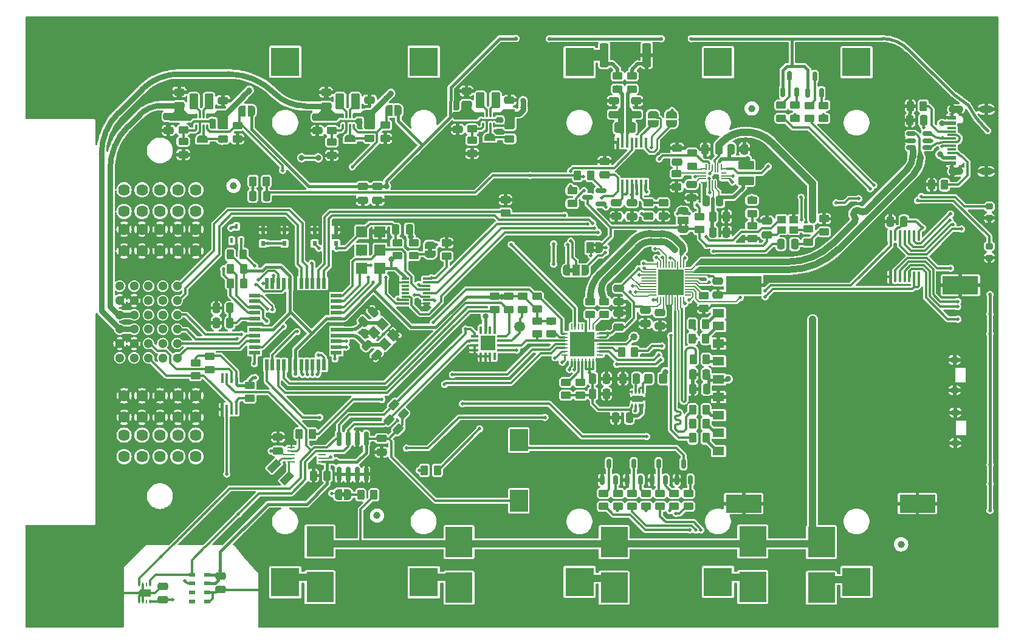
<source format=gbr>
%TF.GenerationSoftware,KiCad,Pcbnew,7.0.9-7.0.9~ubuntu23.04.1*%
%TF.CreationDate,2023-12-09T23:00:38+00:00*%
%TF.ProjectId,BATDATUNIT01,42415444-4154-4554-9e49-5430312e6b69,rev?*%
%TF.SameCoordinates,Original*%
%TF.FileFunction,Copper,L2,Bot*%
%TF.FilePolarity,Positive*%
%FSLAX46Y46*%
G04 Gerber Fmt 4.6, Leading zero omitted, Abs format (unit mm)*
G04 Created by KiCad (PCBNEW 7.0.9-7.0.9~ubuntu23.04.1) date 2023-12-09 23:00:38*
%MOMM*%
%LPD*%
G01*
G04 APERTURE LIST*
G04 Aperture macros list*
%AMRoundRect*
0 Rectangle with rounded corners*
0 $1 Rounding radius*
0 $2 $3 $4 $5 $6 $7 $8 $9 X,Y pos of 4 corners*
0 Add a 4 corners polygon primitive as box body*
4,1,4,$2,$3,$4,$5,$6,$7,$8,$9,$2,$3,0*
0 Add four circle primitives for the rounded corners*
1,1,$1+$1,$2,$3*
1,1,$1+$1,$4,$5*
1,1,$1+$1,$6,$7*
1,1,$1+$1,$8,$9*
0 Add four rect primitives between the rounded corners*
20,1,$1+$1,$2,$3,$4,$5,0*
20,1,$1+$1,$4,$5,$6,$7,0*
20,1,$1+$1,$6,$7,$8,$9,0*
20,1,$1+$1,$8,$9,$2,$3,0*%
%AMRotRect*
0 Rectangle, with rotation*
0 The origin of the aperture is its center*
0 $1 length*
0 $2 width*
0 $3 Rotation angle, in degrees counterclockwise*
0 Add horizontal line*
21,1,$1,$2,0,0,$3*%
%AMFreePoly0*
4,1,19,0.550000,-0.750000,0.000000,-0.750000,0.000000,-0.744911,-0.071157,-0.744911,-0.207708,-0.704816,-0.327430,-0.627875,-0.420627,-0.520320,-0.479746,-0.390866,-0.500000,-0.250000,-0.500000,0.250000,-0.479746,0.390866,-0.420627,0.520320,-0.327430,0.627875,-0.207708,0.704816,-0.071157,0.744911,0.000000,0.744911,0.000000,0.750000,0.550000,0.750000,0.550000,-0.750000,0.550000,-0.750000,
$1*%
%AMFreePoly1*
4,1,19,0.000000,0.744911,0.071157,0.744911,0.207708,0.704816,0.327430,0.627875,0.420627,0.520320,0.479746,0.390866,0.500000,0.250000,0.500000,-0.250000,0.479746,-0.390866,0.420627,-0.520320,0.327430,-0.627875,0.207708,-0.704816,0.071157,-0.744911,0.000000,-0.744911,0.000000,-0.750000,-0.550000,-0.750000,-0.550000,0.750000,0.000000,0.750000,0.000000,0.744911,0.000000,0.744911,
$1*%
%AMFreePoly2*
4,1,19,0.500000,-0.750000,0.000000,-0.750000,0.000000,-0.744911,-0.071157,-0.744911,-0.207708,-0.704816,-0.327430,-0.627875,-0.420627,-0.520320,-0.479746,-0.390866,-0.500000,-0.250000,-0.500000,0.250000,-0.479746,0.390866,-0.420627,0.520320,-0.327430,0.627875,-0.207708,0.704816,-0.071157,0.744911,0.000000,0.744911,0.000000,0.750000,0.500000,0.750000,0.500000,-0.750000,0.500000,-0.750000,
$1*%
%AMFreePoly3*
4,1,19,0.000000,0.744911,0.071157,0.744911,0.207708,0.704816,0.327430,0.627875,0.420627,0.520320,0.479746,0.390866,0.500000,0.250000,0.500000,-0.250000,0.479746,-0.390866,0.420627,-0.520320,0.327430,-0.627875,0.207708,-0.704816,0.071157,-0.744911,0.000000,-0.744911,0.000000,-0.750000,-0.500000,-0.750000,-0.500000,0.750000,0.000000,0.750000,0.000000,0.744911,0.000000,0.744911,
$1*%
%AMFreePoly4*
4,1,6,0.500000,-0.850000,-0.200000,-0.850000,-0.500000,-0.550000,-0.500000,0.850000,0.500000,0.850000,0.500000,-0.850000,0.500000,-0.850000,$1*%
G04 Aperture macros list end*
%TA.AperFunction,ComponentPad*%
%ADD10R,4.000000X4.000000*%
%TD*%
%TA.AperFunction,ComponentPad*%
%ADD11C,6.000000*%
%TD*%
%TA.AperFunction,ComponentPad*%
%ADD12O,1.300000X0.900000*%
%TD*%
%TA.AperFunction,ComponentPad*%
%ADD13C,1.300000*%
%TD*%
%TA.AperFunction,ComponentPad*%
%ADD14C,1.620000*%
%TD*%
%TA.AperFunction,SMDPad,CuDef*%
%ADD15RoundRect,0.250000X0.450000X-0.262500X0.450000X0.262500X-0.450000X0.262500X-0.450000X-0.262500X0*%
%TD*%
%TA.AperFunction,SMDPad,CuDef*%
%ADD16RoundRect,0.250000X-0.262500X-0.450000X0.262500X-0.450000X0.262500X0.450000X-0.262500X0.450000X0*%
%TD*%
%TA.AperFunction,SMDPad,CuDef*%
%ADD17R,0.950000X0.550000*%
%TD*%
%TA.AperFunction,SMDPad,CuDef*%
%ADD18RoundRect,0.250000X0.475000X-0.250000X0.475000X0.250000X-0.475000X0.250000X-0.475000X-0.250000X0*%
%TD*%
%TA.AperFunction,SMDPad,CuDef*%
%ADD19RoundRect,0.150000X0.150000X-0.512500X0.150000X0.512500X-0.150000X0.512500X-0.150000X-0.512500X0*%
%TD*%
%TA.AperFunction,SMDPad,CuDef*%
%ADD20RoundRect,0.250000X0.375000X0.850000X-0.375000X0.850000X-0.375000X-0.850000X0.375000X-0.850000X0*%
%TD*%
%TA.AperFunction,SMDPad,CuDef*%
%ADD21RoundRect,0.250000X-0.503814X-0.132583X-0.132583X-0.503814X0.503814X0.132583X0.132583X0.503814X0*%
%TD*%
%TA.AperFunction,SMDPad,CuDef*%
%ADD22FreePoly0,0.000000*%
%TD*%
%TA.AperFunction,SMDPad,CuDef*%
%ADD23R,1.000000X1.500000*%
%TD*%
%TA.AperFunction,SMDPad,CuDef*%
%ADD24FreePoly1,0.000000*%
%TD*%
%TA.AperFunction,SMDPad,CuDef*%
%ADD25R,0.600000X0.700000*%
%TD*%
%TA.AperFunction,SMDPad,CuDef*%
%ADD26RoundRect,0.050000X-0.100000X0.285000X-0.100000X-0.285000X0.100000X-0.285000X0.100000X0.285000X0*%
%TD*%
%TA.AperFunction,SMDPad,CuDef*%
%ADD27RoundRect,0.150000X-0.512500X-0.150000X0.512500X-0.150000X0.512500X0.150000X-0.512500X0.150000X0*%
%TD*%
%TA.AperFunction,SMDPad,CuDef*%
%ADD28RoundRect,0.250000X-0.450000X0.262500X-0.450000X-0.262500X0.450000X-0.262500X0.450000X0.262500X0*%
%TD*%
%TA.AperFunction,SMDPad,CuDef*%
%ADD29R,3.810000X4.240000*%
%TD*%
%TA.AperFunction,SMDPad,CuDef*%
%ADD30RoundRect,0.250000X-0.362500X-1.425000X0.362500X-1.425000X0.362500X1.425000X-0.362500X1.425000X0*%
%TD*%
%TA.AperFunction,SMDPad,CuDef*%
%ADD31FreePoly2,270.000000*%
%TD*%
%TA.AperFunction,SMDPad,CuDef*%
%ADD32FreePoly3,270.000000*%
%TD*%
%TA.AperFunction,SMDPad,CuDef*%
%ADD33RoundRect,0.075000X0.462500X0.075000X-0.462500X0.075000X-0.462500X-0.075000X0.462500X-0.075000X0*%
%TD*%
%TA.AperFunction,SMDPad,CuDef*%
%ADD34RoundRect,0.075000X0.075000X0.462500X-0.075000X0.462500X-0.075000X-0.462500X0.075000X-0.462500X0*%
%TD*%
%TA.AperFunction,SMDPad,CuDef*%
%ADD35R,2.150000X2.150000*%
%TD*%
%TA.AperFunction,SMDPad,CuDef*%
%ADD36RoundRect,0.250000X0.250000X0.475000X-0.250000X0.475000X-0.250000X-0.475000X0.250000X-0.475000X0*%
%TD*%
%TA.AperFunction,SMDPad,CuDef*%
%ADD37R,1.150000X0.600000*%
%TD*%
%TA.AperFunction,SMDPad,CuDef*%
%ADD38R,1.150000X0.300000*%
%TD*%
%TA.AperFunction,ComponentPad*%
%ADD39O,2.000000X1.000000*%
%TD*%
%TA.AperFunction,ComponentPad*%
%ADD40O,2.100000X1.050000*%
%TD*%
%TA.AperFunction,SMDPad,CuDef*%
%ADD41RoundRect,0.250000X-0.325000X-0.450000X0.325000X-0.450000X0.325000X0.450000X-0.325000X0.450000X0*%
%TD*%
%TA.AperFunction,SMDPad,CuDef*%
%ADD42R,1.050000X0.300000*%
%TD*%
%TA.AperFunction,SMDPad,CuDef*%
%ADD43C,1.500000*%
%TD*%
%TA.AperFunction,SMDPad,CuDef*%
%ADD44C,1.000000*%
%TD*%
%TA.AperFunction,SMDPad,CuDef*%
%ADD45RoundRect,0.250000X0.850000X-0.375000X0.850000X0.375000X-0.850000X0.375000X-0.850000X-0.375000X0*%
%TD*%
%TA.AperFunction,SMDPad,CuDef*%
%ADD46RoundRect,0.250000X-0.475000X0.250000X-0.475000X-0.250000X0.475000X-0.250000X0.475000X0.250000X0*%
%TD*%
%TA.AperFunction,SMDPad,CuDef*%
%ADD47RoundRect,0.250000X-0.250000X-0.475000X0.250000X-0.475000X0.250000X0.475000X-0.250000X0.475000X0*%
%TD*%
%TA.AperFunction,SMDPad,CuDef*%
%ADD48RoundRect,0.250000X0.262500X0.450000X-0.262500X0.450000X-0.262500X-0.450000X0.262500X-0.450000X0*%
%TD*%
%TA.AperFunction,SMDPad,CuDef*%
%ADD49FreePoly2,90.000000*%
%TD*%
%TA.AperFunction,SMDPad,CuDef*%
%ADD50FreePoly3,90.000000*%
%TD*%
%TA.AperFunction,SMDPad,CuDef*%
%ADD51RotRect,1.400000X1.200000X315.000000*%
%TD*%
%TA.AperFunction,SMDPad,CuDef*%
%ADD52R,0.250000X0.500000*%
%TD*%
%TA.AperFunction,SMDPad,CuDef*%
%ADD53R,1.600000X0.900000*%
%TD*%
%TA.AperFunction,SMDPad,CuDef*%
%ADD54FreePoly0,180.000000*%
%TD*%
%TA.AperFunction,SMDPad,CuDef*%
%ADD55FreePoly1,180.000000*%
%TD*%
%TA.AperFunction,SMDPad,CuDef*%
%ADD56RoundRect,0.150000X0.150000X-0.825000X0.150000X0.825000X-0.150000X0.825000X-0.150000X-0.825000X0*%
%TD*%
%TA.AperFunction,SMDPad,CuDef*%
%ADD57R,0.450000X1.450000*%
%TD*%
%TA.AperFunction,SMDPad,CuDef*%
%ADD58C,0.500000*%
%TD*%
%TA.AperFunction,SMDPad,CuDef*%
%ADD59R,1.600000X1.200000*%
%TD*%
%TA.AperFunction,SMDPad,CuDef*%
%ADD60R,5.000000X2.500000*%
%TD*%
%TA.AperFunction,SMDPad,CuDef*%
%ADD61FreePoly0,90.000000*%
%TD*%
%TA.AperFunction,SMDPad,CuDef*%
%ADD62R,1.500000X1.000000*%
%TD*%
%TA.AperFunction,SMDPad,CuDef*%
%ADD63FreePoly1,90.000000*%
%TD*%
%TA.AperFunction,SMDPad,CuDef*%
%ADD64RoundRect,0.062500X0.062500X-0.337500X0.062500X0.337500X-0.062500X0.337500X-0.062500X-0.337500X0*%
%TD*%
%TA.AperFunction,SMDPad,CuDef*%
%ADD65RoundRect,0.062500X0.337500X-0.062500X0.337500X0.062500X-0.337500X0.062500X-0.337500X-0.062500X0*%
%TD*%
%TA.AperFunction,SMDPad,CuDef*%
%ADD66R,3.350000X3.350000*%
%TD*%
%TA.AperFunction,SMDPad,CuDef*%
%ADD67R,0.450000X0.700000*%
%TD*%
%TA.AperFunction,SMDPad,CuDef*%
%ADD68RoundRect,0.050000X-0.337500X0.050000X-0.337500X-0.050000X0.337500X-0.050000X0.337500X0.050000X0*%
%TD*%
%TA.AperFunction,SMDPad,CuDef*%
%ADD69RoundRect,0.050000X0.050000X0.337500X-0.050000X0.337500X-0.050000X-0.337500X0.050000X-0.337500X0*%
%TD*%
%TA.AperFunction,SMDPad,CuDef*%
%ADD70RoundRect,0.050000X-0.262500X0.050000X-0.262500X-0.050000X0.262500X-0.050000X0.262500X0.050000X0*%
%TD*%
%TA.AperFunction,SMDPad,CuDef*%
%ADD71RoundRect,0.050000X0.337500X-0.050000X0.337500X0.050000X-0.337500X0.050000X-0.337500X-0.050000X0*%
%TD*%
%TA.AperFunction,SMDPad,CuDef*%
%ADD72RoundRect,0.050000X-0.050000X-0.262500X0.050000X-0.262500X0.050000X0.262500X-0.050000X0.262500X0*%
%TD*%
%TA.AperFunction,SMDPad,CuDef*%
%ADD73RoundRect,0.050000X-0.050000X-0.450000X0.050000X-0.450000X0.050000X0.450000X-0.050000X0.450000X0*%
%TD*%
%TA.AperFunction,SMDPad,CuDef*%
%ADD74RoundRect,0.050000X-0.050000X-0.337500X0.050000X-0.337500X0.050000X0.337500X-0.050000X0.337500X0*%
%TD*%
%TA.AperFunction,SMDPad,CuDef*%
%ADD75RoundRect,0.050000X0.362500X-0.050000X0.362500X0.050000X-0.362500X0.050000X-0.362500X-0.050000X0*%
%TD*%
%TA.AperFunction,SMDPad,CuDef*%
%ADD76RoundRect,0.050000X-0.362500X0.050000X-0.362500X-0.050000X0.362500X-0.050000X0.362500X0.050000X0*%
%TD*%
%TA.AperFunction,SMDPad,CuDef*%
%ADD77R,2.500000X3.050000*%
%TD*%
%TA.AperFunction,SMDPad,CuDef*%
%ADD78R,0.250000X0.550000*%
%TD*%
%TA.AperFunction,SMDPad,CuDef*%
%ADD79FreePoly4,270.000000*%
%TD*%
%TA.AperFunction,SMDPad,CuDef*%
%ADD80FreePoly2,180.000000*%
%TD*%
%TA.AperFunction,SMDPad,CuDef*%
%ADD81FreePoly3,180.000000*%
%TD*%
%TA.AperFunction,SMDPad,CuDef*%
%ADD82RoundRect,0.250000X-0.512652X-0.159099X-0.159099X-0.512652X0.512652X0.159099X0.159099X0.512652X0*%
%TD*%
%TA.AperFunction,SMDPad,CuDef*%
%ADD83RoundRect,0.250000X0.250000X-0.200000X0.250000X0.200000X-0.250000X0.200000X-0.250000X-0.200000X0*%
%TD*%
%TA.AperFunction,SMDPad,CuDef*%
%ADD84RotRect,1.000000X1.800000X135.000000*%
%TD*%
%TA.AperFunction,SMDPad,CuDef*%
%ADD85RoundRect,0.150000X0.587500X0.150000X-0.587500X0.150000X-0.587500X-0.150000X0.587500X-0.150000X0*%
%TD*%
%TA.AperFunction,SMDPad,CuDef*%
%ADD86R,1.100000X0.250000*%
%TD*%
%TA.AperFunction,SMDPad,CuDef*%
%ADD87R,1.150000X1.000000*%
%TD*%
%TA.AperFunction,SMDPad,CuDef*%
%ADD88R,1.524000X1.524000*%
%TD*%
%TA.AperFunction,SMDPad,CuDef*%
%ADD89RoundRect,0.250000X0.159099X-0.512652X0.512652X-0.159099X-0.159099X0.512652X-0.512652X0.159099X0*%
%TD*%
%TA.AperFunction,SMDPad,CuDef*%
%ADD90R,0.850000X0.200000*%
%TD*%
%TA.AperFunction,SMDPad,CuDef*%
%ADD91R,0.200000X0.850000*%
%TD*%
%TA.AperFunction,SMDPad,CuDef*%
%ADD92R,3.600000X3.600000*%
%TD*%
%TA.AperFunction,SMDPad,CuDef*%
%ADD93RoundRect,0.100000X0.100000X-0.637500X0.100000X0.637500X-0.100000X0.637500X-0.100000X-0.637500X0*%
%TD*%
%TA.AperFunction,SMDPad,CuDef*%
%ADD94R,1.500000X0.550000*%
%TD*%
%TA.AperFunction,SMDPad,CuDef*%
%ADD95R,0.550000X1.500000*%
%TD*%
%TA.AperFunction,ViaPad*%
%ADD96C,0.800000*%
%TD*%
%TA.AperFunction,ViaPad*%
%ADD97C,0.500000*%
%TD*%
%TA.AperFunction,Conductor*%
%ADD98C,0.300000*%
%TD*%
%TA.AperFunction,Conductor*%
%ADD99C,0.200000*%
%TD*%
%TA.AperFunction,Conductor*%
%ADD100C,0.400000*%
%TD*%
%TA.AperFunction,Conductor*%
%ADD101C,0.500000*%
%TD*%
%TA.AperFunction,Conductor*%
%ADD102C,0.250000*%
%TD*%
%TA.AperFunction,Conductor*%
%ADD103C,0.800000*%
%TD*%
%TA.AperFunction,Conductor*%
%ADD104C,1.000000*%
%TD*%
%TA.AperFunction,Conductor*%
%ADD105C,0.900000*%
%TD*%
%TA.AperFunction,Conductor*%
%ADD106C,1.500000*%
%TD*%
G04 APERTURE END LIST*
%TA.AperFunction,EtchedComponent*%
%TO.C,JP2*%
G36*
X76586000Y49826000D02*
G01*
X76086000Y49826000D01*
X76086000Y50426000D01*
X76586000Y50426000D01*
X76586000Y49826000D01*
G37*
%TD.AperFunction*%
%TA.AperFunction,EtchedComponent*%
%TO.C,JP1*%
G36*
X79836000Y52700000D02*
G01*
X79336000Y52700000D01*
X79336000Y53100000D01*
X79836000Y53100000D01*
X79836000Y52700000D01*
G37*
%TD.AperFunction*%
%TA.AperFunction,EtchedComponent*%
G36*
X79836000Y53500000D02*
G01*
X79336000Y53500000D01*
X79336000Y53900000D01*
X79836000Y53900000D01*
X79836000Y53500000D01*
G37*
%TD.AperFunction*%
%TA.AperFunction,EtchedComponent*%
%TO.C,NT2*%
G36*
X86586000Y78676000D02*
G01*
X85586000Y78676000D01*
X85586000Y79176000D01*
X86586000Y79176000D01*
X86586000Y78676000D01*
G37*
%TD.AperFunction*%
%TA.AperFunction,EtchedComponent*%
%TO.C,JP5*%
G36*
X91736000Y56226000D02*
G01*
X91336000Y56226000D01*
X91336000Y56726000D01*
X91736000Y56726000D01*
X91736000Y56226000D01*
G37*
%TD.AperFunction*%
%TA.AperFunction,EtchedComponent*%
G36*
X92536000Y56226000D02*
G01*
X92136000Y56226000D01*
X92136000Y56726000D01*
X92536000Y56726000D01*
X92536000Y56226000D01*
G37*
%TD.AperFunction*%
%TA.AperFunction,EtchedComponent*%
%TO.C,JP4*%
G36*
X44786000Y18576000D02*
G01*
X44286000Y18576000D01*
X44286000Y19176000D01*
X44786000Y19176000D01*
X44786000Y18576000D01*
G37*
%TD.AperFunction*%
%TA.AperFunction,EtchedComponent*%
%TO.C,NT1*%
G36*
X82086000Y78676000D02*
G01*
X81086000Y78676000D01*
X81086000Y79176000D01*
X82086000Y79176000D01*
X82086000Y78676000D01*
G37*
%TD.AperFunction*%
%TA.AperFunction,EtchedComponent*%
%TO.C,JP3*%
G36*
X56986000Y52776000D02*
G01*
X56386000Y52776000D01*
X56386000Y53276000D01*
X56986000Y53276000D01*
X56986000Y52776000D01*
G37*
%TD.AperFunction*%
%TD*%
D10*
%TO.P,BT1,1+,+*%
%TO.N,Net-(BT1A-+)*%
X36486000Y6626000D03*
%TO.P,BT1,1-,-*%
%TO.N,/liion/-BATT*%
X36486000Y79226000D03*
%TO.P,BT1,2+,+*%
%TO.N,Net-(BT1B-+)*%
X55786000Y6626000D03*
%TO.P,BT1,2-,-*%
%TO.N,/liion/-BATT*%
X55786000Y79226000D03*
%TD*%
D11*
%TO.P,H2,1,1*%
%TO.N,GND*%
X131826000Y78486000D03*
%TD*%
D12*
%TO.P,SW3,GND,SHIELD*%
%TO.N,GND*%
X129736000Y33401000D03*
X129736000Y37651000D03*
%TD*%
D11*
%TO.P,H1,1,1*%
%TO.N,GND*%
X9906000Y78486000D03*
%TD*%
D10*
%TO.P,BT2,1+,+*%
%TO.N,Net-(BT2A-+)*%
X77486000Y6676000D03*
%TO.P,BT2,1-,-*%
%TO.N,/liion/-BATT*%
X77486000Y79176000D03*
%TO.P,BT2,2+,+*%
%TO.N,Net-(BT2B-+)*%
X96786000Y6676000D03*
%TO.P,BT2,2-,-*%
%TO.N,/liion/-BATT*%
X96786000Y79176000D03*
%TO.P,BT2,3+,+*%
%TO.N,Net-(BT2C-+)*%
X116086000Y6676000D03*
%TO.P,BT2,3-,-*%
%TO.N,/liion/-BATT*%
X116086000Y79176000D03*
%TD*%
D11*
%TO.P,H4,1,1*%
%TO.N,GND*%
X131826000Y7366000D03*
%TD*%
%TO.P,H3,1,1*%
%TO.N,GND*%
X9906000Y7366000D03*
%TD*%
D13*
%TO.P,J4,A1*%
%TO.N,unconnected-(J4-PadA1)*%
X13436000Y37926000D03*
%TO.P,J4,A2*%
%TO.N,GND*%
X13436000Y39926000D03*
%TO.P,J4,A3*%
%TO.N,3v3_EXT*%
X13436000Y41926000D03*
%TO.P,J4,A4*%
%TO.N,5v_EXT*%
X13436000Y43926000D03*
%TO.P,J4,A5*%
%TO.N,GND*%
X13436000Y45926000D03*
%TO.P,J4,A6*%
%TO.N,unconnected-(J4-PadA6)*%
X13436000Y47926000D03*
%TO.P,J4,B1*%
%TO.N,unconnected-(J4-PadB1)*%
X15436000Y37926000D03*
%TO.P,J4,B2*%
%TO.N,GND*%
X15436000Y39926000D03*
%TO.P,J4,B3*%
%TO.N,3v3_EXT*%
X15436000Y41926000D03*
%TO.P,J4,B4*%
%TO.N,5v_EXT*%
X15436000Y43926000D03*
%TO.P,J4,B5*%
%TO.N,GND*%
X15436000Y45926000D03*
%TO.P,J4,B6*%
%TO.N,unconnected-(J4-PadB6)*%
X15436000Y47926000D03*
%TO.P,J4,C1*%
%TO.N,/SCL_OUT*%
X17436000Y37926000D03*
%TO.P,J4,C2*%
%TO.N,/SDA_OUT*%
X17436000Y39926000D03*
%TO.P,J4,C3*%
%TO.N,unconnected-(J4-PadC3)*%
X17436000Y41926000D03*
%TO.P,J4,C4*%
%TO.N,RST#*%
X17436000Y43926000D03*
%TO.P,J4,C5*%
%TO.N,unconnected-(J4-PadC5)*%
X17436000Y45926000D03*
%TO.P,J4,C6*%
%TO.N,unconnected-(J4-PadC6)*%
X17436000Y47926000D03*
%TO.P,J4,D1*%
%TO.N,/SCLK_OUT*%
X19436000Y37926000D03*
%TO.P,J4,D2*%
%TO.N,/MISO_OUT*%
X19436000Y39926000D03*
%TO.P,J4,D3*%
%TO.N,/MOSI_OUT*%
X19436000Y41926000D03*
%TO.P,J4,D4*%
%TO.N,/EXT_A0*%
X19436000Y43926000D03*
%TO.P,J4,D5*%
%TO.N,/EXT_A1*%
X19436000Y45926000D03*
%TO.P,J4,D6*%
%TO.N,/EXT_DETECTION*%
X19436000Y47926000D03*
%TO.P,J4,E1*%
%TO.N,/EXT_C0*%
X21436000Y37926000D03*
%TO.P,J4,E2*%
%TO.N,/EXT_C1*%
X21436000Y39926000D03*
%TO.P,J4,E3*%
%TO.N,/EXT_TX*%
X21436000Y41926000D03*
%TO.P,J4,E4*%
%TO.N,/EXT_RX*%
X21436000Y43926000D03*
%TO.P,J4,E5*%
%TO.N,/EXT_B0*%
X21436000Y45926000D03*
%TO.P,J4,E6*%
%TO.N,/EXT_B1*%
X21436000Y47926000D03*
D14*
%TO.P,J4,P1*%
%TO.N,+BATT*%
X24036000Y27146000D03*
X21536000Y27146000D03*
X19036000Y27146000D03*
X16536000Y27146000D03*
X14036000Y27146000D03*
X24036000Y24146000D03*
X21536000Y24146000D03*
X19036000Y24146000D03*
X16536000Y24146000D03*
X14036000Y24146000D03*
%TO.P,J4,P2*%
%TO.N,GND*%
X24036000Y32646000D03*
X21536000Y32646000D03*
X19036000Y32646000D03*
X16536000Y32646000D03*
X14036000Y32646000D03*
X24036000Y29646000D03*
X21536000Y29646000D03*
X19036000Y29646000D03*
X16536000Y29646000D03*
X14036000Y29646000D03*
%TO.P,J4,P3*%
X24036000Y55856000D03*
X21536000Y55856000D03*
X19036000Y55856000D03*
X16536000Y55856000D03*
X14036000Y55856000D03*
X24036000Y52856000D03*
X21536000Y52856000D03*
X19036000Y52856000D03*
X16536000Y52856000D03*
X14036000Y52856000D03*
%TO.P,J4,P4*%
%TO.N,+BATT*%
X24036000Y61356000D03*
X21536000Y61356000D03*
X19036000Y61356000D03*
X16536000Y61356000D03*
X14036000Y61356000D03*
X24036000Y58356000D03*
X21536000Y58356000D03*
X19036000Y58356000D03*
X16536000Y58356000D03*
X14036000Y58356000D03*
%TD*%
D12*
%TO.P,SW1,GND,SHIELD*%
%TO.N,GND*%
X129836000Y26051000D03*
X129836000Y30301000D03*
%TD*%
D15*
%TO.P,R35,1*%
%TO.N,Net-(D5-K)*%
X84786000Y17213500D03*
%TO.P,R35,2*%
%TO.N,Net-(Q3-C)*%
X84786000Y19038500D03*
%TD*%
D16*
%TO.P,R10,1*%
%TO.N,/CDAT3*%
X93273500Y28726000D03*
%TO.P,R10,2*%
%TO.N,Net-(J2-CD{slash}DAT3)*%
X95098500Y28726000D03*
%TD*%
D17*
%TO.P,U9,1,VDD*%
%TO.N,+3.3V*%
X25659750Y7704750D03*
%TO.P,U9,2,PS*%
X25659750Y6454750D03*
%TO.P,U9,3,GND*%
%TO.N,GND*%
X25659750Y5204750D03*
%TO.P,U9,4,CSB_1*%
X25659750Y3954750D03*
%TO.P,U9,5,CSB_2*%
%TO.N,unconnected-(U9-CSB_2-Pad5)*%
X23509750Y3954750D03*
%TO.P,U9,6,SDO*%
%TO.N,unconnected-(U9-SDO-Pad6)*%
X23509750Y5204750D03*
%TO.P,U9,7,SDI/SDA*%
%TO.N,SDA_I2C*%
X23509750Y6454750D03*
%TO.P,U9,8,SCLK*%
%TO.N,SCL_I2C*%
X23509750Y7704750D03*
%TD*%
D18*
%TO.P,C39,1*%
%TO.N,+3.3V*%
X61736000Y73266000D03*
%TO.P,C39,2*%
%TO.N,GND*%
X61736000Y75166000D03*
%TD*%
D19*
%TO.P,Q2,1,B*%
%TO.N,Net-(Q2-B)*%
X89469330Y20888500D03*
%TO.P,Q2,2,E*%
%TO.N,GND*%
X87569330Y20888500D03*
%TO.P,Q2,3,C*%
%TO.N,Net-(Q2-C)*%
X88519330Y23163500D03*
%TD*%
D20*
%TO.P,L3,1,1*%
%TO.N,Net-(U16-LX1)*%
X46261000Y73711000D03*
%TO.P,L3,2,2*%
%TO.N,Net-(U16-LX2)*%
X44111000Y73711000D03*
%TD*%
D21*
%TO.P,R37,1*%
%TO.N,SCL_I2C*%
X50940765Y29271235D03*
%TO.P,R37,2*%
%TO.N,+3.3V*%
X52231235Y27980765D03*
%TD*%
D22*
%TO.P,JP2,1,A*%
%TO.N,/mode_osc*%
X75686000Y50126000D03*
D23*
%TO.P,JP2,2,C*%
%TO.N,/mode*%
X76986000Y50126000D03*
D24*
%TO.P,JP2,3,B*%
%TO.N,/mode_max*%
X78286000Y50126000D03*
%TD*%
D25*
%TO.P,SW2,1,1*%
%TO.N,/BTN_USER_B*%
X33386000Y53901000D03*
X36386000Y53901000D03*
%TO.P,SW2,2,2*%
%TO.N,GND*%
X33386000Y55801000D03*
X36386000Y55801000D03*
%TD*%
D26*
%TO.P,U17,1,VOUT*%
%TO.N,5v_EXT*%
X24086000Y71658500D03*
%TO.P,U17,2,LX2*%
%TO.N,Net-(U17-LX2)*%
X24586000Y71658500D03*
%TO.P,U17,3,LX1*%
%TO.N,Net-(U17-LX1)*%
X25086000Y71658500D03*
%TO.P,U17,4,VIN*%
%TO.N,+VSW*%
X25586000Y71658500D03*
%TO.P,U17,5,EN*%
%TO.N,EXT_PWR_5v_EN*%
X25586000Y70178500D03*
%TO.P,U17,6,MODE*%
%TO.N,/sw_source/5v_mod*%
X25086000Y70178500D03*
%TO.P,U17,7,GND*%
%TO.N,GND*%
X24586000Y70178500D03*
%TO.P,U17,8,FB*%
%TO.N,/sw_source/5v_FB*%
X24086000Y70178500D03*
%TD*%
D27*
%TO.P,U2,1,I/O1*%
%TO.N,USB_D-*%
X123711000Y67276000D03*
%TO.P,U2,2,GND*%
%TO.N,GND*%
X123711000Y68226000D03*
%TO.P,U2,3,I/O2*%
%TO.N,USB_D+*%
X123711000Y69176000D03*
%TO.P,U2,4,I/O2*%
%TO.N,/D+*%
X125986000Y69176000D03*
%TO.P,U2,5,VBUS*%
%TO.N,VBUS*%
X125986000Y68226000D03*
%TO.P,U2,6,I/O1*%
%TO.N,/D-*%
X125986000Y67276000D03*
%TD*%
D28*
%TO.P,R14,1*%
%TO.N,Net-(U1-KVBUS)*%
X101537600Y56357100D03*
%TO.P,R14,2*%
%TO.N,GND*%
X101537600Y54532100D03*
%TD*%
D29*
%TO.P,F3,1*%
%TO.N,+BATT*%
X82309800Y12223800D03*
%TO.P,F3,2*%
%TO.N,Net-(BT2A-+)*%
X82309800Y5853800D03*
%TD*%
D30*
%TO.P,R61,1*%
%TO.N,/liion/-BATT*%
X80923500Y80126000D03*
%TO.P,R61,2*%
%TO.N,GND*%
X86848500Y80126000D03*
%TD*%
D31*
%TO.P,JP12,1,A*%
%TO.N,SCL_I2C*%
X87736000Y71876000D03*
D32*
%TO.P,JP12,2,B*%
%TO.N,Net-(JP12-B)*%
X87736000Y70576000D03*
%TD*%
D33*
%TO.P,U4,1,SCL_MST0*%
%TO.N,/SCL_MCU*%
X66548500Y40956000D03*
%TO.P,U4,2,~{RESET}*%
%TO.N,Net-(U4-~{RESET})*%
X66548500Y40306000D03*
%TO.P,U4,3,SCL_MST1*%
%TO.N,/SCL_USB*%
X66548500Y39656000D03*
%TO.P,U4,4,SDA_MST1*%
%TO.N,/SDA_USB*%
X66548500Y39006000D03*
D34*
%TO.P,U4,5,~{INT1}*%
%TO.N,unconnected-(U4-~{INT1}-Pad5)*%
X65686000Y38143500D03*
%TO.P,U4,6,VSS*%
%TO.N,GND*%
X65036000Y38143500D03*
%TO.P,U4,7,A0*%
X64386000Y38143500D03*
%TO.P,U4,8,A1*%
X63736000Y38143500D03*
D33*
%TO.P,U4,9,A2*%
X62873500Y39006000D03*
%TO.P,U4,10,A3*%
X62873500Y39656000D03*
%TO.P,U4,11,SCL_SLAVE*%
%TO.N,SCL_I2C*%
X62873500Y40306000D03*
%TO.P,U4,12,SDA_SLAVE*%
%TO.N,SDA_I2C*%
X62873500Y40956000D03*
D34*
%TO.P,U4,13,~{INT_IN}*%
%TO.N,unconnected-(U4-~{INT_IN}-Pad13)*%
X63736000Y41818500D03*
%TO.P,U4,14,VDD*%
%TO.N,+3.3V*%
X64386000Y41818500D03*
%TO.P,U4,15,~{INT0}*%
%TO.N,unconnected-(U4-~{INT0}-Pad15)*%
X65036000Y41818500D03*
%TO.P,U4,16,SDA_MST0*%
%TO.N,/SDA_MCU*%
X65686000Y41818500D03*
D35*
%TO.P,U4,17,VSS_pad*%
%TO.N,GND*%
X64711000Y39981000D03*
%TD*%
D36*
%TO.P,C15,1*%
%TO.N,Net-(U8-AREF)*%
X28786000Y42826000D03*
%TO.P,C15,2*%
%TO.N,GND*%
X26886000Y42826000D03*
%TD*%
%TO.P,C35,1*%
%TO.N,+3.3V*%
X122686000Y56951000D03*
%TO.P,C35,2*%
%TO.N,GND*%
X120786000Y56951000D03*
%TD*%
D37*
%TO.P,J1,A1/B12,GND*%
%TO.N,GND*%
X129381000Y71456000D03*
%TO.P,J1,A4/B9,VBUS*%
%TO.N,VBUS*%
X129381000Y70656000D03*
D38*
%TO.P,J1,A5,CC1*%
%TO.N,Net-(J1-CC1)*%
X129381000Y69506000D03*
%TO.P,J1,A6,D+*%
%TO.N,/D+*%
X129381000Y68506000D03*
%TO.P,J1,A7,D-*%
%TO.N,/D-*%
X129381000Y68006000D03*
%TO.P,J1,A8,SBU1*%
%TO.N,unconnected-(J1-SBU1-PadA8)*%
X129381000Y67006000D03*
D37*
%TO.P,J1,B1/A12,GND*%
%TO.N,GND*%
X129381000Y65056000D03*
%TO.P,J1,B4/A9,VBUS*%
%TO.N,VBUS*%
X129381000Y65856000D03*
D38*
%TO.P,J1,B5,CC2*%
%TO.N,Net-(J1-CC2)*%
X129381000Y66506000D03*
%TO.P,J1,B6,D+*%
%TO.N,/D+*%
X129381000Y67506000D03*
%TO.P,J1,B7,D-*%
%TO.N,/D-*%
X129381000Y69006000D03*
%TO.P,J1,B8,SBU2*%
%TO.N,unconnected-(J1-SBU2-PadB8)*%
X129381000Y70006000D03*
D39*
%TO.P,J1,G1,SHIELD*%
%TO.N,GND*%
X134136000Y72576000D03*
%TO.P,J1,G2,SHIELD*%
X134136000Y63936000D03*
D40*
%TO.P,J1,G3,SHIELD*%
X129956000Y72576000D03*
%TO.P,J1,G4,SHIELD*%
X129956000Y63936000D03*
%TD*%
D41*
%TO.P,L5,1,1*%
%TO.N,Net-(L5-Pad1)*%
X87111000Y35026000D03*
%TO.P,L5,2,2*%
%TO.N,3v3_SD*%
X89161000Y35026000D03*
%TD*%
D36*
%TO.P,C45,1*%
%TO.N,+3.3V*%
X84436000Y29576000D03*
%TO.P,C45,2*%
%TO.N,GND*%
X82536000Y29576000D03*
%TD*%
D18*
%TO.P,C24,1*%
%TO.N,Net-(U13-ILIM)*%
X91086000Y65276000D03*
%TO.P,C24,2*%
%TO.N,GND*%
X91086000Y67176000D03*
%TD*%
D42*
%TO.P,U7,1,SEL*%
%TO.N,/SPI_MUX_SEL*%
X56186000Y48976000D03*
%TO.P,U7,2,S1A*%
%TO.N,/MOSI_SD*%
X56186000Y48476000D03*
%TO.P,U7,3,S1B*%
%TO.N,/MOSI_OUT*%
X56186000Y47976000D03*
%TO.P,U7,4,D1*%
%TO.N,/MOSI_MCU*%
X56186000Y47476000D03*
%TO.P,U7,5,S2A*%
%TO.N,/MISO_SD*%
X56186000Y46976000D03*
%TO.P,U7,6,S2B*%
%TO.N,/MISO_OUT*%
X56186000Y46476000D03*
%TO.P,U7,7,D2*%
%TO.N,/MISO_MCU*%
X56186000Y45976000D03*
%TO.P,U7,8,GND*%
%TO.N,GND*%
X56186000Y45476000D03*
%TO.P,U7,9,D3*%
%TO.N,/SCLK_MCU*%
X53186000Y45476000D03*
%TO.P,U7,10,S3B*%
%TO.N,/SCLK_OUT*%
X53186000Y45976000D03*
%TO.P,U7,11,S3A*%
%TO.N,/SCLK_SD*%
X53186000Y46476000D03*
%TO.P,U7,12,D4*%
%TO.N,unconnected-(U7-D4-Pad12)*%
X53186000Y46976000D03*
%TO.P,U7,13,S4B*%
%TO.N,unconnected-(U7-S4B-Pad13)*%
X53186000Y47476000D03*
%TO.P,U7,14,S4A*%
%TO.N,unconnected-(U7-S4A-Pad14)*%
X53186000Y47976000D03*
%TO.P,U7,15,~{EN}*%
%TO.N,GND*%
X53186000Y48476000D03*
%TO.P,U7,16,VDD*%
%TO.N,+3.3V*%
X53186000Y48976000D03*
%TD*%
D43*
%TO.P,TP2,1,1*%
%TO.N,Net-(U4-~{RESET})*%
X69136000Y42326000D03*
%TD*%
D28*
%TO.P,R50,1*%
%TO.N,Net-(Q6-C)*%
X105586000Y73163500D03*
%TO.P,R50,2*%
%TO.N,Net-(D7-A)*%
X105586000Y71338500D03*
%TD*%
D15*
%TO.P,R73,1*%
%TO.N,GND*%
X50436000Y68536000D03*
%TO.P,R73,2*%
%TO.N,EXT_PWR_3v3_EN*%
X50436000Y70361000D03*
%TD*%
D44*
%TO.P,FID2,*%
%TO.N,*%
X49286000Y15926000D03*
%TD*%
D45*
%TO.P,L1,1,1*%
%TO.N,Net-(U13-SW)*%
X100686000Y62651000D03*
%TO.P,L1,2,2*%
%TO.N,+VSW*%
X100686000Y64801000D03*
%TD*%
D46*
%TO.P,C18,1*%
%TO.N,+3.3V*%
X27486000Y7529750D03*
%TO.P,C18,2*%
%TO.N,GND*%
X27486000Y5629750D03*
%TD*%
D28*
%TO.P,R52,1*%
%TO.N,EXT_DETECTION_CHARGER*%
X94236000Y57638500D03*
%TO.P,R52,2*%
%TO.N,+3.3V*%
X94236000Y55813500D03*
%TD*%
D15*
%TO.P,R27,1*%
%TO.N,Net-(D4-K)*%
X88719332Y17213500D03*
%TO.P,R27,2*%
%TO.N,Net-(Q2-C)*%
X88719332Y19038500D03*
%TD*%
D46*
%TO.P,C3,1*%
%TO.N,+3.3V*%
X96786000Y48626000D03*
%TO.P,C3,2*%
%TO.N,GND*%
X96786000Y46726000D03*
%TD*%
D47*
%TO.P,C6,1*%
%TO.N,+3.3V*%
X79336000Y32926000D03*
%TO.P,C6,2*%
%TO.N,GND*%
X81236000Y32926000D03*
%TD*%
D48*
%TO.P,R29,1*%
%TO.N,VBUS*%
X85186000Y38726000D03*
%TO.P,R29,2*%
%TO.N,Net-(U3-VBUS_DET)*%
X83361000Y38726000D03*
%TD*%
D49*
%TO.P,JP9,1,A*%
%TO.N,GND*%
X64986000Y67366000D03*
D50*
%TO.P,JP9,2,B*%
%TO.N,/sw_source/3v3i_mod*%
X64986000Y68666000D03*
%TD*%
D46*
%TO.P,C10,1*%
%TO.N,+3.3V*%
X47326000Y61826000D03*
%TO.P,C10,2*%
%TO.N,GND*%
X47326000Y59926000D03*
%TD*%
D47*
%TO.P,C21,1*%
%TO.N,/EXT_DETECTION*%
X31986000Y60516000D03*
%TO.P,C21,2*%
%TO.N,EXT_DETECTION_CHARGER*%
X33886000Y60516000D03*
%TD*%
D16*
%TO.P,R44,1*%
%TO.N,+3.3V*%
X28836000Y52326000D03*
%TO.P,R44,2*%
%TO.N,/EXT_DETECTION_MCU*%
X30661000Y52326000D03*
%TD*%
D28*
%TO.P,R39,1*%
%TO.N,GND*%
X58986000Y53938500D03*
%TO.P,R39,2*%
%TO.N,/SPI_MUX_SEL*%
X58986000Y52113500D03*
%TD*%
D44*
%TO.P,FID1,*%
%TO.N,*%
X29286000Y61926000D03*
%TD*%
D18*
%TO.P,C20,1*%
%TO.N,Net-(JP4-B)*%
X35486000Y24956000D03*
%TO.P,C20,2*%
%TO.N,GND*%
X35486000Y26856000D03*
%TD*%
D28*
%TO.P,R12,1*%
%TO.N,GND*%
X67186000Y59988500D03*
%TO.P,R12,2*%
%TO.N,/mode*%
X67186000Y58163500D03*
%TD*%
%TO.P,R38,1*%
%TO.N,RST#*%
X54386000Y53988500D03*
%TO.P,R38,2*%
%TO.N,Net-(JP3-A)*%
X54386000Y52163500D03*
%TD*%
D46*
%TO.P,C50,1*%
%TO.N,+3.3V*%
X49924800Y26676600D03*
%TO.P,C50,2*%
%TO.N,GND*%
X49924800Y24776600D03*
%TD*%
D19*
%TO.P,Q6,1,B*%
%TO.N,Net-(Q6-B)*%
X107711000Y74951000D03*
%TO.P,Q6,2,E*%
%TO.N,+3.3V*%
X105811000Y74951000D03*
%TO.P,Q6,3,C*%
%TO.N,Net-(Q6-C)*%
X106761000Y77226000D03*
%TD*%
D51*
%TO.P,Y2,1,1*%
%TO.N,Net-(U8-XTAL2)*%
X50013081Y42633081D03*
%TO.P,Y2,2,2*%
%TO.N,GND*%
X51568716Y41077446D03*
%TO.P,Y2,3,3*%
%TO.N,Net-(U8-XTAL1)*%
X50366635Y39875365D03*
%TO.P,Y2,4,4*%
%TO.N,GND*%
X48811000Y41431000D03*
%TD*%
D28*
%TO.P,R13,1*%
%TO.N,VBUS*%
X101536000Y59893500D03*
%TO.P,R13,2*%
%TO.N,Net-(U1-KVBUS)*%
X101536000Y58068500D03*
%TD*%
D18*
%TO.P,C29,1*%
%TO.N,Net-(U12-SRP)*%
X82286000Y71876000D03*
%TO.P,C29,2*%
%TO.N,GND*%
X82286000Y73776000D03*
%TD*%
D52*
%TO.P,U18,1,VIN*%
%TO.N,+3.3V*%
X86336000Y31276000D03*
%TO.P,U18,2,VIN*%
X85836000Y31276000D03*
%TO.P,U18,3,ON*%
%TO.N,3v3_SD_CTRL*%
X85336000Y31276000D03*
%TO.P,U18,4,VBIAS*%
%TO.N,+3.3V*%
X84836000Y31276000D03*
%TO.P,U18,5,GND*%
%TO.N,GND*%
X84836000Y33176000D03*
%TO.P,U18,6,CT*%
%TO.N,Net-(U18-CT)*%
X85336000Y33176000D03*
%TO.P,U18,7,VOUT*%
%TO.N,Net-(L5-Pad1)*%
X85836000Y33176000D03*
%TO.P,U18,8,VOUT*%
X86336000Y33176000D03*
D53*
%TO.P,U18,9*%
%TO.N,GND*%
X85586000Y32226000D03*
%TD*%
D16*
%TO.P,R9,1*%
%TO.N,/CCMD*%
X93273500Y30676000D03*
%TO.P,R9,2*%
%TO.N,Net-(J2-CMD)*%
X95098500Y30676000D03*
%TD*%
D15*
%TO.P,R72,1*%
%TO.N,/sw_source/3v3_mod*%
X48236000Y68548500D03*
%TO.P,R72,2*%
%TO.N,+VSW*%
X48236000Y70373500D03*
%TD*%
D28*
%TO.P,R51,1*%
%TO.N,Net-(Q5-C)*%
X109511000Y73138500D03*
%TO.P,R51,2*%
%TO.N,Net-(D8-A)*%
X109511000Y71313500D03*
%TD*%
D48*
%TO.P,R6,1*%
%TO.N,Net-(J2-DAT1)*%
X95048500Y42626000D03*
%TO.P,R6,2*%
%TO.N,/CDAT1*%
X93223500Y42626000D03*
%TD*%
D20*
%TO.P,L2,1,1*%
%TO.N,Net-(U15-LX1)*%
X65811000Y73866000D03*
%TO.P,L2,2,2*%
%TO.N,Net-(U15-LX2)*%
X63661000Y73866000D03*
%TD*%
D54*
%TO.P,JP1,1,A*%
%TO.N,+3.3V*%
X80236000Y53300000D03*
D23*
%TO.P,JP1,2,C*%
%TO.N,Net-(JP1-C)*%
X78936000Y53300000D03*
D55*
%TO.P,JP1,3,B*%
%TO.N,GND*%
X77636000Y53300000D03*
%TD*%
D19*
%TO.P,Q5,1,B*%
%TO.N,Net-(Q5-B)*%
X111211000Y74926000D03*
%TO.P,Q5,2,E*%
%TO.N,+3.3V*%
X109311000Y74926000D03*
%TO.P,Q5,3,C*%
%TO.N,Net-(Q5-C)*%
X110261000Y77201000D03*
%TD*%
D46*
%TO.P,C34,1*%
%TO.N,+BATT*%
X84786000Y59556000D03*
%TO.P,C34,2*%
%TO.N,GND*%
X84786000Y57656000D03*
%TD*%
D16*
%TO.P,R8,1*%
%TO.N,/CCLK*%
X93323500Y37726000D03*
%TO.P,R8,2*%
%TO.N,Net-(J2-CLK)*%
X95148500Y37726000D03*
%TD*%
D48*
%TO.P,R18,1*%
%TO.N,+3.3V*%
X30686000Y50326000D03*
%TO.P,R18,2*%
%TO.N,/BTN_USER_A*%
X28861000Y50326000D03*
%TD*%
D15*
%TO.P,R46,1*%
%TO.N,/SCL_OUT*%
X23986000Y35413500D03*
%TO.P,R46,2*%
%TO.N,+3.3V*%
X23986000Y37238500D03*
%TD*%
%TO.P,R48,1*%
%TO.N,/liion/CH_STAT*%
X107511000Y71338500D03*
%TO.P,R48,2*%
%TO.N,Net-(Q6-B)*%
X107511000Y73163500D03*
%TD*%
%TO.P,R31,1*%
%TO.N,/LED_U2*%
X86752666Y17213500D03*
%TO.P,R31,2*%
%TO.N,Net-(Q3-B)*%
X86752666Y19038500D03*
%TD*%
D28*
%TO.P,R56,1*%
%TO.N,Net-(U13-ILIM)*%
X91022000Y63596100D03*
%TO.P,R56,2*%
%TO.N,GND*%
X91022000Y61771100D03*
%TD*%
D56*
%TO.P,U5,1,A0*%
%TO.N,GND*%
X47791000Y21701000D03*
%TO.P,U5,2,A1*%
X46521000Y21701000D03*
%TO.P,U5,3,A2*%
X45251000Y21701000D03*
%TO.P,U5,4,GND*%
X43981000Y21701000D03*
%TO.P,U5,5,SDA*%
%TO.N,SDA_I2C*%
X43981000Y26651000D03*
%TO.P,U5,6,SCL*%
%TO.N,SCL_I2C*%
X45251000Y26651000D03*
%TO.P,U5,7,WP*%
%TO.N,GND*%
X46521000Y26651000D03*
%TO.P,U5,8,VCC*%
%TO.N,+3.3V*%
X47791000Y26651000D03*
%TD*%
D57*
%TO.P,U11,1,EN*%
%TO.N,/EXT_I2C_EN*%
X29661000Y30726000D03*
%TO.P,U11,2,SCLout*%
%TO.N,/SCL_OUT*%
X29011000Y30726000D03*
%TO.P,U11,3,SCLin*%
%TO.N,SCL_I2C*%
X28361000Y30726000D03*
%TO.P,U11,4,GND*%
%TO.N,GND*%
X27711000Y30726000D03*
%TO.P,U11,5,READY*%
%TO.N,unconnected-(U11-READY-Pad5)*%
X27711000Y35126000D03*
%TO.P,U11,6,SDAin*%
%TO.N,SDA_I2C*%
X28361000Y35126000D03*
%TO.P,U11,7,SDAout*%
%TO.N,/SDA_OUT*%
X29011000Y35126000D03*
%TO.P,U11,8,VCC*%
%TO.N,+3.3V*%
X29661000Y35126000D03*
%TD*%
D44*
%TO.P,TP1,1,1*%
%TO.N,Net-(U3-FSOURCE)*%
X85086000Y40826000D03*
%TD*%
D48*
%TO.P,R7,1*%
%TO.N,Net-(J2-DAT0)*%
X95048500Y40626000D03*
%TO.P,R7,2*%
%TO.N,/CDAT0*%
X93223500Y40626000D03*
%TD*%
D15*
%TO.P,R19,1*%
%TO.N,/LED_U1*%
X82819334Y17213500D03*
%TO.P,R19,2*%
%TO.N,Net-(Q1-B)*%
X82819334Y19038500D03*
%TD*%
D58*
%TO.P,NT2,1,1*%
%TO.N,/liion/GAUGE_SRN*%
X85586000Y78926000D03*
%TO.P,NT2,2,2*%
%TO.N,GND*%
X86586000Y78926000D03*
%TD*%
D19*
%TO.P,Q1,1,B*%
%TO.N,Net-(Q1-B)*%
X82535998Y20888500D03*
%TO.P,Q1,2,E*%
%TO.N,GND*%
X80635998Y20888500D03*
%TO.P,Q1,3,C*%
%TO.N,Net-(Q1-C)*%
X81585998Y23163500D03*
%TD*%
D28*
%TO.P,R80,1*%
%TO.N,/sw_source/5v_FB*%
X22286000Y68106000D03*
%TO.P,R80,2*%
%TO.N,GND*%
X22286000Y66281000D03*
%TD*%
D16*
%TO.P,R43,1*%
%TO.N,/EXT_DETECTION*%
X32003500Y62546000D03*
%TO.P,R43,2*%
%TO.N,EXT_DETECTION_CHARGER*%
X33828500Y62546000D03*
%TD*%
D25*
%TO.P,SW4,1,1*%
%TO.N,GND*%
X43586000Y55801000D03*
X40586000Y55801000D03*
%TO.P,SW4,2,2*%
%TO.N,/RST#_P*%
X43586000Y53901000D03*
X40586000Y53901000D03*
%TD*%
D28*
%TO.P,R79,1*%
%TO.N,5v_EXT*%
X22286000Y71531000D03*
%TO.P,R79,2*%
%TO.N,/sw_source/5v_FB*%
X22286000Y69706000D03*
%TD*%
D59*
%TO.P,J2,1,CD/DAT3*%
%TO.N,Net-(J2-CD{slash}DAT3)*%
X96861000Y27441000D03*
%TO.P,J2,2,CMD*%
%TO.N,Net-(J2-CMD)*%
X96861000Y29941000D03*
%TO.P,J2,3,VSS*%
%TO.N,GND*%
X96861000Y32441000D03*
%TO.P,J2,4,VDD*%
%TO.N,3v3_SD*%
X96861000Y34941000D03*
%TO.P,J2,5,CLK*%
%TO.N,Net-(J2-CLK)*%
X96861000Y37441000D03*
%TO.P,J2,6,VSS*%
%TO.N,GND*%
X96861000Y39941000D03*
%TO.P,J2,7,DAT0*%
%TO.N,Net-(J2-DAT0)*%
X96861000Y42371000D03*
%TO.P,J2,8,DAT1*%
%TO.N,Net-(J2-DAT1)*%
X96861000Y44171000D03*
%TO.P,J2,9,DAT2*%
%TO.N,Net-(J2-DAT2)*%
X96861000Y24941000D03*
D60*
%TO.P,J2,12,SHELL1*%
%TO.N,GND*%
X100361000Y48056000D03*
X100361000Y17606000D03*
X124561000Y17606000D03*
X130561000Y48056000D03*
%TD*%
D46*
%TO.P,C42,1*%
%TO.N,+3.3V*%
X60536000Y71716000D03*
%TO.P,C42,2*%
%TO.N,GND*%
X60536000Y69816000D03*
%TD*%
D47*
%TO.P,C7,1*%
%TO.N,+3.3V*%
X79336000Y35026000D03*
%TO.P,C7,2*%
%TO.N,GND*%
X81236000Y35026000D03*
%TD*%
D36*
%TO.P,C27,1*%
%TO.N,Net-(U13-SW)*%
X97036000Y59801000D03*
%TO.P,C27,2*%
%TO.N,Net-(U13-BTST)*%
X95136000Y59801000D03*
%TD*%
D15*
%TO.P,R24,1*%
%TO.N,/SCL_USB*%
X71586000Y41251000D03*
%TO.P,R24,2*%
%TO.N,+3.3V*%
X71586000Y43076000D03*
%TD*%
%TO.P,R25,1*%
%TO.N,/SDA_USB*%
X73536000Y41251000D03*
%TO.P,R25,2*%
%TO.N,+3.3V*%
X73536000Y43076000D03*
%TD*%
D47*
%TO.P,C12,1*%
%TO.N,/RST#_P*%
X51886000Y55826000D03*
%TO.P,C12,2*%
%TO.N,RST#*%
X53786000Y55826000D03*
%TD*%
D16*
%TO.P,R2,1*%
%TO.N,GND*%
X126536000Y62076000D03*
%TO.P,R2,2*%
%TO.N,Net-(J1-CC2)*%
X128361000Y62076000D03*
%TD*%
D18*
%TO.P,C38,1*%
%TO.N,+VSW*%
X27836000Y71918500D03*
%TO.P,C38,2*%
%TO.N,GND*%
X27836000Y73818500D03*
%TD*%
D36*
%TO.P,C46,1*%
%TO.N,Net-(U18-CT)*%
X85436000Y35026000D03*
%TO.P,C46,2*%
%TO.N,GND*%
X83536000Y35026000D03*
%TD*%
%TO.P,C5,1*%
%TO.N,VBUS*%
X125436000Y71076000D03*
%TO.P,C5,2*%
%TO.N,GND*%
X123536000Y71076000D03*
%TD*%
D18*
%TO.P,C40,1*%
%TO.N,3v3_EXT*%
X42186000Y73061000D03*
%TO.P,C40,2*%
%TO.N,GND*%
X42186000Y74961000D03*
%TD*%
D15*
%TO.P,R55,1*%
%TO.N,GND*%
X89167800Y57713500D03*
%TO.P,R55,2*%
%TO.N,/liion/GAUGE_BTN_IN*%
X89167800Y59538500D03*
%TD*%
%TO.P,R26,1*%
%TO.N,Net-(D3-K)*%
X80852668Y17213500D03*
%TO.P,R26,2*%
%TO.N,Net-(Q1-C)*%
X80852668Y19038500D03*
%TD*%
D36*
%TO.P,C47,1*%
%TO.N,3v3_SD*%
X95161000Y35626000D03*
%TO.P,C47,2*%
%TO.N,GND*%
X93261000Y35626000D03*
%TD*%
D46*
%TO.P,C2,1*%
%TO.N,/CLDO*%
X88686000Y44251000D03*
%TO.P,C2,2*%
%TO.N,GND*%
X88686000Y42351000D03*
%TD*%
D61*
%TO.P,JP5,1,A*%
%TO.N,+3.3V*%
X91936000Y55826000D03*
D62*
%TO.P,JP5,2,C*%
%TO.N,Net-(JP5-C)*%
X91936000Y57126000D03*
D63*
%TO.P,JP5,3,B*%
%TO.N,+BATT*%
X91936000Y58426000D03*
%TD*%
D15*
%TO.P,R15,1*%
%TO.N,+3.3V*%
X75586000Y32687500D03*
%TO.P,R15,2*%
%TO.N,Net-(U3-DCNF1)*%
X75586000Y34512500D03*
%TD*%
D29*
%TO.P,F2,1*%
%TO.N,+BATT*%
X60694400Y12223800D03*
%TO.P,F2,2*%
%TO.N,Net-(BT1B-+)*%
X60694400Y5853800D03*
%TD*%
D64*
%TO.P,U3,1,DEBUGGER*%
%TO.N,+3.3V*%
X79386000Y37356000D03*
%TO.P,U3,2,STEST_RSTN*%
X78886000Y37356000D03*
%TO.P,U3,3,RESETN*%
X78386000Y37356000D03*
%TO.P,U3,4,DCNF0*%
%TO.N,Net-(U3-DCNF0)*%
X77886000Y37356000D03*
%TO.P,U3,5,DCNF1*%
%TO.N,Net-(U3-DCNF1)*%
X77386000Y37356000D03*
%TO.P,U3,6,VCCIO*%
%TO.N,+3.3V*%
X76886000Y37356000D03*
%TO.P,U3,7,DIO0*%
%TO.N,/UART_TX_LED*%
X76386000Y37356000D03*
D65*
%TO.P,U3,8,DIO1*%
%TO.N,/#RTS*%
X75436000Y38306000D03*
%TO.P,U3,9,DIO2*%
%TO.N,/#CTS*%
X75436000Y38806000D03*
%TO.P,U3,10,DIO3*%
%TO.N,/USB_RXD*%
X75436000Y39306000D03*
%TO.P,U3,11,DIO4*%
%TO.N,/USB_TXD*%
X75436000Y39806000D03*
%TO.P,U3,12,DIO5*%
%TO.N,/SCL_USB*%
X75436000Y40306000D03*
%TO.P,U3,13,DIO6*%
%TO.N,/SDA_USB*%
X75436000Y40806000D03*
%TO.P,U3,14,DIO7*%
%TO.N,/#ENUM_FTDI_USB*%
X75436000Y41306000D03*
D64*
%TO.P,U3,15,DIO8*%
%TO.N,unconnected-(U3-DIO8-Pad15)*%
X76386000Y42256000D03*
%TO.P,U3,16,DIO9*%
%TO.N,/DTR*%
X76886000Y42256000D03*
%TO.P,U3,17,DIO10*%
%TO.N,unconnected-(U3-DIO10-Pad17)*%
X77386000Y42256000D03*
%TO.P,U3,18,DIO11*%
%TO.N,unconnected-(U3-DIO11-Pad18)*%
X77886000Y42256000D03*
%TO.P,U3,19,GND*%
%TO.N,GND*%
X78386000Y42256000D03*
%TO.P,U3,20,DM*%
%TO.N,Net-(U3-DM)*%
X78886000Y42256000D03*
%TO.P,U3,21,DP*%
%TO.N,Net-(U3-DP)*%
X79386000Y42256000D03*
D65*
%TO.P,U3,22,VOUT3V3*%
%TO.N,+3.3V*%
X80336000Y41306000D03*
%TO.P,U3,23,VCCIN*%
X80336000Y40806000D03*
%TO.P,U3,24,AGND*%
%TO.N,GND*%
X80336000Y40306000D03*
%TO.P,U3,25,FSOURCE*%
%TO.N,Net-(U3-FSOURCE)*%
X80336000Y39806000D03*
%TO.P,U3,26,VBUS_DET*%
%TO.N,Net-(U3-VBUS_DET)*%
X80336000Y39306000D03*
%TO.P,U3,27,DIO12*%
%TO.N,/UART_RX_LED*%
X80336000Y38806000D03*
%TO.P,U3,28,DIO13*%
%TO.N,unconnected-(U3-DIO13-Pad28)*%
X80336000Y38306000D03*
D66*
%TO.P,U3,29,THERMAL_PAD*%
%TO.N,GND*%
X77886000Y39806000D03*
%TD*%
D18*
%TO.P,C4,1*%
%TO.N,+3.3V*%
X103620400Y55104200D03*
%TO.P,C4,2*%
%TO.N,GND*%
X103620400Y57004200D03*
%TD*%
D67*
%TO.P,D6,1,A*%
%TO.N,/EXT_DETECTION_MCU*%
X30336000Y54276000D03*
%TO.P,D6,2,NC*%
%TO.N,unconnected-(D6-NC-Pad2)*%
X29036000Y54276000D03*
%TO.P,D6,3,K*%
%TO.N,/EXT_DETECTION*%
X29686000Y56276000D03*
%TD*%
D48*
%TO.P,R82,1*%
%TO.N,/BTN_USER_A*%
X40270900Y27301400D03*
%TO.P,R82,2*%
%TO.N,Net-(U10-TS)*%
X38445900Y27301400D03*
%TD*%
D15*
%TO.P,R57,1*%
%TO.N,Net-(U13-TS_BIAS)*%
X93155600Y64666700D03*
%TO.P,R57,2*%
%TO.N,Net-(U13-TS)*%
X93155600Y66491700D03*
%TD*%
D16*
%TO.P,R5,1*%
%TO.N,GND*%
X123573500Y73026000D03*
%TO.P,R5,2*%
%TO.N,Net-(J1-CC1)*%
X125398500Y73026000D03*
%TD*%
D15*
%TO.P,R42,1*%
%TO.N,/EXT_I2C_EN*%
X31536000Y32263500D03*
%TO.P,R42,2*%
%TO.N,+3.3V*%
X31536000Y34088500D03*
%TD*%
D36*
%TO.P,C48,1*%
%TO.N,3v3_SD*%
X95186000Y33601000D03*
%TO.P,C48,2*%
%TO.N,GND*%
X93286000Y33601000D03*
%TD*%
D20*
%TO.P,L4,1,1*%
%TO.N,Net-(U17-LX1)*%
X25886000Y73668500D03*
%TO.P,L4,2,2*%
%TO.N,Net-(U17-LX2)*%
X23736000Y73668500D03*
%TD*%
D48*
%TO.P,R28,1*%
%TO.N,+3.3V*%
X30686000Y48326000D03*
%TO.P,R28,2*%
%TO.N,/BTN_USER_B*%
X28861000Y48326000D03*
%TD*%
D57*
%TO.P,U12,1,P2*%
%TO.N,/liion/P2*%
X86736000Y62076000D03*
%TO.P,U12,2,VEN*%
%TO.N,/liion/GAUGE_BTN_IN*%
X86086000Y62076000D03*
%TO.P,U12,3,P1*%
%TO.N,/liion/P1*%
X85436000Y62076000D03*
%TO.P,U12,4,BAT*%
%TO.N,+BATT*%
X84786000Y62076000D03*
%TO.P,U12,5,CE*%
%TO.N,Net-(JP5-C)*%
X84136000Y62076000D03*
%TO.P,U12,6,REGIN*%
X83486000Y62076000D03*
%TO.P,U12,7,REG25*%
%TO.N,Net-(U12-REG25)*%
X82836000Y62076000D03*
%TO.P,U12,8,VSS*%
%TO.N,GND*%
X82836000Y67976000D03*
%TO.P,U12,9,SRP*%
%TO.N,Net-(U12-SRP)*%
X83486000Y67976000D03*
%TO.P,U12,10,SRN*%
%TO.N,Net-(U12-SRN)*%
X84136000Y67976000D03*
%TO.P,U12,11,P6/TS*%
%TO.N,Net-(U12-P6{slash}TS)*%
X84786000Y67976000D03*
%TO.P,U12,12,P5/HDQ*%
%TO.N,unconnected-(U12-P5{slash}HDQ-Pad12)*%
X85436000Y67976000D03*
%TO.P,U12,13,P4/SCL*%
%TO.N,Net-(JP12-B)*%
X86086000Y67976000D03*
%TO.P,U12,14,P3/SDA*%
%TO.N,Net-(JP11-B)*%
X86736000Y67976000D03*
%TD*%
D15*
%TO.P,R17,1*%
%TO.N,+3.3V*%
X77586000Y32687500D03*
%TO.P,R17,2*%
%TO.N,Net-(U3-DCNF0)*%
X77586000Y34512500D03*
%TD*%
D44*
%TO.P,FID3,*%
%TO.N,*%
X101486000Y72726000D03*
%TD*%
D68*
%TO.P,U13,1,BTST*%
%TO.N,Net-(U13-BTST)*%
X94838500Y62376000D03*
D69*
X95126000Y62088500D03*
D70*
%TO.P,U13,2,REGN*%
%TO.N,Net-(U13-REGN)*%
X94823500Y62919000D03*
%TO.P,U13,3,~{PG}*%
%TO.N,/liion/CH_PG*%
X94813500Y63319000D03*
%TO.P,U13,4,ILIM*%
%TO.N,Net-(U13-ILIM)*%
X94813500Y63719000D03*
D69*
%TO.P,U13,5,TS_BIAS*%
%TO.N,Net-(U13-TS_BIAS)*%
X95126000Y64563500D03*
D71*
X94838500Y64276000D03*
D72*
%TO.P,U13,6,TS*%
%TO.N,Net-(U13-TS)*%
X95576000Y64538500D03*
%TO.P,U13,7,~{QON}*%
%TO.N,EXT_DETECTION_CHARGER*%
X95976000Y64538500D03*
D73*
%TO.P,U13,8,BAT*%
%TO.N,+BATT*%
X96376000Y64356000D03*
%TO.P,U13,9,SYS*%
%TO.N,+VSW*%
X96776000Y64356000D03*
D74*
%TO.P,U13,10,STAT*%
%TO.N,/liion/CH_STAT*%
X97276000Y64563500D03*
D75*
X97588500Y64276000D03*
D70*
%TO.P,U13,11,~{INT}*%
%TO.N,unconnected-(U13-~{INT}-Pad11)*%
X97583500Y63719000D03*
%TO.P,U13,12,SDA*%
%TO.N,SDA_I2C*%
X97583500Y63319000D03*
%TO.P,U13,13,SCL*%
%TO.N,SCL_I2C*%
X97583500Y62919000D03*
D74*
%TO.P,U13,14,~{CE}*%
%TO.N,GND*%
X97276000Y62088500D03*
D76*
X97588500Y62376000D03*
D73*
%TO.P,U13,15,GND*%
X96776000Y62196000D03*
%TO.P,U13,16,SW*%
%TO.N,Net-(U13-SW)*%
X96376000Y62196000D03*
%TO.P,U13,17,PMID*%
%TO.N,Net-(U13-PMID)*%
X95976000Y62196000D03*
D72*
%TO.P,U13,18,VBUS*%
%TO.N,VBUS*%
X95576000Y62016000D03*
%TD*%
D18*
%TO.P,C16,1*%
%TO.N,+3.3V*%
X19486000Y4179750D03*
%TO.P,C16,2*%
%TO.N,GND*%
X19486000Y6079750D03*
%TD*%
D28*
%TO.P,R78,1*%
%TO.N,/sw_source/3v3_FB*%
X42986000Y68023500D03*
%TO.P,R78,2*%
%TO.N,GND*%
X42986000Y66198500D03*
%TD*%
%TO.P,R75,1*%
%TO.N,+3.3V*%
X62536000Y71678500D03*
%TO.P,R75,2*%
%TO.N,/sw_source/3v3i_FB*%
X62536000Y69853500D03*
%TD*%
D48*
%TO.P,R45,1*%
%TO.N,EXT_DETECTION_CHARGER*%
X57698500Y22226000D03*
%TO.P,R45,2*%
%TO.N,Net-(U10-INTA)*%
X55873500Y22226000D03*
%TD*%
D15*
%TO.P,R21,1*%
%TO.N,/SCL_MCU*%
X67636000Y44676000D03*
%TO.P,R21,2*%
%TO.N,+3.3V*%
X67636000Y46501000D03*
%TD*%
D77*
%TO.P,BZ1,1,-*%
%TO.N,+3.3V*%
X69036000Y18001000D03*
%TO.P,BZ1,2,+*%
%TO.N,Net-(BZ1-+)*%
X69036000Y26451000D03*
%TD*%
D15*
%TO.P,R32,1*%
%TO.N,/buzzer*%
X92652668Y17213500D03*
%TO.P,R32,2*%
%TO.N,Net-(Q4-B)*%
X92652668Y19038500D03*
%TD*%
%TO.P,R4,1*%
%TO.N,Net-(C49-Pad1)*%
X111570600Y55497300D03*
%TO.P,R4,2*%
%TO.N,GND*%
X111570600Y57322300D03*
%TD*%
D78*
%TO.P,U6,1,SDA*%
%TO.N,SDA_I2C*%
X16134750Y6329750D03*
%TO.P,U6,2,ADDR*%
%TO.N,GND*%
X16634750Y6329750D03*
%TO.P,U6,3,ALERT*%
%TO.N,unconnected-(U6-ALERT-Pad3)*%
X17134750Y6329750D03*
%TO.P,U6,4,SCL*%
%TO.N,SCL_I2C*%
X17634750Y6329750D03*
%TO.P,U6,5,VDD*%
%TO.N,+3.3V*%
X17634750Y3979750D03*
%TO.P,U6,6,~{RESET}*%
%TO.N,unconnected-(U6-~{RESET}-Pad6)*%
X17134750Y3979750D03*
%TO.P,U6,7,R*%
%TO.N,GND*%
X16634750Y3979750D03*
%TO.P,U6,8,VSS*%
X16134750Y3979750D03*
D79*
%TO.P,U6,9,VSS*%
X16884750Y5154750D03*
%TD*%
D18*
%TO.P,C41,1*%
%TO.N,5v_EXT*%
X21736000Y73106000D03*
%TO.P,C41,2*%
%TO.N,GND*%
X21736000Y75006000D03*
%TD*%
%TO.P,C36,1*%
%TO.N,+VSW*%
X67736000Y71966000D03*
%TO.P,C36,2*%
%TO.N,GND*%
X67736000Y73866000D03*
%TD*%
D49*
%TO.P,JP10,1,A*%
%TO.N,GND*%
X45486000Y67211000D03*
D50*
%TO.P,JP10,2,B*%
%TO.N,/sw_source/3v3_mod*%
X45486000Y68511000D03*
%TD*%
D46*
%TO.P,C1,1*%
%TO.N,+3.3V*%
X82986000Y47626000D03*
%TO.P,C1,2*%
%TO.N,GND*%
X82986000Y45726000D03*
%TD*%
D80*
%TO.P,JP4,1,A*%
%TO.N,Net-(JP4-A)*%
X45186000Y18876000D03*
D81*
%TO.P,JP4,2,B*%
%TO.N,Net-(JP4-B)*%
X43886000Y18876000D03*
%TD*%
D26*
%TO.P,U16,1,VOUT*%
%TO.N,3v3_EXT*%
X44536000Y71701000D03*
%TO.P,U16,2,LX2*%
%TO.N,Net-(U16-LX2)*%
X45036000Y71701000D03*
%TO.P,U16,3,LX1*%
%TO.N,Net-(U16-LX1)*%
X45536000Y71701000D03*
%TO.P,U16,4,VIN*%
%TO.N,+VSW*%
X46036000Y71701000D03*
%TO.P,U16,5,EN*%
%TO.N,EXT_PWR_3v3_EN*%
X46036000Y70221000D03*
%TO.P,U16,6,MODE*%
%TO.N,/sw_source/3v3_mod*%
X45536000Y70221000D03*
%TO.P,U16,7,GND*%
%TO.N,GND*%
X45036000Y70221000D03*
%TO.P,U16,8,FB*%
%TO.N,/sw_source/3v3_FB*%
X44536000Y70221000D03*
%TD*%
D44*
%TO.P,FID4,*%
%TO.N,*%
X122286000Y11926000D03*
%TD*%
D28*
%TO.P,R54,1*%
%TO.N,/liion/GAUGE_BTN_IN*%
X87086000Y59538500D03*
%TO.P,R54,2*%
%TO.N,Net-(Q7-S)*%
X87086000Y57713500D03*
%TD*%
%TO.P,R59,1*%
%TO.N,/liion/GAUGE_SRP*%
X82786000Y77238500D03*
%TO.P,R59,2*%
%TO.N,Net-(U12-SRP)*%
X82786000Y75413500D03*
%TD*%
%TO.P,R1,1*%
%TO.N,/RREF*%
X94786000Y46651000D03*
%TO.P,R1,2*%
%TO.N,GND*%
X94786000Y44826000D03*
%TD*%
D82*
%TO.P,C14,1*%
%TO.N,Net-(U8-XTAL1)*%
X47864249Y39697751D03*
%TO.P,C14,2*%
%TO.N,GND*%
X49207751Y38354249D03*
%TD*%
D83*
%TO.P,D8,1,K*%
%TO.N,GND*%
X134586000Y57426000D03*
%TO.P,D8,2,A*%
%TO.N,Net-(D8-A)*%
X134586000Y59026000D03*
%TD*%
D58*
%TO.P,NT1,1,1*%
%TO.N,/liion/GAUGE_SRP*%
X82086000Y78926000D03*
%TO.P,NT1,2,2*%
%TO.N,/liion/-BATT*%
X81086000Y78926000D03*
%TD*%
D28*
%TO.P,R3,1*%
%TO.N,Net-(Y1-OUT)*%
X109335400Y55899900D03*
%TO.P,R3,2*%
%TO.N,Net-(C49-Pad1)*%
X109335400Y54074900D03*
%TD*%
D15*
%TO.P,R33,1*%
%TO.N,Net-(U3-DP)*%
X80936000Y43963500D03*
%TO.P,R33,2*%
%TO.N,USB_FTDI_D+*%
X80936000Y45788500D03*
%TD*%
D80*
%TO.P,JP7,1,A*%
%TO.N,+3.3V*%
X31786000Y72368500D03*
D81*
%TO.P,JP7,2,B*%
%TO.N,EXT_PWR_5v_EN*%
X30486000Y72368500D03*
%TD*%
D26*
%TO.P,U15,1,VOUT*%
%TO.N,+3.3V*%
X64086000Y71856000D03*
%TO.P,U15,2,LX2*%
%TO.N,Net-(U15-LX2)*%
X64586000Y71856000D03*
%TO.P,U15,3,LX1*%
%TO.N,Net-(U15-LX1)*%
X65086000Y71856000D03*
%TO.P,U15,4,VIN*%
%TO.N,+VSW*%
X65586000Y71856000D03*
%TO.P,U15,5,EN*%
X65586000Y70376000D03*
%TO.P,U15,6,MODE*%
%TO.N,/sw_source/3v3i_mod*%
X65086000Y70376000D03*
%TO.P,U15,7,GND*%
%TO.N,GND*%
X64586000Y70376000D03*
%TO.P,U15,8,FB*%
%TO.N,/sw_source/3v3i_FB*%
X64086000Y70376000D03*
%TD*%
D84*
%TO.P,Y3,1,1*%
%TO.N,Net-(U10-OSCO)*%
X34952117Y22859883D03*
%TO.P,Y3,2,2*%
%TO.N,Net-(U10-OSCI)*%
X36719883Y21092117D03*
%TD*%
D18*
%TO.P,C31,1*%
%TO.N,Net-(U12-REG25)*%
X80986000Y63426000D03*
%TO.P,C31,2*%
%TO.N,GND*%
X80986000Y65326000D03*
%TD*%
D85*
%TO.P,Q7,1,G*%
%TO.N,Net-(Q7-G)*%
X80473500Y61276000D03*
%TO.P,Q7,2,S*%
%TO.N,Net-(Q7-S)*%
X80473500Y59376000D03*
%TO.P,Q7,3,D*%
%TO.N,+3.3V*%
X78598500Y60326000D03*
%TD*%
D86*
%TO.P,U10,1,OSCI*%
%TO.N,Net-(U10-OSCI)*%
X37336000Y23406000D03*
%TO.P,U10,2,OSCO*%
%TO.N,Net-(U10-OSCO)*%
X37336000Y23906000D03*
%TO.P,U10,3,VBAT*%
%TO.N,Net-(JP4-B)*%
X37336000Y24406000D03*
%TO.P,U10,4,TS*%
%TO.N,Net-(U10-TS)*%
X37336000Y24906000D03*
%TO.P,U10,5,GND*%
%TO.N,GND*%
X37336000Y25406000D03*
%TO.P,U10,6,SDA*%
%TO.N,SDA_I2C*%
X41636000Y25406000D03*
%TO.P,U10,7,SCL*%
%TO.N,SCL_I2C*%
X41636000Y24906000D03*
%TO.P,U10,8,CLK*%
%TO.N,unconnected-(U10-CLK-Pad8)*%
X41636000Y24406000D03*
%TO.P,U10,9,INTA*%
%TO.N,Net-(U10-INTA)*%
X41636000Y23906000D03*
%TO.P,U10,10,VDD*%
%TO.N,+3.3V*%
X41636000Y23406000D03*
%TD*%
D19*
%TO.P,Q4,1,B*%
%TO.N,Net-(Q4-B)*%
X92935998Y20888500D03*
%TO.P,Q4,2,E*%
%TO.N,GND*%
X91035998Y20888500D03*
%TO.P,Q4,3,C*%
%TO.N,Net-(BZ1-+)*%
X91985998Y23163500D03*
%TD*%
D87*
%TO.P,Y1,1,EN*%
%TO.N,/mode_osc*%
X105615600Y57186000D03*
%TO.P,Y1,2,GND*%
%TO.N,GND*%
X107365600Y57186000D03*
%TO.P,Y1,3,OUT*%
%TO.N,Net-(Y1-OUT)*%
X107365600Y55786000D03*
%TO.P,Y1,4,VDD*%
%TO.N,+3.3V*%
X105615600Y55786000D03*
%TD*%
D83*
%TO.P,D7,1,K*%
%TO.N,GND*%
X134586000Y51901000D03*
%TO.P,D7,2,A*%
%TO.N,Net-(D7-A)*%
X134586000Y53501000D03*
%TD*%
D88*
%TO.P,J3,1*%
%TO.N,/MISO_MCU*%
X47166000Y50436000D03*
%TO.P,J3,2*%
%TO.N,+3.3V*%
X49706000Y50436000D03*
%TO.P,J3,3*%
%TO.N,/SCLK_MCU*%
X47166000Y52976000D03*
%TO.P,J3,4*%
%TO.N,/MOSI_MCU*%
X49706000Y52976000D03*
%TO.P,J3,5*%
%TO.N,/RST#_P*%
X47166000Y55516000D03*
%TO.P,J3,6*%
%TO.N,GND*%
X49706000Y55516000D03*
%TD*%
D15*
%TO.P,R70,1*%
%TO.N,/sw_source/5v_mod*%
X27836000Y68481000D03*
%TO.P,R70,2*%
%TO.N,+VSW*%
X27836000Y70306000D03*
%TD*%
D28*
%TO.P,R40,1*%
%TO.N,/RST#_P*%
X52086000Y53988500D03*
%TO.P,R40,2*%
%TO.N,+3.3V*%
X52086000Y52163500D03*
%TD*%
D47*
%TO.P,C32,1*%
%TO.N,+VSW*%
X98586000Y67026000D03*
%TO.P,C32,2*%
%TO.N,GND*%
X100486000Y67026000D03*
%TD*%
D46*
%TO.P,C25,1*%
%TO.N,Net-(JP5-C)*%
X82640000Y59569600D03*
%TO.P,C25,2*%
%TO.N,GND*%
X82640000Y57669600D03*
%TD*%
D31*
%TO.P,JP11,1,A*%
%TO.N,SDA_I2C*%
X90286000Y71876000D03*
D32*
%TO.P,JP11,2,B*%
%TO.N,Net-(JP11-B)*%
X90286000Y70576000D03*
%TD*%
D36*
%TO.P,C17,1*%
%TO.N,+3.3V*%
X42336000Y21506000D03*
%TO.P,C17,2*%
%TO.N,GND*%
X40436000Y21506000D03*
%TD*%
D47*
%TO.P,C26,1*%
%TO.N,Net-(U12-SRP)*%
X82886000Y70026000D03*
%TO.P,C26,2*%
%TO.N,Net-(U12-SRN)*%
X84786000Y70026000D03*
%TD*%
D89*
%TO.P,C9,1*%
%TO.N,Net-(U8-XTAL2)*%
X47414249Y42954249D03*
%TO.P,C9,2*%
%TO.N,GND*%
X48757751Y44297751D03*
%TD*%
D21*
%TO.P,R36,1*%
%TO.N,SDA_I2C*%
X51640765Y31371235D03*
%TO.P,R36,2*%
%TO.N,+3.3V*%
X52931235Y30080765D03*
%TD*%
D47*
%TO.P,C23,1*%
%TO.N,Net-(U13-PMID)*%
X96066400Y55419200D03*
%TO.P,C23,2*%
%TO.N,GND*%
X97966400Y55419200D03*
%TD*%
D19*
%TO.P,Q3,1,B*%
%TO.N,Net-(Q3-B)*%
X86002664Y20888500D03*
%TO.P,Q3,2,E*%
%TO.N,GND*%
X84102664Y20888500D03*
%TO.P,Q3,3,C*%
%TO.N,Net-(Q3-C)*%
X85052664Y23163500D03*
%TD*%
D18*
%TO.P,C37,1*%
%TO.N,+VSW*%
X48236000Y72011000D03*
%TO.P,C37,2*%
%TO.N,GND*%
X48236000Y73911000D03*
%TD*%
D15*
%TO.P,R81,1*%
%TO.N,+3.3V*%
X71586000Y44708500D03*
%TO.P,R81,2*%
%TO.N,/#ENUM_FTDI_USB*%
X71586000Y46533500D03*
%TD*%
D46*
%TO.P,C44,1*%
%TO.N,5v_EXT*%
X20236000Y71568500D03*
%TO.P,C44,2*%
%TO.N,GND*%
X20236000Y69668500D03*
%TD*%
D28*
%TO.P,R77,1*%
%TO.N,3v3_EXT*%
X42986000Y71473500D03*
%TO.P,R77,2*%
%TO.N,/sw_source/3v3_FB*%
X42986000Y69648500D03*
%TD*%
D29*
%TO.P,F5,1*%
%TO.N,+BATT*%
X111189600Y12223800D03*
%TO.P,F5,2*%
%TO.N,Net-(BT2C-+)*%
X111189600Y5853800D03*
%TD*%
D46*
%TO.P,C43,1*%
%TO.N,3v3_EXT*%
X40986000Y71511000D03*
%TO.P,C43,2*%
%TO.N,GND*%
X40986000Y69611000D03*
%TD*%
D16*
%TO.P,R41,1*%
%TO.N,Net-(JP4-A)*%
X47023500Y18826000D03*
%TO.P,R41,2*%
%TO.N,+BATT*%
X48848500Y18826000D03*
%TD*%
D80*
%TO.P,JP6,1,A*%
%TO.N,+3.3V*%
X52236000Y72423500D03*
D81*
%TO.P,JP6,2,B*%
%TO.N,EXT_PWR_3v3_EN*%
X50936000Y72423500D03*
%TD*%
D15*
%TO.P,R71,1*%
%TO.N,/sw_source/3v3i_mod*%
X67736000Y68491000D03*
%TO.P,R71,2*%
%TO.N,+VSW*%
X67736000Y70316000D03*
%TD*%
%TO.P,R74,1*%
%TO.N,GND*%
X29836000Y68481000D03*
%TO.P,R74,2*%
%TO.N,EXT_PWR_5v_EN*%
X29836000Y70306000D03*
%TD*%
D90*
%TO.P,U1,1,I2C_SEL*%
%TO.N,Net-(JP1-C)*%
X87736000Y46676000D03*
%TO.P,U1,2,SCL*%
%TO.N,SCL_I2C*%
X87736000Y47076000D03*
%TO.P,U1,3,SDA*%
%TO.N,SDA_I2C*%
X87736000Y47476000D03*
%TO.P,U1,4,ADD*%
%TO.N,+3.3V*%
X87736000Y47876000D03*
%TO.P,U1,5,VIO*%
X87736000Y48276000D03*
%TO.P,U1,6,~{BERR}/INT*%
%TO.N,unconnected-(U1-~{BERR}{slash}INT-Pad6)*%
X87736000Y48676000D03*
%TO.P,U1,7,~{BUSY}*%
%TO.N,unconnected-(U1-~{BUSY}-Pad7)*%
X87736000Y49076000D03*
%TO.P,U1,8,MODE*%
%TO.N,/mode_max*%
X87736000Y49476000D03*
%TO.P,U1,9,~{RST}*%
%TO.N,+3.3V*%
X87736000Y49876000D03*
%TO.P,U1,10,CDAT1_3*%
%TO.N,/CDAT3*%
X87736000Y50276000D03*
D91*
%TO.P,U1,11,CDAT1_2*%
%TO.N,/CDAT2*%
X88386000Y50926000D03*
%TO.P,U1,12,CDAT1_1*%
%TO.N,/CDAT1*%
X88786000Y50926000D03*
%TO.P,U1,13,CDAT1_0*%
%TO.N,/CDAT0*%
X89186000Y50926000D03*
%TO.P,U1,14,HDAT1_3*%
%TO.N,/CS_SD*%
X89586000Y50926000D03*
%TO.P,U1,15,HDAT1_2*%
%TO.N,unconnected-(U1-HDAT1_2-Pad15)*%
X89986000Y50926000D03*
%TO.P,U1,16,HDAT1_1*%
%TO.N,unconnected-(U1-HDAT1_1-Pad16)*%
X90386000Y50926000D03*
%TO.P,U1,17,HDAT1_0*%
%TO.N,/MISO_SD*%
X90786000Y50926000D03*
%TO.P,U1,18,GND_1*%
%TO.N,GND*%
X91186000Y50926000D03*
%TO.P,U1,19,HD-*%
%TO.N,USB_FTDI_D-*%
X91586000Y50926000D03*
%TO.P,U1,20,HD+*%
%TO.N,USB_FTDI_D+*%
X91986000Y50926000D03*
D90*
%TO.P,U1,21,CD-*%
%TO.N,USB_D-*%
X92636000Y50276000D03*
%TO.P,U1,22,CD+*%
%TO.N,USB_D+*%
X92636000Y49876000D03*
%TO.P,U1,23,VTM*%
%TO.N,+3.3V*%
X92636000Y49476000D03*
%TO.P,U1,24,GND_2*%
%TO.N,GND*%
X92636000Y49076000D03*
%TO.P,U1,25,FREF*%
%TO.N,/FREF*%
X92636000Y48676000D03*
%TO.P,U1,26,GND_3*%
%TO.N,GND*%
X92636000Y48276000D03*
%TO.P,U1,27,RREF*%
%TO.N,/RREF*%
X92636000Y47876000D03*
%TO.P,U1,28,KVBUS*%
%TO.N,Net-(U1-KVBUS)*%
X92636000Y47476000D03*
%TO.P,U1,29,HCLK1*%
%TO.N,/SCLK_SD*%
X92636000Y47076000D03*
%TO.P,U1,30,HCRD_PRST*%
%TO.N,unconnected-(U1-HCRD_PRST-Pad30)*%
X92636000Y46676000D03*
D91*
%TO.P,U1,31,HCMD1*%
%TO.N,/MOSI_SD*%
X91986000Y46026000D03*
%TO.P,U1,32,CCLK1*%
%TO.N,/CCLK*%
X91586000Y46026000D03*
%TO.P,U1,33,CCRD_PRST*%
%TO.N,GND*%
X91186000Y46026000D03*
%TO.P,U1,34,CCMD1*%
%TO.N,/CCMD*%
X90786000Y46026000D03*
%TO.P,U1,35,N.C._1*%
%TO.N,GND*%
X90386000Y46026000D03*
%TO.P,U1,36,N.C._2*%
X89986000Y46026000D03*
%TO.P,U1,37,GND_4*%
X89586000Y46026000D03*
%TO.P,U1,38,CLDO*%
%TO.N,/CLDO*%
X89186000Y46026000D03*
%TO.P,U1,39,VCC*%
%TO.N,+3.3V*%
X88786000Y46026000D03*
%TO.P,U1,40,VSD*%
%TO.N,3v3_SD*%
X88386000Y46026000D03*
D92*
%TO.P,U1,41,GND_5*%
%TO.N,GND*%
X90186000Y48476000D03*
%TD*%
D28*
%TO.P,R60,1*%
%TO.N,/liion/GAUGE_SRN*%
X84786000Y77238500D03*
%TO.P,R60,2*%
%TO.N,Net-(U12-SRN)*%
X84786000Y75413500D03*
%TD*%
D49*
%TO.P,JP8,1,A*%
%TO.N,GND*%
X24936000Y67156000D03*
D50*
%TO.P,JP8,2,B*%
%TO.N,/sw_source/5v_mod*%
X24936000Y68456000D03*
%TD*%
D46*
%TO.P,C19,1*%
%TO.N,+3.3V*%
X86686000Y44601000D03*
%TO.P,C19,2*%
%TO.N,GND*%
X86686000Y42701000D03*
%TD*%
D93*
%TO.P,U14,1,A*%
%TO.N,/liion/P1*%
X124736000Y49238500D03*
%TO.P,U14,2,B*%
X124086000Y49238500D03*
%TO.P,U14,3,QA*%
%TO.N,/liion/A*%
X123436000Y49238500D03*
%TO.P,U14,4,QB*%
%TO.N,/liion/B*%
X122786000Y49238500D03*
%TO.P,U14,5,QC*%
%TO.N,/liion/C*%
X122136000Y49238500D03*
%TO.P,U14,6,QD*%
%TO.N,/liion/D*%
X121486000Y49238500D03*
%TO.P,U14,7,GND*%
%TO.N,GND*%
X120836000Y49238500D03*
%TO.P,U14,8,CLK*%
%TO.N,/liion/P2*%
X120836000Y54963500D03*
%TO.P,U14,9,CLR*%
%TO.N,+3.3V*%
X121486000Y54963500D03*
%TO.P,U14,10,QE*%
%TO.N,/liion/E*%
X122136000Y54963500D03*
%TO.P,U14,11,QF*%
%TO.N,/liion/F*%
X122786000Y54963500D03*
%TO.P,U14,12,QG*%
%TO.N,/liion/G*%
X123436000Y54963500D03*
%TO.P,U14,13,QH*%
%TO.N,/liion/H*%
X124086000Y54963500D03*
%TO.P,U14,14,VCC*%
%TO.N,+3.3V*%
X124736000Y54963500D03*
%TD*%
D36*
%TO.P,C49,1*%
%TO.N,Net-(C49-Pad1)*%
X107466000Y53793600D03*
%TO.P,C49,2*%
%TO.N,/FREF*%
X105566000Y53793600D03*
%TD*%
%TO.P,C11,1*%
%TO.N,Net-(U8-AREF)*%
X28786000Y44876000D03*
%TO.P,C11,2*%
%TO.N,GND*%
X26886000Y44876000D03*
%TD*%
D28*
%TO.P,R76,1*%
%TO.N,/sw_source/3v3i_FB*%
X62536000Y68278500D03*
%TO.P,R76,2*%
%TO.N,GND*%
X62536000Y66453500D03*
%TD*%
D46*
%TO.P,C13,1*%
%TO.N,+3.3V*%
X49361000Y61826000D03*
%TO.P,C13,2*%
%TO.N,GND*%
X49361000Y59926000D03*
%TD*%
D15*
%TO.P,R30,1*%
%TO.N,Net-(U4-~{RESET})*%
X69586000Y44676000D03*
%TO.P,R30,2*%
%TO.N,+3.3V*%
X69586000Y46501000D03*
%TD*%
%TO.P,R47,1*%
%TO.N,/SDA_OUT*%
X25936000Y36313500D03*
%TO.P,R47,2*%
%TO.N,+3.3V*%
X25936000Y38138500D03*
%TD*%
D28*
%TO.P,R58,1*%
%TO.N,Net-(U13-TS)*%
X76486000Y61263500D03*
%TO.P,R58,2*%
%TO.N,Net-(R58-Pad2)*%
X76486000Y59438500D03*
%TD*%
D15*
%TO.P,R49,1*%
%TO.N,/liion/CH_PG*%
X111486000Y71313500D03*
%TO.P,R49,2*%
%TO.N,Net-(Q5-B)*%
X111486000Y73138500D03*
%TD*%
D18*
%TO.P,C30,1*%
%TO.N,Net-(U12-SRN)*%
X85386000Y71876000D03*
%TO.P,C30,2*%
%TO.N,GND*%
X85386000Y73776000D03*
%TD*%
D94*
%TO.P,U8,1,(PCINT13/MOSI)PB5*%
%TO.N,/MOSI_MCU*%
X43611000Y46631000D03*
%TO.P,U8,2,(PCINT14/MISO)PB6*%
%TO.N,/MISO_MCU*%
X43611000Y45831000D03*
%TO.P,U8,3,(PCINT15/SCK)PB7*%
%TO.N,/SCLK_MCU*%
X43611000Y45031000D03*
%TO.P,U8,4,~{RESET}*%
%TO.N,/RST#_P*%
X43611000Y44231000D03*
%TO.P,U8,5,VCC*%
%TO.N,+3.3V*%
X43611000Y43431000D03*
%TO.P,U8,6,GND*%
%TO.N,GND*%
X43611000Y42631000D03*
%TO.P,U8,7,XTAL2*%
%TO.N,Net-(U8-XTAL2)*%
X43611000Y41831000D03*
%TO.P,U8,8,XTAL1*%
%TO.N,Net-(U8-XTAL1)*%
X43611000Y41031000D03*
%TO.P,U8,9,(PCINT24/RXD0)PD0*%
%TO.N,/USB_TXD*%
X43611000Y40231000D03*
%TO.P,U8,10,(PCINT25/TXD0)PD1*%
%TO.N,/USB_RXD*%
X43611000Y39431000D03*
%TO.P,U8,11,(PCINT26/RXD1/INT0)PD2*%
%TO.N,/EXT_RX*%
X43611000Y38631000D03*
D95*
%TO.P,U8,12,(PCINT27/TXD1/INT1)PD3*%
%TO.N,/EXT_TX*%
X41911000Y36931000D03*
%TO.P,U8,13,(PCINT28/XCK1/OC1B)PD4*%
%TO.N,/LED_U1*%
X41111000Y36931000D03*
%TO.P,U8,14,(PCINT294/OC1A)PD5*%
%TO.N,/LED_U2*%
X40311000Y36931000D03*
%TO.P,U8,15,(PCINT30/OC2B/ICP)PD6*%
%TO.N,/LED_U3*%
X39511000Y36931000D03*
%TO.P,U8,16,(PCINT31/OC2A)PD7*%
%TO.N,/buzzer*%
X38711000Y36931000D03*
%TO.P,U8,17,VCC*%
%TO.N,+3.3V*%
X37911000Y36931000D03*
%TO.P,U8,18,GND*%
%TO.N,GND*%
X37111000Y36931000D03*
%TO.P,U8,19,(PCINT16/SCL)PC0*%
%TO.N,/SCL_MCU*%
X36311000Y36931000D03*
%TO.P,U8,20,(PCINT17/SDA)PC1*%
%TO.N,/SDA_MCU*%
X35511000Y36931000D03*
%TO.P,U8,21,(PCINT18/TCK)PC2*%
%TO.N,/SPI_MUX_SEL*%
X34711000Y36931000D03*
%TO.P,U8,22,(PCINT19/TMS)PC3*%
%TO.N,3v3_SD_CTRL*%
X33911000Y36931000D03*
D94*
%TO.P,U8,23,(PCINT20/TDO)PC4*%
%TO.N,/EXT_I2C_EN*%
X32211000Y38631000D03*
%TO.P,U8,24,(PCINT21/TDI)PC5*%
%TO.N,/#ENUM_FTDI_USB*%
X32211000Y39431000D03*
%TO.P,U8,25,(PCINT22/TOSC1)PC6*%
%TO.N,/EXT_C0*%
X32211000Y40231000D03*
%TO.P,U8,26,(PCINT23/TOSC2)PC7*%
%TO.N,/EXT_C1*%
X32211000Y41031000D03*
%TO.P,U8,27,AVCC*%
%TO.N,+3.3V*%
X32211000Y41831000D03*
%TO.P,U8,28,GND*%
%TO.N,GND*%
X32211000Y42631000D03*
%TO.P,U8,29,AREF*%
%TO.N,Net-(U8-AREF)*%
X32211000Y43431000D03*
%TO.P,U8,30,(PCINT7/ADC7)PA7*%
%TO.N,/BTN_USER_B*%
X32211000Y44231000D03*
%TO.P,U8,31,(PCINT6/ADC6)PA6*%
%TO.N,/BTN_USER_A*%
X32211000Y45031000D03*
%TO.P,U8,32,(PCINT5/ADC5)PA5*%
%TO.N,/#RTS*%
X32211000Y45831000D03*
%TO.P,U8,33,(PCINT4/ADC4)PA4*%
%TO.N,/#CTS*%
X32211000Y46631000D03*
D95*
%TO.P,U8,34,(PCINT3/ADC3)PA3*%
%TO.N,/EXT_DETECTION_MCU*%
X33911000Y48331000D03*
%TO.P,U8,35,(PCINT2/ADC2)PA2*%
%TO.N,EXT_PWR_5v_EN*%
X34711000Y48331000D03*
%TO.P,U8,36,(PCINT1/ADC1)PA1*%
%TO.N,/EXT_A1*%
X35511000Y48331000D03*
%TO.P,U8,37,(PCINT0/ADC0)PA0*%
%TO.N,/EXT_A0*%
X36311000Y48331000D03*
%TO.P,U8,38,VCC*%
%TO.N,+3.3V*%
X37111000Y48331000D03*
%TO.P,U8,39,GND*%
%TO.N,GND*%
X37911000Y48331000D03*
%TO.P,U8,40,(PCINT8/T0/XCK)PB0*%
%TO.N,/EXT_B0*%
X38711000Y48331000D03*
%TO.P,U8,41,(PCINT9/CLKO/T1)PB1*%
%TO.N,/EXT_B1*%
X39511000Y48331000D03*
%TO.P,U8,42,(PCINT10/AIN0/INT2)PB2*%
%TO.N,EXT_PWR_3v3_EN*%
X40311000Y48331000D03*
%TO.P,U8,43,(PCINT11/AIN1/OC0)PB3*%
%TO.N,/mode*%
X41111000Y48331000D03*
%TO.P,U8,44,(PCINT12/OC0B/~{SS})PB4*%
%TO.N,/CS_SD*%
X41911000Y48331000D03*
%TD*%
D49*
%TO.P,JP3,1,A*%
%TO.N,Net-(JP3-A)*%
X56686000Y52376000D03*
D50*
%TO.P,JP3,2,B*%
%TO.N,/DTR*%
X56686000Y53676000D03*
%TD*%
D16*
%TO.P,R53,1*%
%TO.N,EXT_DETECTION_CHARGER*%
X77223500Y63376000D03*
%TO.P,R53,2*%
%TO.N,Net-(Q7-G)*%
X79048500Y63376000D03*
%TD*%
D15*
%TO.P,R20,1*%
%TO.N,/LED_U3*%
X90685998Y17213500D03*
%TO.P,R20,2*%
%TO.N,Net-(Q2-B)*%
X90685998Y19038500D03*
%TD*%
D36*
%TO.P,C28,1*%
%TO.N,+BATT*%
X96900000Y67000000D03*
%TO.P,C28,2*%
%TO.N,GND*%
X95000000Y67000000D03*
%TD*%
D29*
%TO.P,F4,1*%
%TO.N,+BATT*%
X101613800Y12325400D03*
%TO.P,F4,2*%
%TO.N,Net-(BT2B-+)*%
X101613800Y5955400D03*
%TD*%
D16*
%TO.P,R11,1*%
%TO.N,/CDAT2*%
X93273500Y26756000D03*
%TO.P,R11,2*%
%TO.N,Net-(J2-DAT2)*%
X95098500Y26756000D03*
%TD*%
D47*
%TO.P,C22,1*%
%TO.N,Net-(U13-PMID)*%
X96066400Y57629000D03*
%TO.P,C22,2*%
%TO.N,GND*%
X97966400Y57629000D03*
%TD*%
D15*
%TO.P,R23,1*%
%TO.N,/SDA_MCU*%
X65686000Y44676000D03*
%TO.P,R23,2*%
%TO.N,+3.3V*%
X65686000Y46501000D03*
%TD*%
%TO.P,R34,1*%
%TO.N,Net-(U3-DM)*%
X78986000Y43963500D03*
%TO.P,R34,2*%
%TO.N,USB_FTDI_D-*%
X78986000Y45788500D03*
%TD*%
D18*
%TO.P,C8,1*%
%TO.N,+3.3V*%
X82986000Y42226000D03*
%TO.P,C8,2*%
%TO.N,GND*%
X82986000Y44126000D03*
%TD*%
D29*
%TO.P,F1,1*%
%TO.N,+BATT*%
X41339600Y12301000D03*
%TO.P,F1,2*%
%TO.N,Net-(BT1A-+)*%
X41339600Y5931000D03*
%TD*%
D46*
%TO.P,C33,1*%
%TO.N,Net-(U13-REGN)*%
X93104800Y62109600D03*
%TO.P,C33,2*%
%TO.N,GND*%
X93104800Y60209600D03*
%TD*%
D96*
%TO.N,GND*%
X61735800Y74443800D03*
X59145000Y69770200D03*
X48248400Y7591000D03*
X107201800Y48967600D03*
X39485400Y69592400D03*
D97*
X49670800Y30908200D03*
X27736000Y12526000D03*
D96*
X52414000Y18182800D03*
D97*
X43986000Y57126000D03*
X64711000Y39976000D03*
D96*
X118809600Y22653200D03*
X104386000Y48926000D03*
X118936600Y56511400D03*
X60491200Y68627200D03*
D97*
X32536000Y51926000D03*
D96*
X86780200Y9800800D03*
X126048600Y57959200D03*
X120130400Y62988400D03*
D97*
X26336000Y50326000D03*
D96*
X64656800Y56790800D03*
X108268600Y44979800D03*
D97*
X56486000Y24226000D03*
D96*
X36600000Y68000000D03*
X53887200Y23720000D03*
X106566800Y14677600D03*
X38418600Y59584800D03*
X60415000Y74723200D03*
D97*
X89574200Y47799200D03*
X46064000Y13585400D03*
X44681263Y28200000D03*
D96*
X42177800Y74215200D03*
X104331600Y39823600D03*
D97*
X83198800Y53946000D03*
D96*
X112967600Y48942200D03*
D97*
X131611000Y66726000D03*
X51486000Y48226000D03*
X37286000Y54876000D03*
D96*
X78449000Y28317400D03*
D97*
X93130200Y51406000D03*
D96*
X113043800Y51025000D03*
X40882400Y51990200D03*
X70486000Y70326000D03*
X68186000Y38026000D03*
D97*
X38236000Y45076000D03*
D96*
X54186000Y43726000D03*
D97*
X45048000Y32305200D03*
D96*
X123991200Y6549600D03*
X44986000Y59726000D03*
D97*
X71561000Y62576000D03*
D96*
X58256000Y28774600D03*
D97*
X45962400Y15973000D03*
D96*
X125566000Y28063400D03*
X38037600Y32076600D03*
D97*
X81086000Y42726000D03*
X40486000Y23100000D03*
X120994000Y58492600D03*
D96*
X116218800Y29968400D03*
X98786000Y48626000D03*
D97*
X40386000Y20276000D03*
X94882800Y48891400D03*
D96*
X21756200Y74266000D03*
X111519800Y64944200D03*
X18650000Y69800000D03*
X49848600Y23491400D03*
D97*
X103899800Y52345800D03*
D96*
X20232200Y70405200D03*
X103747400Y22627800D03*
D97*
X95786000Y47596000D03*
D96*
X70286000Y34326000D03*
X62066000Y32940200D03*
X40603000Y63699600D03*
X68390600Y7413200D03*
D97*
X35850000Y45200000D03*
X117869800Y60524600D03*
D96*
X20283000Y75028000D03*
X69914600Y66646000D03*
X71006800Y53590400D03*
D97*
X81674800Y47926200D03*
X93086000Y54326000D03*
X47816600Y13407600D03*
D96*
X89345600Y64207600D03*
X88202600Y29409600D03*
X104026800Y31873400D03*
X30112800Y18182800D03*
X111316600Y49958200D03*
D97*
X72186000Y66676000D03*
D96*
X53686000Y67426000D03*
X85383200Y13433000D03*
X105246000Y58848200D03*
D97*
X37036000Y51926000D03*
D96*
X32186000Y64626000D03*
X56960600Y38020200D03*
D97*
X125986000Y65901000D03*
X38342400Y33702200D03*
D96*
X120257400Y37512200D03*
X118073000Y52345800D03*
X68517600Y61210400D03*
X35573800Y28241200D03*
X117692000Y11096200D03*
X55186000Y55326000D03*
D97*
X74986000Y53426000D03*
D96*
X47080000Y63471000D03*
D97*
X112967600Y55673200D03*
X84986000Y42326000D03*
D96*
X66486000Y71066000D03*
X102706000Y76247200D03*
X53176000Y39163200D03*
X115685400Y53260200D03*
D97*
X118361000Y48451000D03*
X79566600Y50390000D03*
X89086000Y57026000D03*
D96*
X56186000Y44826000D03*
X111646800Y58695800D03*
X70448000Y30578000D03*
D97*
X47740400Y16455600D03*
D96*
X94186000Y32226000D03*
D97*
X41936000Y40376000D03*
D96*
X112129400Y43913000D03*
X83910000Y15109400D03*
X119836000Y67151000D03*
X113526400Y61032600D03*
X94654200Y52523600D03*
D97*
X111240400Y54047600D03*
D96*
X31306600Y21459400D03*
X119698600Y75078800D03*
X55386000Y65926000D03*
D97*
X40186000Y57126000D03*
X77686000Y54826000D03*
D96*
X62586000Y43126000D03*
D97*
X43727200Y33676800D03*
D96*
X46836000Y70761000D03*
X59186000Y68326000D03*
X30773200Y26945800D03*
D97*
X109005200Y52853800D03*
D96*
X30468400Y42414400D03*
X40628400Y74697800D03*
D97*
X62066000Y28520600D03*
X80311000Y37526000D03*
X71565600Y58949800D03*
D96*
X40577600Y44471800D03*
X100140600Y54454000D03*
D97*
X41060200Y28622200D03*
D96*
X41009400Y68474800D03*
X26289988Y70909000D03*
D97*
X127648500Y71576000D03*
D96*
X46486000Y30926000D03*
X48886000Y55476000D03*
X44133600Y49856600D03*
X68949400Y49069200D03*
X33786000Y73126000D03*
X52686000Y41876000D03*
D97*
X78136000Y66276000D03*
D96*
X83021000Y32356000D03*
X74086000Y49126000D03*
X47786000Y41426000D03*
X124219800Y61794600D03*
X100953400Y42516000D03*
D97*
X59729200Y26463200D03*
D96*
X41923800Y15846000D03*
X37336000Y42926000D03*
X44786000Y35726000D03*
D97*
X74686000Y58626000D03*
X34836000Y56176000D03*
X24036000Y12301000D03*
D96*
X31535200Y16404800D03*
X77886000Y39826000D03*
X76686000Y47626000D03*
X99417006Y56365868D03*
D97*
X85484800Y51685400D03*
D96*
X99886500Y67026000D03*
D97*
X52134600Y26133000D03*
D96*
X106465200Y52447400D03*
D97*
X81192200Y51863200D03*
X120986000Y51251000D03*
D96*
X73136000Y46376000D03*
X62751800Y62836000D03*
X37504200Y62175600D03*
D97*
X74561000Y62176000D03*
X125986000Y63901000D03*
D96*
X22866000Y75826000D03*
X74893000Y20799000D03*
X45986000Y24526000D03*
X38774200Y18716200D03*
D97*
X76036000Y43625500D03*
X97911000Y61251000D03*
D96*
X83686000Y49526000D03*
X104986000Y61826000D03*
X58891000Y19656000D03*
D97*
X115304400Y59280000D03*
D96*
X118036000Y68876000D03*
D97*
X34486000Y39326000D03*
X131136000Y69226000D03*
X96361000Y63126000D03*
D96*
X65486000Y30526000D03*
X57494000Y73377000D03*
D97*
X122822800Y66011000D03*
%TO.N,Net-(JP4-B)*%
X42986000Y19026000D03*
X34536000Y24926000D03*
D96*
%TO.N,RST#*%
X41086000Y65826000D03*
X54000000Y54826000D03*
X38786000Y65826000D03*
D97*
%TO.N,/DTR*%
X57586000Y53726000D03*
X67986000Y53726000D03*
D96*
%TO.N,3v3_SD*%
X89436500Y35976000D03*
D97*
X87789649Y45978560D03*
D96*
X98186000Y34976000D03*
%TO.N,+VSW*%
X69636000Y73786000D03*
X69636000Y72836000D03*
X31486000Y75256000D03*
X30661000Y74381000D03*
X51186000Y74806000D03*
X100886000Y65626000D03*
X50486000Y74106000D03*
D97*
%TO.N,/LED_U1*%
X40985503Y35626000D03*
X82736000Y16651000D03*
D96*
%TO.N,+BATT*%
X109970400Y42058400D03*
X42965196Y12006000D03*
X44032000Y12006000D03*
D97*
X92756151Y58069993D03*
D96*
X109970400Y57171800D03*
X45124202Y12005996D03*
X109970400Y43278400D03*
D97*
X84749406Y60638288D03*
D96*
X109970400Y58111600D03*
D97*
X91139866Y58073128D03*
%TO.N,Net-(JP5-C)*%
X91936044Y57125978D03*
X84080522Y60842978D03*
%TO.N,/D+*%
X128028287Y67401909D03*
X128048470Y68603736D03*
%TO.N,SCL_I2C*%
X73877000Y53816994D03*
X62120266Y40291734D03*
X73886000Y51000000D03*
X29936007Y16125993D03*
X85310429Y47075500D03*
X28361000Y21726000D03*
X87495742Y67228725D03*
X98808027Y62462098D03*
%TO.N,SDA_I2C*%
X19232447Y10229553D03*
X98900000Y63319000D03*
X90386000Y72426000D03*
X61586000Y41926000D03*
X84886000Y47926000D03*
X22509750Y6852250D03*
%TO.N,/LED_U3*%
X90086000Y16626000D03*
X39586000Y35626000D03*
%TO.N,/LED_U2*%
X86752666Y16659334D03*
X40286000Y35626000D03*
%TO.N,/buzzer*%
X90936000Y16226000D03*
X38886572Y35615765D03*
%TO.N,/mode*%
X76286000Y54226000D03*
X75386000Y57825000D03*
%TO.N,/liion/A*%
X130211000Y43320388D03*
%TO.N,/liion/B*%
X130161000Y45070388D03*
%TO.N,/liion/C*%
X130186000Y45795388D03*
%TO.N,/liion/D*%
X129186000Y50426000D03*
%TO.N,/liion/E*%
X130711000Y55895388D03*
%TO.N,/liion/P2*%
X86859911Y61076000D03*
X103386000Y47326000D03*
%TO.N,/liion/P1*%
X103359911Y46452089D03*
X85486500Y60793572D03*
D96*
%TO.N,VBUS*%
X127986000Y70626000D03*
D97*
X95605688Y60963516D03*
X108395600Y57197200D03*
X95538819Y62924938D03*
D96*
X127715061Y66314256D03*
D97*
X88986000Y39576000D03*
X125486000Y70026000D03*
X126519465Y68233095D03*
X101486000Y60326000D03*
X108370194Y60326000D03*
%TO.N,/liion/CH_PG*%
X111486000Y71826000D03*
X93611682Y63176500D03*
%TO.N,EXT_PWR_3v3_EN*%
X40186000Y51126000D03*
X45824530Y64576000D03*
%TO.N,EXT_PWR_5v_EN*%
X36136000Y64076000D03*
X34849589Y49414589D03*
%TO.N,/BTN_USER_A*%
X61186000Y31526000D03*
X86836000Y26951000D03*
X49954365Y32106165D03*
X33886000Y43026000D03*
%TO.N,/BTN_USER_B*%
X27899000Y50326000D03*
X34100600Y53895200D03*
%TO.N,USB_FTDI_D+*%
X92135500Y51826000D03*
X90886000Y52926000D03*
%TO.N,/CS_SD*%
X88022797Y53164056D03*
X79336000Y56726000D03*
%TO.N,/liion/CH_STAT*%
X107511000Y71801000D03*
X103786000Y64626000D03*
%TO.N,/UART_TX_LED*%
X82661000Y37026000D03*
X76086997Y36300000D03*
X88787107Y37673122D03*
%TO.N,/UART_RX_LED*%
X88536000Y38326000D03*
%TO.N,Net-(U12-REG25)*%
X80586000Y60226000D03*
%TO.N,3v3_SD_CTRL*%
X85236500Y30551000D03*
X41286000Y29626000D03*
X72661000Y29626000D03*
X53386000Y25326000D03*
%TO.N,/EXT_DETECTION*%
X28936000Y56026000D03*
X31986000Y61576000D03*
%TO.N,+3.3V*%
X134661000Y44045388D03*
D96*
X64386000Y43694000D03*
D97*
X73261000Y82426000D03*
X95187600Y53590398D03*
D96*
X50586000Y61870806D03*
D97*
X93061000Y82451000D03*
X134686000Y23051000D03*
D96*
X66663400Y46478400D03*
D97*
X134686000Y20326000D03*
X78886000Y35826000D03*
D96*
X43566000Y23406000D03*
D97*
X20784750Y4154750D03*
X37911000Y35651000D03*
X134686000Y16651000D03*
X81386000Y41326000D03*
X68636000Y82476000D03*
X85719459Y50359459D03*
X81186000Y53326000D03*
X134686000Y46776000D03*
D96*
X51311000Y51651000D03*
D97*
X95586500Y49326500D03*
X73586000Y42751000D03*
X76786500Y36300000D03*
X125261000Y56076000D03*
X88886000Y82451000D03*
X134361000Y69626000D03*
X27420400Y8226000D03*
X32336000Y35176000D03*
X134661000Y41270388D03*
%TO.N,/SDA_USB*%
X68736000Y39006000D03*
X74236000Y41226000D03*
%TO.N,Net-(D3-K)*%
X92886000Y13926000D03*
%TO.N,/liion/F*%
X129536000Y56514589D03*
%TO.N,/liion/G*%
X129122411Y57114589D03*
%TO.N,/liion/H*%
X129161000Y58001000D03*
%TO.N,Net-(D7-A)*%
X124561000Y59876000D03*
X117986000Y61526000D03*
%TO.N,Net-(JP1-C)*%
X84512089Y47099911D03*
X79086000Y52226500D03*
%TO.N,Net-(U1-KVBUS)*%
X99886000Y46326000D03*
X101537600Y56357084D03*
%TO.N,Net-(D4-K)*%
X94409342Y13926814D03*
%TO.N,Net-(D5-K)*%
X93710264Y13902442D03*
%TO.N,Net-(U13-TS)*%
X76236000Y61826000D03*
X88586000Y65676000D03*
%TO.N,Net-(D8-A)*%
X118483312Y62017935D03*
X125086000Y60450500D03*
%TO.N,Net-(U12-P6{slash}TS)*%
X76236000Y63975500D03*
%TO.N,/#ENUM_FTDI_USB*%
X57086000Y42876000D03*
X36236000Y42326000D03*
%TO.N,/#RTS*%
X33993756Y44745769D03*
X75086000Y37326000D03*
%TO.N,/#CTS*%
X34686000Y44626000D03*
X74086000Y37926000D03*
%TO.N,/EXT_DETECTION_MCU*%
X32236000Y50726000D03*
X33436000Y48326000D03*
%TO.N,Net-(Q7-S)*%
X81186000Y58976000D03*
X86186000Y58076000D03*
%TO.N,/FREF*%
X96186000Y52828400D03*
X95592774Y48472656D03*
%TO.N,Net-(U10-INTA)*%
X42786000Y24126000D03*
X55186000Y22226000D03*
%TO.N,Net-(R58-Pad2)*%
X78136000Y61226000D03*
%TO.N,/mode_max*%
X81109626Y52630679D03*
X85785500Y49526000D03*
%TO.N,/USB_RXD*%
X44981000Y39431000D03*
X58686000Y34226000D03*
%TO.N,/CDAT1*%
X93486000Y41926000D03*
X88167017Y51907017D03*
%TO.N,/CDAT0*%
X89024556Y51964556D03*
X93736000Y40626000D03*
%TO.N,/CDAT3*%
X92906000Y28756000D03*
X86526624Y50425500D03*
%TO.N,/CDAT2*%
X86456814Y51121511D03*
X90186000Y41026000D03*
%TO.N,/USB_TXD*%
X44986000Y40231000D03*
X59786000Y35576000D03*
%TO.N,/RST#_P*%
X48757801Y48445776D03*
X43636000Y53226000D03*
X41161798Y53226000D03*
%TO.N,/SCLK_MCU*%
X50486000Y49126000D03*
X46936000Y52325500D03*
X48086000Y49161200D03*
%TO.N,/MISO_MCU*%
X48436000Y50826000D03*
X57286000Y45926000D03*
%TO.N,/SPI_MUX_SEL*%
X56864526Y49075500D03*
X38136000Y41575500D03*
%TO.N,/MOSI_SD*%
X92136000Y45476000D03*
X78589091Y56625087D03*
%TO.N,/MISO_SD*%
X90135500Y51826000D03*
X79536000Y56026000D03*
%TO.N,/SCLK_SD*%
X92736000Y45976000D03*
X80086000Y55426000D03*
%TO.N,/SCLK_OUT*%
X52235360Y46126500D03*
%TO.N,/MISO_OUT*%
X54486000Y46726000D03*
%TO.N,/MOSI_OUT*%
X55097661Y48162161D03*
%TO.N,/EXT_A0*%
X32386000Y48126000D03*
%TO.N,/EXT_A1*%
X32769397Y48771395D03*
%TO.N,/EXT_TX*%
X41086000Y38326000D03*
X29812089Y40599911D03*
%TO.N,/EXT_RX*%
X43436000Y37776000D03*
X30386000Y41226000D03*
%TO.N,/EXT_I2C_EN*%
X32186000Y37126000D03*
X29661000Y31826000D03*
%TO.N,EXT_DETECTION_CHARGER*%
X63586000Y28026000D03*
X78036000Y63226000D03*
X93827565Y59194200D03*
X95650466Y63615471D03*
X113247000Y59534000D03*
X116386000Y60126000D03*
X70585996Y63376000D03*
%TO.N,/mode_osc*%
X75849024Y53679780D03*
X95109911Y54849911D03*
%TD*%
D98*
%TO.N,GND*%
X26404400Y5179750D02*
X25984750Y5179750D01*
D99*
X90186000Y48476000D02*
X89586000Y47876000D01*
D98*
X16134750Y3979750D02*
X16134750Y4689750D01*
X64436000Y69516000D02*
X64586000Y69666000D01*
X98086000Y45226000D02*
X95992600Y45226000D01*
D100*
X84136000Y44926000D02*
X81986000Y44926000D01*
D99*
X56186000Y45476000D02*
X55261000Y45476000D01*
D98*
X26009750Y5179750D02*
X26884750Y5179750D01*
D99*
X95786000Y47675209D02*
X95611209Y47850000D01*
D98*
X19279750Y6079750D02*
X19409750Y6079750D01*
X95592600Y44826000D02*
X94786000Y44826000D01*
X27434750Y5804750D02*
X27459750Y5829750D01*
X33136000Y5526000D02*
X33186000Y5576000D01*
D99*
X91286000Y31414930D02*
X91336000Y31364930D01*
X91186000Y47676000D02*
X91186000Y44672396D01*
D100*
X82986000Y45726000D02*
X82986000Y44926000D01*
D98*
X24586000Y69456000D02*
X24486000Y69356000D01*
X24586000Y70799750D02*
X24586000Y69456000D01*
D99*
X91286000Y44572396D02*
X91286000Y31414930D01*
D98*
X64586000Y69666000D02*
X64586000Y71066000D01*
X79038500Y40306000D02*
X79018500Y40326000D01*
D101*
X91035998Y20888500D02*
X91035998Y20655170D01*
D98*
X78386000Y40891000D02*
X78386000Y43026000D01*
D100*
X43981000Y21701000D02*
X47791000Y21701000D01*
D98*
X27836000Y5526000D02*
X33136000Y5526000D01*
X48811000Y41431000D02*
X49466000Y40776000D01*
X18354750Y5154750D02*
X19279750Y6079750D01*
X16884750Y5154750D02*
X12907250Y5154750D01*
D99*
X92236000Y31226000D02*
X92886000Y31876000D01*
D100*
X82986000Y44926000D02*
X82986000Y44126000D01*
D98*
X25859750Y5329750D02*
X26009750Y5179750D01*
D99*
X94698200Y49076000D02*
X94882800Y48891400D01*
D102*
X53186000Y48476000D02*
X52165638Y48476000D01*
D98*
X45036000Y69591000D02*
X45036000Y70911000D01*
D99*
X95611209Y47850000D02*
X94127686Y47850000D01*
D98*
X50881000Y41831000D02*
X51536000Y41176000D01*
D99*
X90386000Y48026000D02*
X90386000Y45462396D01*
X92636000Y49076000D02*
X94698200Y49076000D01*
X93701686Y48276000D02*
X92636000Y48276000D01*
X91186000Y44672396D02*
X91286000Y44572396D01*
D98*
X25984750Y3929750D02*
X26404400Y4349400D01*
X81786000Y40306000D02*
X79038500Y40306000D01*
X26884750Y5179750D02*
X27034750Y5329750D01*
D99*
X90386000Y45462396D02*
X90286000Y45362396D01*
X95786000Y47596000D02*
X95786000Y47675209D01*
X89986000Y48626000D02*
X89986000Y45226000D01*
D98*
X96776000Y46926000D02*
X99596000Y46926000D01*
D99*
X90286000Y45362396D02*
X90286000Y45276000D01*
D98*
X95992600Y45226000D02*
X95592600Y44826000D01*
D102*
X33416000Y42426000D02*
X34486000Y42426000D01*
D98*
X16884750Y5154750D02*
X18354750Y5154750D01*
D99*
X91186000Y48326000D02*
X91186000Y50926000D01*
D98*
X16634750Y6329750D02*
X16634750Y5404750D01*
D99*
X89586000Y48626000D02*
X89586000Y45226000D01*
X94127686Y47850000D02*
X93701686Y48276000D01*
D98*
X16634750Y3979750D02*
X16634750Y4904750D01*
X26404400Y4349400D02*
X26404400Y5179750D01*
D101*
%TO.N,/liion/GAUGE_SRP*%
X82786000Y78226000D02*
X82786000Y77238500D01*
X82086000Y78926000D02*
X82786000Y78226000D01*
D99*
%TO.N,Net-(JP4-B)*%
X35706000Y24956000D02*
X35486000Y24956000D01*
X36256000Y24406000D02*
X35706000Y24956000D01*
X35486000Y24956000D02*
X34566000Y24956000D01*
X37336000Y24406000D02*
X36256000Y24406000D01*
X42986000Y19026000D02*
X43736000Y19026000D01*
X43736000Y19026000D02*
X43886000Y18876000D01*
X34566000Y24956000D02*
X34536000Y24926000D01*
D98*
%TO.N,RST#*%
X54000000Y55600000D02*
X54000000Y54012500D01*
X41086000Y65826000D02*
X38786000Y65826000D01*
%TO.N,Net-(J1-CC1)*%
X129243500Y69506000D02*
X127468500Y69506000D01*
X126086000Y73026000D02*
X125398500Y73026000D01*
X126536000Y70438500D02*
X126536000Y72576000D01*
X126536000Y72576000D02*
X126086000Y73026000D01*
X127468500Y69506000D02*
X126536000Y70438500D01*
%TO.N,/DTR*%
X56686000Y53676000D02*
X57536000Y53676000D01*
X67986000Y53726000D02*
X76886000Y44826000D01*
X76886000Y44826000D02*
X76886000Y42256000D01*
X57536000Y53676000D02*
X57586000Y53726000D01*
D100*
%TO.N,3v3_SD*%
X98036000Y34826000D02*
X98186000Y34976000D01*
X95456000Y33576000D02*
X95436000Y33556000D01*
X95436000Y35606000D02*
X95436000Y33851000D01*
X89436500Y35976000D02*
X89161000Y35700500D01*
D99*
X87789649Y45978560D02*
X87742209Y46026000D01*
D100*
X89161000Y35700500D02*
X89161000Y35026000D01*
X95436000Y34826000D02*
X98036000Y34826000D01*
D98*
X88310999Y46026000D02*
X87837089Y46026000D01*
X87837089Y46026000D02*
X87789649Y45978560D01*
D101*
%TO.N,+VSW*%
X97286000Y65626000D02*
X97786000Y65626000D01*
D103*
X69066000Y71966000D02*
X69236000Y72136000D01*
X67736000Y71966000D02*
X69066000Y71966000D01*
D101*
X100886000Y65626000D02*
X100286000Y65026000D01*
D103*
X69236000Y72136000D02*
X69636000Y72536000D01*
X28198500Y71918500D02*
X27836000Y71918500D01*
X30661000Y74431000D02*
X31486000Y75256000D01*
D98*
X67626000Y71856000D02*
X67736000Y71966000D01*
D103*
X51186000Y74826000D02*
X50486000Y74126000D01*
D99*
X96776000Y65116000D02*
X96776000Y63856000D01*
D101*
X96986000Y65326000D02*
X97286000Y65626000D01*
D103*
X48391000Y72011000D02*
X50486000Y74106000D01*
D98*
X65646000Y70316000D02*
X67736000Y70316000D01*
D103*
X30661000Y74381000D02*
X30661000Y74431000D01*
D101*
X97786000Y65626000D02*
X100886000Y65626000D01*
D99*
X96986000Y65326000D02*
X96776000Y65116000D01*
D101*
X100286000Y65026000D02*
X100286000Y64651000D01*
D98*
X65586000Y70376000D02*
X65646000Y70316000D01*
D103*
X30661000Y74381000D02*
X28198500Y71918500D01*
D101*
X98386000Y65626000D02*
X98386000Y66926000D01*
D103*
X69636000Y73786000D02*
X69636000Y72836000D01*
X69636000Y72536000D02*
X69636000Y72836000D01*
X48236000Y72011000D02*
X48391000Y72011000D01*
%TO.N,3v3_EXT*%
X10886000Y44476000D02*
X10886000Y66365834D01*
X13436000Y41926000D02*
X10886000Y44476000D01*
X39327515Y73061000D02*
X42186000Y73061000D01*
X21740200Y77526000D02*
X28548060Y77526000D01*
X13436000Y41926000D02*
X15436000Y41926000D01*
X13261996Y72101996D02*
X16526354Y75366354D01*
X13262004Y72101988D02*
G75*
G03*
X10886000Y66365834I5736196J-5736188D01*
G01*
X21740200Y77525997D02*
G75*
G03*
X16526354Y75366354I0J-7373497D01*
G01*
X34929145Y74882901D02*
G75*
G03*
X28548060Y77526000I-6381045J-6381101D01*
G01*
X34929106Y74882862D02*
G75*
G03*
X39327515Y73061000I4398394J4398438D01*
G01*
%TO.N,5v_EXT*%
X16185374Y71825374D02*
X14591767Y70231767D01*
X21736000Y73106000D02*
X19277078Y73106000D01*
D98*
X24086000Y71658500D02*
X20326000Y71658500D01*
D103*
X12086000Y64182309D02*
X12086000Y45123918D01*
X13283918Y43926000D02*
X15436000Y43926000D01*
X12086000Y45123918D02*
X13283918Y43926000D01*
X19277078Y73106024D02*
G75*
G03*
X16185374Y71825374I22J-4372324D01*
G01*
X14591777Y70231757D02*
G75*
G03*
X12086000Y64182309I6049423J-6049457D01*
G01*
D99*
%TO.N,/CLDO*%
X89186000Y44751000D02*
X88686000Y44251000D01*
X89186000Y46026000D02*
X89186000Y44751000D01*
D98*
%TO.N,/LED_U1*%
X41111000Y35751497D02*
X40985503Y35626000D01*
X41111000Y36931000D02*
X41111000Y35751497D01*
X82736000Y17130166D02*
X82819334Y17213500D01*
X82736000Y16651000D02*
X82736000Y17130166D01*
D104*
%TO.N,+BATT*%
X110576000Y12006000D02*
X46736000Y12006000D01*
D98*
X46986000Y16768000D02*
X46986000Y12256000D01*
D100*
X84786000Y62076000D02*
X84786000Y60674882D01*
D104*
X96900000Y67592309D02*
X97387887Y68080196D01*
D98*
X92712158Y58026000D02*
X92756151Y58069993D01*
D104*
X100636945Y69426000D02*
X100641372Y69426000D01*
X46736000Y12006000D02*
X41996000Y12006000D01*
X104302481Y67906510D02*
X109970400Y62238591D01*
D99*
X96300000Y65300000D02*
X96376000Y65224000D01*
D98*
X48848500Y18826000D02*
X48848500Y18630500D01*
D99*
X96376000Y65224000D02*
X96376000Y63856000D01*
D98*
X96300000Y65300000D02*
X96300000Y65500000D01*
X91936000Y58026000D02*
X92712158Y58026000D01*
D100*
X84786000Y60601694D02*
X84749406Y60638288D01*
D104*
X109970400Y62238591D02*
X109970400Y57171800D01*
X109970400Y43278400D02*
X109970400Y13365400D01*
D98*
X96900000Y66600000D02*
X96700000Y66800000D01*
X96300000Y65500000D02*
X96900000Y66100000D01*
D100*
X84786000Y59326000D02*
X84786000Y60601694D01*
D104*
X104302481Y67909519D02*
X104302481Y67906510D01*
D98*
X46986000Y12256000D02*
X46736000Y12006000D01*
X48848500Y18630500D02*
X46986000Y16768000D01*
D101*
X111576000Y13026000D02*
X111586000Y13016000D01*
D98*
X96900000Y66100000D02*
X96900000Y66600000D01*
D100*
X84786000Y60674882D02*
X84749406Y60638288D01*
D104*
X96900000Y67000000D02*
X96900000Y67592309D01*
X100636945Y69425956D02*
G75*
G03*
X97387888Y68080195I-45J-4594856D01*
G01*
X104302497Y67909535D02*
G75*
G03*
X100641372Y69426000I-3661097J-3661135D01*
G01*
D98*
%TO.N,Net-(JP5-C)*%
X84136000Y60826000D02*
X84036000Y60726000D01*
X84036000Y60726000D02*
X83486000Y60726000D01*
X83486000Y60726000D02*
X83486000Y62076000D01*
X82786000Y59326000D02*
X82786000Y59476800D01*
X84136000Y62076000D02*
X84136000Y60826000D01*
X84136000Y62076000D02*
X84136000Y60898456D01*
X83486000Y60176800D02*
X83486000Y60726000D01*
X82786000Y59476800D02*
X83486000Y60176800D01*
X84136000Y60898456D02*
X84080522Y60842978D01*
%TO.N,/D+*%
X129243500Y68506000D02*
X128023208Y68506000D01*
X128028287Y67401909D02*
X128132378Y67506000D01*
X128132378Y67506000D02*
X129243500Y67506000D01*
X126405607Y69176000D02*
X125986000Y69176000D01*
X126405605Y69175998D02*
G75*
G03*
X128023208Y68506000I1617595J1617702D01*
G01*
%TO.N,/D-*%
X129967250Y68006000D02*
X129304750Y68006000D01*
X126405607Y67276000D02*
X125986000Y67276000D01*
X129304750Y69006000D02*
X129967250Y69006000D01*
X129243500Y68006000D02*
X128168037Y68006000D01*
X130467200Y68506000D02*
G75*
G03*
X129967250Y69006000I-500000J0D01*
G01*
X129967250Y68005950D02*
G75*
G03*
X130467250Y68506000I-50J500050D01*
G01*
X128168037Y68005975D02*
G75*
G03*
X126405608Y67275999I-37J-2492475D01*
G01*
%TO.N,SCL_I2C*%
X62120266Y40291734D02*
X61851734Y40291734D01*
X61851734Y40291734D02*
X50236000Y28676000D01*
X32836000Y19026000D02*
X29936000Y16126000D01*
X44616000Y24906000D02*
X45251000Y25541000D01*
X37386000Y19026000D02*
X32836000Y19026000D01*
X45251000Y27796000D02*
X45251000Y26651000D01*
D102*
X87495742Y67228725D02*
X87486000Y67238467D01*
D98*
X39286000Y20926000D02*
X37386000Y19026000D01*
X45251000Y25541000D02*
X45251000Y26651000D01*
X25336000Y11526000D02*
X25309750Y11526000D01*
X18464750Y7704750D02*
X23509750Y7704750D01*
D102*
X88811000Y70151000D02*
X88811000Y71210620D01*
X88620620Y71401000D02*
X88211000Y71401000D01*
D98*
X98808027Y62462098D02*
X98808027Y62462099D01*
D99*
X85310929Y47076000D02*
X87736000Y47076000D01*
D98*
X41636000Y24906000D02*
X44616000Y24906000D01*
X73886000Y53807994D02*
X73877000Y53816994D01*
D99*
X98415063Y62855063D02*
X98351126Y62919000D01*
D98*
X25309750Y11526000D02*
X23509750Y9726000D01*
X41636000Y24906000D02*
X40761000Y24906000D01*
X17634750Y6874750D02*
X18464750Y7704750D01*
X29936000Y16126000D02*
X29936007Y16125993D01*
D102*
X87486000Y67238467D02*
X87486000Y68826000D01*
D99*
X85310429Y47075500D02*
X85310929Y47076000D01*
D98*
X17634750Y6874750D02*
X17634750Y6329750D01*
X46131000Y28676000D02*
X45251000Y27796000D01*
D102*
X88811000Y71210620D02*
X88620620Y71401000D01*
D98*
X62120266Y40291734D02*
X62134532Y40306000D01*
X50236000Y28676000D02*
X46131000Y28676000D01*
X73886000Y51000000D02*
X73886000Y53807994D01*
X39286000Y23431000D02*
X39286000Y20926000D01*
X62134532Y40306000D02*
X62873500Y40306000D01*
D102*
X87486000Y68826000D02*
X88811000Y70151000D01*
D98*
X28361000Y21726000D02*
X28361000Y30726000D01*
X23509750Y7704750D02*
X23509750Y9726000D01*
D99*
X98351126Y62919000D02*
X97271000Y62919000D01*
D98*
X29936000Y16126000D02*
X25336000Y11526000D01*
X98808027Y62462099D02*
X98415063Y62855063D01*
X40761000Y24906000D02*
X39286000Y23431000D01*
%TO.N,SDA_I2C*%
X38636000Y21226000D02*
X38636000Y23488106D01*
X62873500Y41378300D02*
X62325800Y41926000D01*
D99*
X98900000Y63319000D02*
X97271000Y63319000D01*
D98*
X19232447Y10229553D02*
X28728894Y19726000D01*
X28361000Y35126000D02*
X28361000Y34251000D01*
X39408400Y25703600D02*
X40129947Y24982053D01*
D99*
X85370314Y47926000D02*
X85820314Y47476000D01*
D98*
X38636000Y23488106D02*
X40129947Y24982053D01*
X41636000Y25406000D02*
X40553894Y25406000D01*
X61586000Y41316470D02*
X50245530Y29976000D01*
X50245530Y29976000D02*
X45376000Y29976000D01*
X22907250Y6454750D02*
X23509750Y6454750D01*
X40553894Y25406000D02*
X40129947Y24982053D01*
X61586000Y41926000D02*
X61586000Y41316470D01*
X62873500Y40956000D02*
X62873500Y41378300D01*
D99*
X84886000Y47926000D02*
X85370314Y47926000D01*
D98*
X39408400Y27906856D02*
X39408400Y25703600D01*
X62325800Y41926000D02*
X61586000Y41926000D01*
X37136000Y19726000D02*
X38636000Y21226000D01*
X28728894Y19726000D02*
X37136000Y19726000D01*
X45376000Y29976000D02*
X43981000Y28581000D01*
X43981000Y28581000D02*
X43981000Y26651000D01*
X34189256Y33126000D02*
X39408400Y27906856D01*
X43551000Y26651000D02*
X43981000Y26651000D01*
X19232447Y10229553D02*
X16134750Y7131856D01*
X22509750Y6852250D02*
X22907250Y6454750D01*
X41636000Y25406000D02*
X42306000Y25406000D01*
X42306000Y25406000D02*
X43551000Y26651000D01*
D99*
X85820314Y47476000D02*
X87736000Y47476000D01*
D98*
X16134750Y7131856D02*
X16134750Y6329750D01*
X29486000Y33126000D02*
X34189256Y33126000D01*
X28361000Y34251000D02*
X29486000Y33126000D01*
%TO.N,/LED_U3*%
X39511000Y35701000D02*
X39586000Y35626000D01*
X39511000Y36931000D02*
X39511000Y35701000D01*
X90673500Y17213500D02*
X90685998Y17213500D01*
X90086000Y16626000D02*
X90673500Y17213500D01*
D99*
%TO.N,/RREF*%
X93536000Y47876000D02*
X94623500Y46788500D01*
X92636000Y47876000D02*
X93536000Y47876000D01*
X94623500Y46788500D02*
X94786000Y46788500D01*
D98*
%TO.N,/LED_U2*%
X40311000Y36931000D02*
X40311000Y35651000D01*
X40311000Y35651000D02*
X40286000Y35626000D01*
X86752666Y16659334D02*
X86752666Y17213500D01*
%TO.N,/buzzer*%
X38711000Y36931000D02*
X38711000Y35791337D01*
X91436000Y16226000D02*
X92423500Y17213500D01*
X90936000Y16226000D02*
X91436000Y16226000D01*
X38711000Y35791337D02*
X38886572Y35615765D01*
%TO.N,/mode*%
X76486000Y51926000D02*
X76986000Y51426000D01*
X67162000Y58300000D02*
X42760000Y58300000D01*
X67637000Y57825000D02*
X67162000Y58300000D01*
X41111000Y50151000D02*
X41111000Y48331000D01*
X75386000Y57825000D02*
X67637000Y57825000D01*
X76486000Y54026000D02*
X76486000Y51926000D01*
X42760000Y58300000D02*
X41986000Y57526000D01*
X41986000Y57526000D02*
X41986000Y51026000D01*
X41986000Y51026000D02*
X41111000Y50151000D01*
X76286000Y54226000D02*
X76486000Y54026000D01*
X76986000Y51426000D02*
X76986000Y50126000D01*
%TO.N,/liion/A*%
X123436000Y49976000D02*
X123786000Y50326000D01*
X128777400Y43320388D02*
X130211000Y43320388D01*
X125761000Y49829682D02*
X125761000Y46336788D01*
X123486000Y49238500D02*
X123486000Y49976000D01*
X123786000Y50326000D02*
X125264682Y50326000D01*
X125761000Y46336788D02*
X128777400Y43320388D01*
X125264682Y50326000D02*
X125761000Y49829682D01*
%TO.N,/liion/B*%
X122786000Y50033106D02*
X123578894Y50826000D01*
X125471788Y50826000D02*
X126261000Y50036788D01*
X126261000Y50036788D02*
X126261000Y46543894D01*
X122786000Y49238500D02*
X122786000Y50033106D01*
X126261000Y46543894D02*
X127734506Y45070388D01*
X123578894Y50826000D02*
X125471788Y50826000D01*
X127734506Y45070388D02*
X130161000Y45070388D01*
%TO.N,/liion/C*%
X123371788Y51326000D02*
X122136000Y50090212D01*
X126761000Y46751000D02*
X126761000Y50243894D01*
X122136000Y50090212D02*
X122136000Y49238500D01*
X126761000Y50243894D02*
X125678894Y51326000D01*
X125678894Y51326000D02*
X123371788Y51326000D01*
X130186000Y45795388D02*
X127716612Y45795388D01*
X127716612Y45795388D02*
X126761000Y46751000D01*
%TO.N,/liion/D*%
X121486000Y50147318D02*
X121486000Y49238500D01*
X129186000Y50426000D02*
X127286000Y50426000D01*
X125886000Y51826000D02*
X123164682Y51826000D01*
X123164682Y51826000D02*
X121486000Y50147318D01*
X127286000Y50426000D02*
X125886000Y51826000D01*
%TO.N,/liion/E*%
X125886000Y52376000D02*
X123336000Y52376000D01*
X129405388Y55895388D02*
X125886000Y52376000D01*
X123336000Y52376000D02*
X122136000Y53576000D01*
X122136000Y53576000D02*
X122136000Y54963500D01*
X130711000Y55895388D02*
X129405388Y55895388D01*
%TO.N,Net-(J1-CC2)*%
X131561000Y65215594D02*
X130735594Y66041000D01*
X130735594Y66041000D02*
X130571000Y66041000D01*
X128361000Y62076000D02*
X130236000Y62076000D01*
X130236000Y62076000D02*
X131561000Y63401000D01*
X130106000Y66506000D02*
X129243500Y66506000D01*
X131561000Y63401000D02*
X131561000Y65215594D01*
X130571000Y66041000D02*
X130106000Y66506000D01*
%TO.N,/liion/P2*%
X103386000Y47326000D02*
X104086000Y48026000D01*
X120836000Y53576000D02*
X120836000Y54963500D01*
X86661000Y61274911D02*
X86661000Y62001000D01*
X115286000Y48026000D02*
X120836000Y53576000D01*
X104086000Y48026000D02*
X115286000Y48026000D01*
X86859911Y61076000D02*
X86661000Y61274911D01*
%TO.N,/liion/P1*%
X85486500Y60793572D02*
X85486000Y60794072D01*
X123845000Y47526000D02*
X124086000Y47767000D01*
X124736000Y47959800D02*
X124575400Y47799200D01*
X85486000Y60794072D02*
X85486000Y62026000D01*
X124086000Y47767000D02*
X124086000Y49238500D01*
X124086000Y47933000D02*
X124219800Y47799200D01*
X124086000Y49238500D02*
X124086000Y47933000D01*
X124736000Y49238500D02*
X124736000Y47959800D01*
X103359911Y46452089D02*
X104433822Y47526000D01*
X124219800Y47799200D02*
X124575400Y47799200D01*
X104433822Y47526000D02*
X123845000Y47526000D01*
%TO.N,/sw_source/5v_mod*%
X27836000Y68481000D02*
X24811000Y68481000D01*
X25086000Y70178500D02*
X25086000Y68756000D01*
X25086000Y68756000D02*
X24786000Y68456000D01*
X28186000Y68506000D02*
X27698500Y68018500D01*
X24811000Y68481000D02*
X24786000Y68456000D01*
%TO.N,/sw_source/3v3_mod*%
X45536000Y68711000D02*
X45336000Y68511000D01*
X48198500Y68511000D02*
X48236000Y68548500D01*
X45536000Y70221000D02*
X45536000Y68711000D01*
X45336000Y68511000D02*
X48198500Y68511000D01*
%TO.N,/sw_source/3v3i_mod*%
X64986000Y68666000D02*
X67561000Y68666000D01*
X65086000Y70376000D02*
X65086000Y68766000D01*
X65086000Y68766000D02*
X64986000Y68666000D01*
D101*
%TO.N,VBUS*%
X128173317Y65856000D02*
X129243500Y65856000D01*
D99*
X95576000Y60993204D02*
X95605688Y60963516D01*
X125637104Y68226000D02*
X125986000Y68226000D01*
D98*
X125436000Y71076000D02*
X125436000Y70076000D01*
X108395600Y57197200D02*
X108395600Y60300594D01*
X87636000Y39576000D02*
X86986000Y38926000D01*
D99*
X95538819Y62924938D02*
X95575103Y62924938D01*
D101*
X127872508Y66156809D02*
X127715061Y66314256D01*
D98*
X86986000Y38926000D02*
X84986000Y38926000D01*
X88986000Y39576000D02*
X87636000Y39576000D01*
D102*
X95536000Y62905918D02*
X95536000Y61996083D01*
D99*
X95575103Y62924938D02*
X95576000Y62925835D01*
D102*
X95536000Y62041000D02*
X95536000Y61018204D01*
D98*
X125436000Y70076000D02*
X125486000Y70026000D01*
D101*
X129213500Y70626000D02*
X129243500Y70656000D01*
X127986000Y70626000D02*
X129213500Y70626000D01*
D98*
X108395600Y60300594D02*
X108370194Y60326000D01*
D101*
X127715061Y66314256D02*
X128173317Y65856000D01*
D98*
%TO.N,Net-(Q1-B)*%
X82535998Y19321836D02*
X82819334Y19038500D01*
X82535998Y20888500D02*
X82535998Y19321836D01*
D99*
%TO.N,/liion/CH_PG*%
X93761182Y63326000D02*
X93611682Y63176500D01*
X95011000Y63326000D02*
X93761182Y63326000D01*
D98*
X111486000Y71313500D02*
X111486000Y71826000D01*
%TO.N,EXT_PWR_3v3_EN*%
X40311000Y51001000D02*
X40186000Y51126000D01*
X49286000Y69411000D02*
X50586000Y70711000D01*
X45824530Y64576000D02*
X49286000Y68037470D01*
X49286000Y68037470D02*
X49286000Y69411000D01*
X50586000Y70711000D02*
X50586000Y72211000D01*
X46036000Y70221000D02*
X46036000Y69961000D01*
X46586000Y69411000D02*
X49286000Y69411000D01*
X40311000Y48331000D02*
X40311000Y51001000D01*
X46036000Y69961000D02*
X46586000Y69411000D01*
%TO.N,EXT_PWR_5v_EN*%
X34849589Y48469589D02*
X34711000Y48331000D01*
X28773500Y69443500D02*
X29636000Y70306000D01*
X36136000Y64698182D02*
X36136000Y64076000D01*
X29836000Y70306000D02*
X30528182Y70306000D01*
X30136000Y72156000D02*
X30136000Y70606000D01*
X33922091Y66912091D02*
X36136000Y64698182D01*
X30528182Y70306000D02*
X33922091Y66912091D01*
X25586000Y70178500D02*
X25586000Y69868500D01*
X25986000Y69468500D02*
X27112472Y69468500D01*
X27112472Y69468500D02*
X27137472Y69443500D01*
X25586000Y69868500D02*
X25986000Y69468500D01*
X30136000Y70606000D02*
X29836000Y70306000D01*
X27137472Y69443500D02*
X28773500Y69443500D01*
X29636000Y70306000D02*
X29836000Y70306000D01*
X34849589Y49414589D02*
X34849589Y48469589D01*
%TO.N,/BTN_USER_A*%
X40270900Y27301400D02*
X41111000Y27301400D01*
X29723500Y49463500D02*
X28861000Y50326000D01*
X61186000Y31526000D02*
X73286000Y31526000D01*
X41111000Y27301400D02*
X45915765Y32106165D01*
X33886000Y43026000D02*
X33393756Y43518244D01*
X33393756Y44568220D02*
X32930976Y45031000D01*
X29723500Y46593500D02*
X29723500Y49463500D01*
X33393756Y43518244D02*
X33393756Y44568220D01*
X32211000Y45031000D02*
X31286000Y45031000D01*
X31286000Y45031000D02*
X29723500Y46593500D01*
X73286000Y31526000D02*
X77861000Y26951000D01*
X77861000Y26951000D02*
X86836000Y26951000D01*
X45915765Y32106165D02*
X49954365Y32106165D01*
X32930976Y45031000D02*
X32211000Y45031000D01*
D104*
%TO.N,Net-(BT1A-+)*%
X40886000Y7296000D02*
X36746000Y7296000D01*
%TO.N,Net-(BT1B-+)*%
X60186000Y7296000D02*
X56046000Y7296000D01*
%TO.N,Net-(BT2C-+)*%
X115956000Y7026000D02*
X111816000Y7026000D01*
%TO.N,Net-(BT2B-+)*%
X101286000Y7296000D02*
X97046000Y7296000D01*
%TO.N,Net-(BT2A-+)*%
X81886000Y7196000D02*
X77846000Y7196000D01*
D98*
%TO.N,/BTN_USER_B*%
X27899000Y50326000D02*
X27899000Y49513000D01*
X36380200Y53895200D02*
X36386000Y53901000D01*
X27899000Y49513000D02*
X28861000Y48551000D01*
X28861000Y48551000D02*
X28861000Y48326000D01*
X28861000Y48326000D02*
X28861000Y46651000D01*
X28861000Y46651000D02*
X31281000Y44231000D01*
X31281000Y44231000D02*
X32211000Y44231000D01*
X33705200Y53895200D02*
X36380200Y53895200D01*
D99*
%TO.N,USB_FTDI_D-*%
X91586000Y52626000D02*
X91586000Y50926000D01*
D105*
X84959643Y54281144D02*
X80329866Y49651367D01*
D99*
X91886000Y52926000D02*
X91586000Y52626000D01*
D105*
X78986000Y46406988D02*
X78986000Y45788500D01*
X88963302Y55278554D02*
X87367604Y55278554D01*
X91593133Y53757047D02*
X90855330Y54494850D01*
X90855334Y54494854D02*
G75*
G03*
X88963302Y55278554I-1892034J-1892054D01*
G01*
X80329848Y49651385D02*
G75*
G03*
X78986000Y46406988I3244452J-3244385D01*
G01*
X87367604Y55278556D02*
G75*
G03*
X84959643Y54281144I-4J-3405356D01*
G01*
X91886005Y53049966D02*
G75*
G03*
X91593133Y53757047I-999905J34D01*
G01*
%TO.N,USB_FTDI_D+*%
X81099051Y48861233D02*
X85638600Y53400782D01*
D99*
X80936000Y45588500D02*
X80936000Y45788500D01*
D105*
X80511000Y47263501D02*
X80511000Y47441551D01*
D99*
X92135500Y51826000D02*
X91986000Y51676500D01*
D105*
X80936000Y45788500D02*
X80511000Y47263501D01*
D99*
X91986000Y51676500D02*
X91986000Y50926000D01*
D105*
X87510141Y54176000D02*
X88799207Y54176000D01*
X90176210Y53605627D02*
X90755837Y53026000D01*
X81099084Y48861200D02*
G75*
G03*
X80511000Y47441551I1419616J-1419700D01*
G01*
X87510141Y54175958D02*
G75*
G03*
X85638600Y53400782I-41J-2646758D01*
G01*
X90176211Y53605628D02*
G75*
G03*
X88799207Y54176000I-1377011J-1377028D01*
G01*
D99*
%TO.N,USB_D-*%
X94686000Y51326000D02*
X94136000Y51326000D01*
D105*
X115797091Y58329121D02*
X115867803Y58399832D01*
X94686000Y51326000D02*
X106584993Y51326000D01*
X117282016Y58399830D02*
X117282017Y58399832D01*
X112770163Y53887981D02*
X115797091Y56914909D01*
X115797092Y58329122D02*
X115797091Y58329121D01*
X117282017Y58399832D02*
X123184257Y64302075D01*
X123886000Y65996233D02*
X123886000Y66926000D01*
D99*
X94136000Y51326000D02*
X93086000Y50276000D01*
D105*
X116574910Y58399833D02*
X116574909Y58399831D01*
D99*
X93086000Y50276000D02*
X92636000Y50276000D01*
D105*
X116574952Y58399875D02*
G75*
G03*
X115867804Y58399831I-353552J-353575D01*
G01*
X115797053Y56914947D02*
G75*
G03*
X115797091Y57622015I-353553J353553D01*
G01*
X116574946Y58399868D02*
G75*
G03*
X117282016Y58399830I353554J353532D01*
G01*
X123184273Y64302059D02*
G75*
G03*
X123886000Y65996233I-1694173J1694141D01*
G01*
X106584993Y51325973D02*
G75*
G03*
X112770163Y53887981I107J8746827D01*
G01*
X115797061Y58329153D02*
G75*
G03*
X115797092Y57622016I353539J-353553D01*
G01*
D98*
%TO.N,USB_D+*%
X124886000Y66103565D02*
X124886000Y68256394D01*
X124593107Y68963501D02*
X124380608Y69176000D01*
D99*
X94136000Y49876000D02*
X92636000Y49876000D01*
D98*
X124380608Y69176000D02*
X123711000Y69176000D01*
D105*
X94486000Y50226000D02*
X106645290Y50226000D01*
X113505343Y53067527D02*
X124071386Y63633570D01*
D98*
X124885996Y68256394D02*
G75*
G03*
X124593107Y68963501I-999996J6D01*
G01*
D105*
X106645290Y50226043D02*
G75*
G03*
X113505342Y53067528I10J9701657D01*
G01*
X124071410Y63633546D02*
G75*
G03*
X124986000Y65841643I-2208110J2208054D01*
G01*
D98*
%TO.N,/CS_SD*%
X42586000Y57336000D02*
X42586000Y50726000D01*
D99*
X88602874Y53164056D02*
X89586000Y52180930D01*
D98*
X66286500Y57225500D02*
X65712000Y57800000D01*
X41911000Y50051000D02*
X41911000Y48331000D01*
X79336000Y56726000D02*
X78836500Y57225500D01*
X43050000Y57800000D02*
X42586000Y57336000D01*
D99*
X88022797Y53164056D02*
X88602874Y53164056D01*
D98*
X65712000Y57800000D02*
X43050000Y57800000D01*
X78836500Y57225500D02*
X66286500Y57225500D01*
X42586000Y50726000D02*
X41911000Y50051000D01*
D99*
X89586000Y52180930D02*
X89586000Y50926000D01*
D101*
%TO.N,Net-(U8-XTAL2)*%
X49815162Y42831000D02*
X47411000Y42831000D01*
X43611000Y41831000D02*
X45687151Y41831000D01*
X50013081Y42633081D02*
X49815162Y42831000D01*
X46803341Y42293341D02*
X47464249Y42954249D01*
X45687151Y41830955D02*
G75*
G03*
X46803341Y42293341I-51J1578545D01*
G01*
D98*
%TO.N,Net-(U8-AREF)*%
X30265800Y43431000D02*
X29660800Y42826000D01*
X28786000Y42826000D02*
X28786000Y44876000D01*
X29660800Y42826000D02*
X28786000Y42826000D01*
X32211000Y43431000D02*
X30265800Y43431000D01*
D101*
%TO.N,Net-(U8-XTAL1)*%
X45823240Y41031000D02*
X43611000Y41031000D01*
X50541635Y39776000D02*
X47730365Y39776000D01*
X47555365Y39875365D02*
X47548500Y39868500D01*
X47911000Y39506000D02*
X46783931Y40633069D01*
X46783906Y40633044D02*
G75*
G03*
X45823240Y41031000I-960706J-960644D01*
G01*
D106*
%TO.N,/liion/-BATT*%
X80686000Y80126000D02*
X77318500Y80126000D01*
D101*
%TO.N,/liion/GAUGE_SRN*%
X84786000Y78126000D02*
X84786000Y77238500D01*
X85586000Y78926000D02*
X84786000Y78126000D01*
D98*
%TO.N,Net-(U15-LX1)*%
X65836000Y73476000D02*
X65086000Y72726000D01*
X65086000Y72726000D02*
X65086000Y71916000D01*
%TO.N,Net-(U15-LX2)*%
X63636000Y73426000D02*
X64586000Y72476000D01*
X64586000Y71916000D02*
X64586000Y72476000D01*
%TO.N,Net-(Q2-B)*%
X90498500Y19038500D02*
X90685998Y19038500D01*
X89469330Y20067670D02*
X90498500Y19038500D01*
X89469330Y20888500D02*
X89469330Y20067670D01*
%TO.N,/liion/CH_STAT*%
X98916201Y64283799D02*
X98032400Y64283799D01*
X103786000Y64626000D02*
X102861000Y63701000D01*
X102861000Y63701000D02*
X99499000Y63701000D01*
X107511000Y71338500D02*
X107511000Y71801000D01*
X99499000Y63701000D02*
X98916201Y64283799D01*
%TO.N,/UART_TX_LED*%
X76186500Y36399503D02*
X76186500Y36548529D01*
X76086997Y36300000D02*
X76186500Y36399503D01*
X88139985Y37026000D02*
X88787107Y37673122D01*
X82661000Y37026000D02*
X88139985Y37026000D01*
X76186500Y36548529D02*
X76386000Y36748030D01*
X76386000Y36748030D02*
X76386000Y37356000D01*
%TO.N,/UART_RX_LED*%
X82761000Y37626000D02*
X87836000Y37626000D01*
X81581000Y38806000D02*
X82761000Y37626000D01*
X87836000Y37626000D02*
X88536000Y38326000D01*
X80336000Y38806000D02*
X81581000Y38806000D01*
D101*
%TO.N,Net-(U13-PMID)*%
X96066400Y57745600D02*
X95961000Y57851000D01*
D99*
X96186000Y61160315D02*
X96186000Y60226000D01*
X96186000Y60226000D02*
X96086000Y60126000D01*
D101*
X96086000Y57851000D02*
X96086000Y60126000D01*
X96066400Y57629000D02*
X96066400Y57745600D01*
D99*
X95976000Y62196000D02*
X95976000Y61370315D01*
D101*
X95986000Y56026000D02*
X95986000Y57601000D01*
D99*
X95976000Y61370315D02*
X96186000Y61160315D01*
D98*
%TO.N,/sw_source/3v3i_FB*%
X64086000Y70376000D02*
X64086000Y70116000D01*
X63823500Y69853500D02*
X62536000Y69853500D01*
X62536000Y69853500D02*
X62536000Y68278500D01*
X64086000Y70116000D02*
X63823500Y69853500D01*
%TO.N,/sw_source/3v3_FB*%
X44536000Y70221000D02*
X44536000Y69911000D01*
X44273500Y69648500D02*
X42986000Y69648500D01*
X42986000Y69648500D02*
X42986000Y68023500D01*
X44536000Y69911000D02*
X44273500Y69648500D01*
%TO.N,/sw_source/5v_FB*%
X22336000Y69656000D02*
X22286000Y69706000D01*
X24086000Y70178500D02*
X24086000Y69806000D01*
X22286000Y69706000D02*
X22286000Y68106000D01*
X24086000Y69806000D02*
X23936000Y69656000D01*
X23936000Y69656000D02*
X22336000Y69656000D01*
D101*
%TO.N,Net-(U12-SRP)*%
X83486000Y74713500D02*
X82786000Y75413500D01*
D98*
X82723500Y75801000D02*
X82786000Y75738500D01*
D101*
X83086000Y72426000D02*
X83486000Y72826000D01*
X83486000Y69432250D02*
X83486000Y74713500D01*
X83386000Y69332250D02*
X83486000Y69432250D01*
D98*
X83486000Y67976000D02*
X83486000Y69426000D01*
X83486000Y69426000D02*
X82886000Y70026000D01*
D101*
X83086000Y70626000D02*
X83086000Y72426000D01*
%TO.N,Net-(U12-SRN)*%
X84186000Y74813500D02*
X84786000Y75413500D01*
X84586000Y72426000D02*
X84186000Y72826000D01*
D98*
X84136000Y67976000D02*
X84136000Y69376000D01*
D101*
X84186000Y70226000D02*
X84186000Y74813500D01*
X84186000Y69307250D02*
X84186000Y70226000D01*
X84586000Y70626000D02*
X84586000Y72426000D01*
D99*
%TO.N,Net-(U13-ILIM)*%
X91086000Y65276000D02*
X91086000Y63726000D01*
X91086000Y63726000D02*
X94986000Y63726000D01*
D98*
%TO.N,Net-(U12-REG25)*%
X82836000Y61176000D02*
X82186000Y60526000D01*
X82431000Y63426000D02*
X82836000Y63021000D01*
X82836000Y62076000D02*
X82836000Y61176000D01*
X82836000Y63021000D02*
X82836000Y62076000D01*
X80886000Y60526000D02*
X80586000Y60226000D01*
X80605364Y63426000D02*
X82431000Y63426000D01*
X82186000Y60526000D02*
X80886000Y60526000D01*
D99*
%TO.N,Net-(U13-SW)*%
X96911000Y61126000D02*
X96911000Y59826000D01*
D101*
X96911000Y60326000D02*
X98986000Y60326000D01*
D99*
X96376000Y62196000D02*
X96376000Y61661000D01*
X96376000Y61661000D02*
X96911000Y61126000D01*
D101*
X98986000Y60326000D02*
X100286000Y61626000D01*
X100286000Y61626000D02*
X100286000Y62501000D01*
D98*
%TO.N,3v3_SD_CTRL*%
X60686000Y29626000D02*
X72661000Y29626000D01*
X85336000Y30650500D02*
X85336000Y31276000D01*
X38938800Y29626000D02*
X33911000Y34653800D01*
X53386000Y25326000D02*
X56386000Y25326000D01*
X33911000Y34653800D02*
X33911000Y36931000D01*
X56386000Y25326000D02*
X60686000Y29626000D01*
X41286000Y29626000D02*
X38938800Y29626000D01*
X85236500Y30551000D02*
X85336000Y30650500D01*
D101*
%TO.N,Net-(U13-BTST)*%
X94886000Y60051000D02*
X94886000Y62201000D01*
D99*
%TO.N,Net-(U13-REGN)*%
X93437750Y62226000D02*
X93526000Y62226000D01*
X94219000Y62919000D02*
X94811000Y62919000D01*
X93526000Y62226000D02*
X94219000Y62919000D01*
D100*
%TO.N,Net-(J2-CD{slash}DAT3)*%
X95402250Y28756000D02*
X95398500Y28756000D01*
X96443500Y27441000D02*
X95128500Y28756000D01*
X97186000Y27441000D02*
X96717250Y27441000D01*
%TO.N,Net-(J2-CMD)*%
X95833500Y29941000D02*
X95448500Y30326000D01*
X97186000Y29941000D02*
X95833500Y29941000D01*
%TO.N,Net-(J2-CLK)*%
X97186000Y37441000D02*
X95533500Y37441000D01*
X95533500Y37441000D02*
X95348500Y37626000D01*
%TO.N,Net-(J2-DAT0)*%
X95186000Y40626000D02*
X95048500Y40626000D01*
X96673500Y42363500D02*
X94998500Y40688500D01*
X96861000Y42371000D02*
X96861000Y42301000D01*
%TO.N,Net-(J2-DAT1)*%
X97186000Y44171000D02*
X96593500Y44171000D01*
X96593500Y44171000D02*
X95048500Y42626000D01*
%TO.N,Net-(J2-DAT2)*%
X97186000Y24941000D02*
X97021000Y24941000D01*
X95398500Y26563500D02*
X95398500Y26756000D01*
X96697250Y24941000D02*
X95074750Y26563500D01*
D98*
%TO.N,/EXT_DETECTION*%
X29653700Y56181200D02*
X29686000Y56213500D01*
X28936000Y56026000D02*
X29091200Y56181200D01*
X29091200Y56181200D02*
X29653700Y56181200D01*
X32003500Y60533500D02*
X31986000Y60516000D01*
X32003500Y62546000D02*
X32003500Y60533500D01*
D99*
%TO.N,+3.3V*%
X85986000Y47876000D02*
X85736000Y48126000D01*
D100*
X55586000Y67626000D02*
X59486000Y71526000D01*
D98*
X125261000Y56076000D02*
X124736000Y55551000D01*
X81836000Y54876000D02*
X80430000Y53470000D01*
X69793500Y46501000D02*
X66168500Y46501000D01*
D100*
X27115600Y7398900D02*
X27115600Y6905200D01*
D98*
X79338000Y35374000D02*
X79338000Y31534000D01*
X103620400Y55104200D02*
X104933800Y55104200D01*
X80146000Y30726000D02*
X84636500Y30726000D01*
X69036000Y18001000D02*
X57411000Y18001000D01*
D100*
X133786000Y70226000D02*
X132686000Y71426000D01*
X68636000Y82476000D02*
X68616000Y82456000D01*
D98*
X78561000Y60263500D02*
X78498500Y60326000D01*
D100*
X37911000Y39101000D02*
X37911000Y38901000D01*
X66344400Y82456000D02*
X59551400Y75663000D01*
D98*
X85086000Y45026000D02*
X85086000Y43451000D01*
X51311000Y51651000D02*
X51749750Y52089750D01*
D100*
X42336000Y20326000D02*
X42336000Y21506000D01*
X34736400Y41831000D02*
X32211000Y41831000D01*
D99*
X86213318Y49876000D02*
X87736000Y49876000D01*
D98*
X92480550Y55901800D02*
X92104750Y55526000D01*
D100*
X88881000Y82456000D02*
X73291000Y82456000D01*
D98*
X81836000Y41326000D02*
X81386000Y41326000D01*
X78586000Y59376000D02*
X78586000Y60313500D01*
D100*
X37111000Y44407800D02*
X37111000Y44676000D01*
X26835150Y7679350D02*
X27115600Y7398900D01*
X59551400Y75663000D02*
X59486000Y71826000D01*
D98*
X80626000Y53326000D02*
X80600000Y53300000D01*
D100*
X31936000Y35176000D02*
X31536000Y34776000D01*
D98*
X85719459Y50359459D02*
X85719459Y50308488D01*
X124386000Y56951000D02*
X122586000Y56951000D01*
X30686000Y50476000D02*
X28836000Y52326000D01*
X122686000Y56704800D02*
X122686000Y56951000D01*
D102*
X30686000Y50276000D02*
X30686000Y48276000D01*
D100*
X107086000Y82456000D02*
X107086000Y78626000D01*
D98*
X94236000Y54541998D02*
X95187600Y53590398D01*
D100*
X32336000Y35176000D02*
X31936000Y35176000D01*
D98*
X83384066Y47379405D02*
X85086000Y45677471D01*
X52820400Y28560400D02*
X52820400Y29691600D01*
D100*
X27514750Y7704750D02*
X27434750Y7784750D01*
D98*
X79386000Y36326000D02*
X79386000Y37356000D01*
D100*
X27434750Y10874750D02*
X34060000Y17500000D01*
X109311000Y78101000D02*
X109311000Y74926000D01*
D98*
X80574000Y53326000D02*
X81186000Y53326000D01*
D100*
X50586000Y62626000D02*
X50586000Y61870806D01*
D98*
X52231235Y27980765D02*
X52386000Y28135530D01*
X69793500Y46320100D02*
X71405100Y44708500D01*
D100*
X132686000Y71426000D02*
X131586000Y73226000D01*
D98*
X91636000Y56126000D02*
X81836000Y56126000D01*
D99*
X93612800Y49476000D02*
X92636000Y49476000D01*
D100*
X57486000Y42226000D02*
X53986000Y42226000D01*
X53986000Y42226000D02*
X48777700Y47434300D01*
D98*
X85086000Y45677471D02*
X85086000Y45026000D01*
X52486000Y28226000D02*
X52820400Y28560400D01*
D99*
X87736000Y48276000D02*
X85886000Y48276000D01*
D98*
X23986000Y37876000D02*
X24336000Y38226000D01*
D100*
X106386000Y78626000D02*
X108786000Y78626000D01*
D98*
X71405100Y44708500D02*
X71586000Y44708500D01*
D100*
X47791000Y25939604D02*
X47786000Y25934604D01*
X66640800Y46501000D02*
X66341900Y46501000D01*
D98*
X103061600Y53590400D02*
X103620400Y54149200D01*
X71586000Y43076000D02*
X73536000Y43076000D01*
D100*
X37911000Y35651000D02*
X37911000Y36931000D01*
D99*
X85086000Y45026000D02*
X85111000Y45051000D01*
D100*
X37911000Y36931000D02*
X37911000Y38901000D01*
X131586000Y73226000D02*
X129686000Y74626000D01*
X37111000Y48331000D02*
X37111000Y44676000D01*
D98*
X78586000Y60313500D02*
X78598500Y60326000D01*
X30686000Y50326000D02*
X30686000Y50476000D01*
X57411000Y18001000D02*
X51296400Y24115600D01*
D100*
X93066000Y82456000D02*
X93061000Y82451000D01*
D98*
X52820400Y29691600D02*
X52486000Y30026000D01*
X27493106Y38226000D02*
X29661000Y36058106D01*
D100*
X37111000Y44676000D02*
X37111000Y44205600D01*
D101*
X86086000Y30301000D02*
X86086000Y31326000D01*
D98*
X81836000Y56126000D02*
X81836000Y54876000D01*
X93791450Y55901800D02*
X92480550Y55901800D01*
X50901470Y26651000D02*
X52231235Y27980765D01*
X47791000Y26651000D02*
X50901470Y26651000D01*
X84636500Y30726000D02*
X84636500Y29376500D01*
D100*
X37111000Y44205600D02*
X34736400Y41831000D01*
X66341900Y46501000D02*
X66319300Y46478400D01*
X43611000Y43431000D02*
X44761000Y43431000D01*
D98*
X23986000Y37238500D02*
X23986000Y37876000D01*
X51311000Y50446800D02*
X51321800Y50436000D01*
D100*
X27434750Y7784750D02*
X27434750Y10874750D01*
X52236000Y70976000D02*
X55586000Y67626000D01*
D98*
X94236000Y55813500D02*
X94236000Y54541998D01*
X81836000Y56126000D02*
X78586000Y59376000D01*
X27420400Y7544100D02*
X27434750Y7529750D01*
D100*
X119684932Y82456000D02*
X107086000Y82456000D01*
D98*
X79338000Y31534000D02*
X80146000Y30726000D01*
D99*
X88289554Y45051000D02*
X88786000Y45547446D01*
D100*
X129686000Y74626000D02*
X123220466Y80991534D01*
D98*
X100137600Y53590400D02*
X95187602Y53590400D01*
D100*
X26690150Y6479750D02*
X25934750Y6479750D01*
X51901000Y50436000D02*
X49881000Y50436000D01*
D99*
X93612800Y49476000D02*
X95437000Y49476000D01*
X85886000Y48276000D02*
X85736000Y48126000D01*
D100*
X27115600Y6905200D02*
X26690150Y6479750D01*
X59486000Y71826000D02*
X59596000Y71716000D01*
D99*
X86236000Y45051000D02*
X88289554Y45051000D01*
D98*
X27420400Y8226000D02*
X27420400Y7544100D01*
D99*
X85729859Y50359459D02*
X86213318Y49876000D01*
D100*
X48777700Y47434300D02*
X48777700Y47447700D01*
D98*
X84836000Y31077679D02*
X84636500Y30878179D01*
D100*
X42336000Y21506000D02*
X42336000Y23406000D01*
D98*
X76886000Y36399500D02*
X76886000Y37356000D01*
D100*
X47791000Y26281000D02*
X47791000Y25939604D01*
D98*
X81386000Y41051000D02*
X81386000Y41326000D01*
D100*
X46486000Y23406000D02*
X47786000Y24706000D01*
X43566000Y23406000D02*
X46486000Y23406000D01*
D98*
X95187602Y53590400D02*
X95187600Y53590398D01*
D100*
X40164400Y41354400D02*
X37111000Y44407800D01*
D98*
X71586000Y44708500D02*
X71586000Y43076000D01*
D100*
X37111000Y49351000D02*
X35836000Y50626000D01*
X59486000Y71526000D02*
X59486000Y71826000D01*
D98*
X121486000Y54963500D02*
X121486000Y55690168D01*
D100*
X55586000Y67626000D02*
X50586000Y62626000D01*
X88886000Y82451000D02*
X88881000Y82456000D01*
X47786000Y25934604D02*
X47786000Y25326000D01*
X61738400Y46478400D02*
X57486000Y42226000D01*
X31536000Y34776000D02*
X31536000Y34088500D01*
X66319300Y46478400D02*
X66145900Y46478400D01*
D98*
X51296400Y26256070D02*
X50901470Y26651000D01*
D100*
X105811000Y74951000D02*
X105811000Y78051000D01*
X31786000Y69826000D02*
X39741194Y61870806D01*
X68616000Y82456000D02*
X66344400Y82456000D01*
D98*
X85111000Y45051000D02*
X86236000Y45051000D01*
D100*
X42241000Y43431000D02*
X37911000Y39101000D01*
D98*
X42336000Y23406000D02*
X41636000Y23406000D01*
X104933800Y55104200D02*
X105615600Y55786000D01*
D100*
X39741194Y61870806D02*
X50586000Y61870806D01*
D98*
X69793500Y46501000D02*
X69793500Y46320100D01*
X20759750Y4179750D02*
X20784750Y4154750D01*
D100*
X37111000Y48331000D02*
X37111000Y49351000D01*
D98*
X121486000Y55690168D02*
X121846832Y56051000D01*
D99*
X87736000Y47876000D02*
X85986000Y47876000D01*
D98*
X51311000Y51651000D02*
X51311000Y50446800D01*
X78886000Y35826000D02*
X79338000Y35374000D01*
X24336000Y38226000D02*
X27493106Y38226000D01*
X78386000Y37356000D02*
X78386000Y36326000D01*
D100*
X35836000Y50626000D02*
X33858182Y50626000D01*
D98*
X78886000Y37356000D02*
X78886000Y35826000D01*
X124736000Y55551000D02*
X124736000Y54963500D01*
D100*
X53311000Y49026000D02*
X51901000Y50436000D01*
X107086000Y82456000D02*
X93066000Y82456000D01*
D98*
X80336000Y40806000D02*
X81141000Y40806000D01*
D100*
X105811000Y78051000D02*
X106386000Y78626000D01*
D98*
X84636500Y30878179D02*
X84636500Y30726000D01*
D99*
X85719459Y50359459D02*
X85729859Y50359459D01*
D100*
X43566000Y23406000D02*
X42336000Y23406000D01*
D98*
X84836000Y31276000D02*
X84836000Y31077679D01*
D100*
X29661000Y34251000D02*
X29661000Y35126000D01*
D99*
X88786000Y45547446D02*
X88786000Y46026000D01*
D98*
X80430000Y53470000D02*
X80574000Y53326000D01*
X83384066Y47973095D02*
X83384066Y47724066D01*
D100*
X73261000Y82426000D02*
X73231000Y82456000D01*
D98*
X19409750Y4179750D02*
X20759750Y4179750D01*
D100*
X29823500Y34088500D02*
X29661000Y34251000D01*
D101*
X85611000Y29826000D02*
X86086000Y30301000D01*
D100*
X34060000Y17500000D02*
X39510000Y17500000D01*
D98*
X78873500Y32700000D02*
X75586000Y32700000D01*
D101*
X84711000Y29826000D02*
X85611000Y29826000D01*
D99*
X95437000Y49476000D02*
X95586500Y49326500D01*
D100*
X66663400Y46478400D02*
X66640800Y46501000D01*
X59596000Y71716000D02*
X60536000Y71716000D01*
X33308182Y50076000D02*
X31186000Y50076000D01*
X93061000Y82451000D02*
X93056000Y82456000D01*
D99*
X84671841Y49190159D02*
X85736000Y48126000D01*
D100*
X68656000Y82456000D02*
X68636000Y82476000D01*
D98*
X19209750Y3979750D02*
X19409750Y4179750D01*
X85086000Y43451000D02*
X83861000Y42226000D01*
X85719459Y50308488D02*
X83384066Y47973095D01*
D100*
X66319300Y46478400D02*
X61738400Y46478400D01*
D98*
X96085500Y49326500D02*
X96786000Y48626000D01*
D100*
X134686000Y16651000D02*
X134686000Y46776000D01*
X64386000Y43694000D02*
X64386000Y41818500D01*
D98*
X83861000Y42226000D02*
X82736000Y42226000D01*
X78386000Y36326000D02*
X79386000Y36326000D01*
X81186000Y53326000D02*
X80626000Y53326000D01*
X103620400Y54149200D02*
X103620400Y55104200D01*
D100*
X44761000Y43431000D02*
X49706000Y48376000D01*
D98*
X81386000Y41326000D02*
X80356000Y41326000D01*
X125261000Y56076000D02*
X124386000Y56951000D01*
X94167250Y55526000D02*
X93791450Y55901800D01*
D100*
X40486000Y41676000D02*
X40164400Y41354400D01*
X42241000Y43431000D02*
X43611000Y43431000D01*
D98*
X81141000Y40806000D02*
X81386000Y41051000D01*
X29661000Y36058106D02*
X29661000Y35126000D01*
D100*
X134361000Y69626000D02*
X133786000Y70226000D01*
D98*
X73586000Y42751000D02*
X73543500Y42751000D01*
X91786000Y55976000D02*
X91636000Y56126000D01*
X52386000Y29935530D02*
X52731235Y30280765D01*
D100*
X39510000Y17500000D02*
X42336000Y20326000D01*
X52236000Y72423500D02*
X52236000Y70976000D01*
D98*
X66168500Y46501000D02*
X65936000Y46268500D01*
D100*
X31786000Y72368500D02*
X31786000Y69826000D01*
D98*
X51296400Y24115600D02*
X51296400Y26256070D01*
X69586000Y46501000D02*
X69793500Y46501000D01*
D100*
X108786000Y78626000D02*
X109311000Y78101000D01*
D98*
X121846832Y56051000D02*
X122032200Y56051000D01*
X82736000Y42226000D02*
X81836000Y41326000D01*
D100*
X25659750Y7704750D02*
X27514750Y7704750D01*
X31536000Y34088500D02*
X29823500Y34088500D01*
X49706000Y48376000D02*
X49706000Y50436000D01*
D98*
X122032200Y56051000D02*
X122686000Y56704800D01*
D100*
X73291000Y82456000D02*
X73261000Y82426000D01*
D98*
X99581800Y53590400D02*
X103061600Y53590400D01*
D100*
X88891000Y82456000D02*
X88886000Y82451000D01*
X47786000Y24706000D02*
X47786000Y25326000D01*
D98*
X76786500Y36300000D02*
X76886000Y36399500D01*
D100*
X33858182Y50626000D02*
X33308182Y50076000D01*
D98*
X17697250Y3979750D02*
X19272250Y3979750D01*
X95586500Y49326500D02*
X96085500Y49326500D01*
D100*
X123220450Y80991518D02*
G75*
G03*
X119684932Y82456000I-3535550J-3535518D01*
G01*
D98*
%TO.N,/SDA_USB*%
X74336000Y41226000D02*
X74756000Y40806000D01*
X68736000Y39006000D02*
X66548500Y39006000D01*
X74236000Y41226000D02*
X74336000Y41226000D01*
X74756000Y40806000D02*
X75436000Y40806000D01*
%TO.N,/SCL_USB*%
X70066000Y40306000D02*
X75436000Y40306000D01*
X71586000Y41251000D02*
X71586000Y40326000D01*
X66548500Y39656000D02*
X69416000Y39656000D01*
X69416000Y39656000D02*
X70066000Y40306000D01*
%TO.N,Net-(Q3-B)*%
X86002664Y20888500D02*
X86002664Y19559336D01*
X86002664Y19559336D02*
X86523500Y19038500D01*
X86523500Y19038500D02*
X86752666Y19038500D01*
%TO.N,Net-(Q6-B)*%
X107711000Y73363500D02*
X107511000Y73163500D01*
X107711000Y74951000D02*
X107711000Y73363500D01*
%TO.N,Net-(D3-K)*%
X86653894Y13926000D02*
X92886000Y13926000D01*
X84528894Y16051000D02*
X86653894Y13926000D01*
X80852668Y17213500D02*
X81048500Y17213500D01*
X82211000Y16051000D02*
X84528894Y16051000D01*
X81048500Y17213500D02*
X82211000Y16051000D01*
%TO.N,/liion/GAUGE_BTN_IN*%
X86765100Y59559400D02*
X88727600Y59559400D01*
X86086000Y60238500D02*
X86765100Y59559400D01*
X88727600Y59559400D02*
X89061000Y59226000D01*
X86086000Y62076000D02*
X86086000Y60238500D01*
%TO.N,/liion/F*%
X129229517Y56514589D02*
X125590928Y52876000D01*
X122786000Y53726000D02*
X122786000Y54963500D01*
X125590928Y52876000D02*
X123636000Y52876000D01*
X129536000Y56514589D02*
X129229517Y56514589D01*
X123636000Y52876000D02*
X122786000Y53726000D01*
%TO.N,/liion/G*%
X125383822Y53376000D02*
X129122411Y57114589D01*
X123436000Y53976000D02*
X124036000Y53376000D01*
X124036000Y53376000D02*
X125383822Y53376000D01*
X123436000Y54963500D02*
X123436000Y53976000D01*
%TO.N,/liion/H*%
X124436000Y53876000D02*
X125036000Y53876000D01*
X124086000Y54226000D02*
X124436000Y53876000D01*
X124086000Y54963500D02*
X124086000Y54226000D01*
X125036000Y53876000D02*
X129161000Y58001000D01*
%TO.N,Net-(BZ1-+)*%
X91985998Y24376002D02*
X90986000Y25376000D01*
X90986000Y25376000D02*
X70111000Y25376000D01*
X91985998Y23163500D02*
X91985998Y24376002D01*
%TO.N,Net-(Q4-B)*%
X92935998Y19321830D02*
X92652668Y19038500D01*
X92935998Y20888500D02*
X92935998Y19321830D01*
%TO.N,Net-(Q3-C)*%
X85052664Y19305164D02*
X84786000Y19038500D01*
X85052664Y23163500D02*
X85052664Y19305164D01*
%TO.N,Net-(D7-A)*%
X129611000Y59851000D02*
X134586000Y54876000D01*
X107262470Y70026000D02*
X105949970Y71338500D01*
X105949970Y71338500D02*
X105586000Y71338500D01*
X124586000Y59851000D02*
X129611000Y59851000D01*
X124561000Y59876000D02*
X124586000Y59851000D01*
X134586000Y54876000D02*
X134586000Y53851000D01*
X117986000Y61526000D02*
X109486000Y70026000D01*
X134586000Y53501000D02*
X134386000Y53701000D01*
X109486000Y70026000D02*
X107262470Y70026000D01*
D101*
%TO.N,Net-(Q1-C)*%
X80635998Y19255170D02*
X80852668Y19038500D01*
D98*
X81585998Y19575998D02*
X81048500Y19038500D01*
X81585998Y23163500D02*
X81585998Y19575998D01*
X81048500Y19038500D02*
X80852668Y19038500D01*
%TO.N,Net-(Q2-C)*%
X88519330Y19238502D02*
X88719332Y19038500D01*
X88519330Y23163500D02*
X88519330Y19238502D01*
D99*
%TO.N,Net-(JP1-C)*%
X87036000Y46526000D02*
X87186000Y46676000D01*
X84760429Y46851571D02*
X84760429Y46847682D01*
X87186000Y46676000D02*
X87736000Y46676000D01*
X84760429Y46847682D02*
X85082111Y46526000D01*
X84512089Y47099911D02*
X84760429Y46851571D01*
X85082111Y46526000D02*
X87036000Y46526000D01*
D102*
X79086000Y52226500D02*
X79086000Y53136589D01*
D98*
%TO.N,Net-(JP3-A)*%
X53992250Y52526000D02*
X54121650Y52396600D01*
X56665400Y52396600D02*
X56686000Y52376000D01*
X54121650Y52396600D02*
X56665400Y52396600D01*
%TO.N,Net-(JP4-A)*%
X45236000Y18826000D02*
X45186000Y18876000D01*
X47023500Y18826000D02*
X45236000Y18826000D01*
D99*
%TO.N,Net-(U1-KVBUS)*%
X93711000Y47115949D02*
X93350950Y47476000D01*
X99311000Y45751000D02*
X94161000Y45751000D01*
X93350950Y47476000D02*
X92636000Y47476000D01*
X99886000Y46326000D02*
X99311000Y45751000D01*
D98*
X101536000Y58068500D02*
X101536000Y56358684D01*
X101568500Y58101000D02*
X101536000Y58068500D01*
D99*
X94161000Y45751000D02*
X93711000Y46201000D01*
X93711000Y46201000D02*
X93711000Y47115949D01*
D98*
X101536000Y56358684D02*
X101537600Y56357084D01*
%TO.N,Net-(U3-DCNF1)*%
X77386000Y37356000D02*
X77386000Y35986000D01*
X77386000Y35986000D02*
X75586000Y34186000D01*
%TO.N,Net-(U3-DCNF0)*%
X77886000Y37356000D02*
X77886000Y34412500D01*
%TO.N,Net-(U3-VBUS_DET)*%
X82106000Y39306000D02*
X82486000Y38926000D01*
X82486000Y38926000D02*
X83161000Y38926000D01*
X80336000Y39306000D02*
X82106000Y39306000D01*
%TO.N,Net-(U4-~{RESET})*%
X69236000Y43412200D02*
X69236000Y42606000D01*
X69136000Y42326000D02*
X69136000Y41376000D01*
X69136000Y41376000D02*
X68066000Y40306000D01*
X68066000Y40306000D02*
X66548500Y40306000D01*
X69486000Y44343500D02*
X69486000Y43662200D01*
X69486000Y43662200D02*
X69236000Y43412200D01*
%TO.N,Net-(D4-K)*%
X88686000Y17180168D02*
X88719332Y17213500D01*
X94409342Y14051187D02*
X93434529Y15026000D01*
X94409342Y13926814D02*
X94409342Y14051187D01*
X89511000Y15026000D02*
X88719332Y15817668D01*
X88719332Y15817668D02*
X88719332Y17213500D01*
X93434529Y15026000D02*
X89511000Y15026000D01*
%TO.N,Net-(D5-K)*%
X93134529Y14526000D02*
X86761000Y14526000D01*
X93710264Y13950265D02*
X93134529Y14526000D01*
X86761000Y14526000D02*
X84786000Y16501000D01*
X84786000Y16501000D02*
X84786000Y17213500D01*
X93710264Y13902442D02*
X93710264Y13950265D01*
D99*
%TO.N,Net-(U3-DP)*%
X80523500Y43763500D02*
X80936000Y43763500D01*
X79386000Y42626000D02*
X80523500Y43763500D01*
X79386000Y42256000D02*
X79386000Y42626000D01*
D98*
%TO.N,Net-(Q5-B)*%
X111211000Y73413500D02*
X111486000Y73138500D01*
X111211000Y74926000D02*
X111211000Y73413500D01*
D99*
%TO.N,Net-(U3-DM)*%
X78886000Y43663500D02*
X78986000Y43763500D01*
X78886000Y42256000D02*
X78886000Y43663500D01*
%TO.N,Net-(U13-TS_BIAS)*%
X93261000Y64639000D02*
X93641600Y64258400D01*
X93641600Y64258400D02*
X94451000Y64258400D01*
D98*
%TO.N,Net-(U13-TS)*%
X94700000Y65300000D02*
X93800000Y66200000D01*
X76586000Y61163500D02*
X76586000Y61126000D01*
X76236000Y61513500D02*
X76586000Y61163500D01*
D99*
X95576000Y65100000D02*
X95576000Y64226000D01*
D98*
X92789900Y66126000D02*
X93155600Y66491700D01*
X89036000Y66126000D02*
X92789900Y66126000D01*
X93800000Y66200000D02*
X93123030Y66200000D01*
X95376000Y65300000D02*
X94700000Y65300000D01*
X76236000Y61826000D02*
X76236000Y61513500D01*
X95576000Y65100000D02*
X95376000Y65300000D01*
X88586000Y65676000D02*
X89036000Y66126000D01*
%TO.N,Net-(D8-A)*%
X118483312Y62017935D02*
X109886000Y70615247D01*
X109886000Y70615247D02*
X109886000Y70938500D01*
X125086000Y60450500D02*
X125185500Y60351000D01*
X125185500Y60351000D02*
X129818106Y60351000D01*
X131143106Y59026000D02*
X134586000Y59026000D01*
X109886000Y70938500D02*
X109511000Y71313500D01*
X129818106Y60351000D02*
X131143106Y59026000D01*
%TO.N,Net-(U12-P6{slash}TS)*%
X76636000Y64426000D02*
X82311000Y64426000D01*
X84786000Y66901000D02*
X84786000Y67976000D01*
X76186000Y63976000D02*
X76636000Y64426000D01*
X76186000Y63976000D02*
X76186500Y63975500D01*
X76186500Y63975500D02*
X76236000Y63975500D01*
X82311000Y64426000D02*
X84786000Y66901000D01*
%TO.N,Net-(U3-FSOURCE)*%
X84066000Y39806000D02*
X85186000Y40926000D01*
X80336000Y39806000D02*
X84066000Y39806000D01*
D99*
%TO.N,unconnected-(U1-~{BERR}{slash}INT-Pad6)*%
X87736000Y48676000D02*
X86186000Y48676000D01*
%TO.N,unconnected-(U1-~{BUSY}-Pad7)*%
X87736000Y49076000D02*
X86136000Y49076000D01*
D98*
%TO.N,Net-(Q7-G)*%
X79305100Y62926000D02*
X80473500Y61757600D01*
X80473500Y61757600D02*
X80473500Y61276000D01*
X79286000Y62926000D02*
X79305100Y62926000D01*
%TO.N,/#ENUM_FTDI_USB*%
X57086000Y42895400D02*
X57086000Y42876000D01*
X75436000Y41306000D02*
X75056000Y41306000D01*
X74986000Y43326000D02*
X71778500Y46533500D01*
X74986000Y41376000D02*
X74986000Y43326000D01*
X61666600Y47476000D02*
X57086000Y42895400D01*
X36186000Y42326000D02*
X33291000Y39431000D01*
X71586000Y46533500D02*
X71408900Y46533500D01*
X33291000Y39431000D02*
X32211000Y39431000D01*
X71408900Y46533500D02*
X70466400Y47476000D01*
X70466400Y47476000D02*
X61666600Y47476000D01*
X75056000Y41306000D02*
X74986000Y41376000D01*
X36236000Y42326000D02*
X36186000Y42326000D01*
D102*
%TO.N,/#RTS*%
X33993756Y44745769D02*
X32908525Y45831000D01*
X75436000Y37676000D02*
X75086000Y37326000D01*
X32908525Y45831000D02*
X32211000Y45831000D01*
X75436000Y38306000D02*
X75436000Y37676000D01*
%TO.N,/#CTS*%
X34686000Y44626000D02*
X34686000Y45139173D01*
X74966000Y38806000D02*
X74086000Y37926000D01*
X75436000Y38806000D02*
X74966000Y38806000D01*
X34686000Y45139173D02*
X33194173Y46631000D01*
X33194173Y46631000D02*
X32211000Y46631000D01*
D98*
%TO.N,Net-(U16-LX1)*%
X46261000Y73711000D02*
X46286000Y73686000D01*
X45536000Y72511000D02*
X45536000Y71701000D01*
X46286000Y73261000D02*
X45536000Y72511000D01*
%TO.N,Net-(U16-LX2)*%
X44086000Y73211000D02*
X45036000Y72261000D01*
X45036000Y71701000D02*
X45036000Y72261000D01*
%TO.N,/EXT_DETECTION_MCU*%
X30336000Y54276000D02*
X30336000Y52651000D01*
X32236000Y50726000D02*
X32236000Y50751000D01*
D102*
X30686000Y52301000D02*
X30661000Y52326000D01*
D98*
X32236000Y50751000D02*
X30661000Y52326000D01*
X33436000Y48326000D02*
X33906000Y48326000D01*
X33906000Y48326000D02*
X33911000Y48331000D01*
X30336000Y52651000D02*
X30661000Y52326000D01*
%TO.N,Net-(U17-LX1)*%
X25086000Y71658500D02*
X25086000Y72468500D01*
X25886000Y73668500D02*
X25886000Y73268500D01*
X25886000Y73268500D02*
X25086000Y72468500D01*
%TO.N,Net-(U17-LX2)*%
X23736000Y73668500D02*
X23736000Y73168500D01*
X23736000Y73168500D02*
X24586000Y72318500D01*
X24586000Y71658500D02*
X24586000Y72318500D01*
%TO.N,Net-(Q7-S)*%
X86848500Y57413500D02*
X87086000Y57413500D01*
X86186000Y58076000D02*
X86848500Y57413500D01*
D102*
X80473500Y59376000D02*
X80786000Y59376000D01*
X80786000Y59376000D02*
X81186000Y58976000D01*
D98*
%TO.N,Net-(Y1-OUT)*%
X107365600Y55786000D02*
X109221500Y55786000D01*
X109221500Y55786000D02*
X109335400Y55899900D01*
D99*
%TO.N,/FREF*%
X94217172Y48326200D02*
X93867371Y48676000D01*
X95592774Y48472656D02*
X95446318Y48326200D01*
X93867371Y48676000D02*
X92636000Y48676000D01*
X95446318Y48326200D02*
X94217172Y48326200D01*
D98*
X103366400Y52828400D02*
X104331600Y53793600D01*
X104331600Y53793600D02*
X105566000Y53793600D01*
X96186000Y52828400D02*
X103366400Y52828400D01*
D99*
%TO.N,Net-(U10-INTA)*%
X42566000Y23906000D02*
X41636000Y23906000D01*
D98*
X55873500Y22226000D02*
X55186000Y22226000D01*
D99*
X42786000Y24126000D02*
X42566000Y23906000D01*
D98*
%TO.N,Net-(R58-Pad2)*%
X76528892Y59726000D02*
X76486000Y59683108D01*
X78136000Y61226000D02*
X78049738Y61226000D01*
X76975800Y60152062D02*
X76975800Y59347965D01*
X78049738Y61226000D02*
X76975800Y60152062D01*
%TO.N,/mode_max*%
X78286000Y50570976D02*
X78286000Y50126000D01*
D99*
X85785500Y49526000D02*
X85835500Y49476000D01*
D98*
X80678947Y52200000D02*
X80060000Y52200000D01*
X81109626Y52630679D02*
X80678947Y52200000D01*
X78286000Y50426000D02*
X78286000Y50126000D01*
X80060000Y52200000D02*
X78286000Y50426000D01*
D99*
X85835500Y49476000D02*
X87736000Y49476000D01*
D98*
%TO.N,/SCL_MCU*%
X36311000Y36931000D02*
X36311000Y35131000D01*
X36311000Y35131000D02*
X37079400Y34362600D01*
X66571350Y45589400D02*
X67717250Y44443500D01*
X37079400Y34362600D02*
X50422600Y34362600D01*
X66548500Y40956000D02*
X67316000Y40956000D01*
X61649400Y45589400D02*
X66571350Y45589400D01*
X67703500Y41343500D02*
X67703500Y44443500D01*
X67316000Y40956000D02*
X67703500Y41343500D01*
X50422600Y34362600D02*
X61649400Y45589400D01*
%TO.N,/SDA_MCU*%
X65686000Y44193500D02*
X65936000Y44443500D01*
X36470200Y33041800D02*
X35511000Y34001000D01*
X65686000Y41818500D02*
X65686000Y44193500D01*
X62103500Y44443500D02*
X50701800Y33041800D01*
X50701800Y33041800D02*
X36470200Y33041800D01*
X35511000Y34001000D02*
X35511000Y36931000D01*
X65936000Y44443500D02*
X62103500Y44443500D01*
%TO.N,/USB_RXD*%
X74316000Y39306000D02*
X75436000Y39306000D01*
X67936000Y34426000D02*
X72086000Y38576000D01*
X72086000Y38576000D02*
X73586000Y38576000D01*
X44981000Y39431000D02*
X43611000Y39431000D01*
X58686000Y34226000D02*
X58886000Y34426000D01*
X58886000Y34426000D02*
X67936000Y34426000D01*
X73586000Y38576000D02*
X74316000Y39306000D01*
D99*
%TO.N,/CDAT1*%
X88167017Y51907017D02*
X88304983Y51907017D01*
X88304983Y51907017D02*
X88786000Y51426000D01*
X88786000Y51426000D02*
X88786000Y50926000D01*
%TO.N,/CDAT0*%
X89186000Y51864000D02*
X89186000Y50926000D01*
X89024556Y51964556D02*
X89085444Y51964556D01*
D98*
X93736000Y40626000D02*
X93223500Y40626000D01*
D99*
X89085444Y51964556D02*
X89186000Y51864000D01*
%TO.N,/CCLK*%
X91586000Y44926000D02*
X91586000Y46026000D01*
D98*
X91786000Y32008822D02*
X91786000Y44726000D01*
X92286000Y38826000D02*
X92286000Y32026000D01*
X93236000Y39326000D02*
X92786000Y39326000D01*
X93323500Y37726000D02*
X93736000Y38138500D01*
X93736000Y38138500D02*
X93736000Y38826000D01*
D99*
X91786000Y44726000D02*
X91586000Y44926000D01*
D98*
X92054321Y31794300D02*
G75*
G03*
X92286000Y32026000I-21J231700D01*
G01*
X91786021Y32008822D02*
G75*
G03*
X92000486Y31794321I214479J-22D01*
G01*
X93736000Y38826000D02*
G75*
G03*
X93236000Y39326000I-500000J0D01*
G01*
X92786000Y39326000D02*
G75*
G03*
X92286000Y38826000I0J-500000D01*
G01*
%TO.N,/CCMD*%
X92036000Y27676000D02*
X91186000Y27676000D01*
X93273500Y30676000D02*
X92306000Y29708500D01*
X91186000Y27676000D02*
X90786000Y28076000D01*
X92306000Y27946000D02*
X92036000Y27676000D01*
X91273950Y30476000D02*
X91086000Y30476000D01*
X90786000Y30776000D02*
X90786000Y31426000D01*
X90786000Y28076000D02*
X90786000Y28376000D01*
X91086000Y29876000D02*
X91273950Y29876000D01*
X91086000Y28676000D02*
X91273956Y28676000D01*
X91273956Y29276000D02*
X91086000Y29276000D01*
X90786000Y31426000D02*
X90786000Y44436000D01*
X92306000Y29708500D02*
X92306000Y27946000D01*
D99*
X90786000Y46026000D02*
X90786000Y44436000D01*
D98*
X90786000Y29576000D02*
G75*
G03*
X91086000Y29276000I300000J0D01*
G01*
X91574000Y28976000D02*
G75*
G03*
X91273956Y29276000I-300000J0D01*
G01*
X91086000Y29876000D02*
G75*
G03*
X90786000Y29576000I0J-300000D01*
G01*
X91086000Y28676000D02*
G75*
G03*
X90786000Y28376000I0J-300000D01*
G01*
X91273956Y28676044D02*
G75*
G03*
X91573956Y28976000I44J299956D01*
G01*
X91273950Y29875950D02*
G75*
G03*
X91573950Y30176000I-50J300050D01*
G01*
X90786000Y30776000D02*
G75*
G03*
X91086000Y30476000I300000J0D01*
G01*
X91573900Y30176000D02*
G75*
G03*
X91273950Y30476000I-300000J0D01*
G01*
D99*
%TO.N,/CDAT3*%
X86526624Y50425500D02*
X86676124Y50276000D01*
X86676124Y50276000D02*
X87736000Y50276000D01*
X92906000Y28756000D02*
X93573500Y28756000D01*
%TO.N,/CDAT2*%
X86456814Y51121511D02*
X86602325Y50976000D01*
D98*
X90186000Y41026000D02*
X90186000Y27926000D01*
D99*
X86602325Y50976000D02*
X88386249Y50976000D01*
D98*
X90186000Y27926000D02*
X91356000Y26756000D01*
X91356000Y26756000D02*
X93573500Y26756000D01*
%TO.N,/USB_TXD*%
X74108894Y39806000D02*
X75436000Y39806000D01*
X59786000Y35576000D02*
X59836000Y35626000D01*
X67436000Y35626000D02*
X70886000Y39076000D01*
X73378894Y39076000D02*
X74108894Y39806000D01*
X59836000Y35626000D02*
X67436000Y35626000D01*
X44986000Y40231000D02*
X43611000Y40231000D01*
X70886000Y39076000D02*
X73378894Y39076000D01*
%TO.N,/RST#_P*%
X44661000Y44231000D02*
X48757801Y48327801D01*
X48757801Y48327801D02*
X48757801Y48445776D01*
X51334000Y56628000D02*
X51886000Y56076000D01*
X51886000Y55826000D02*
X51886000Y54188500D01*
X40586000Y53901000D02*
X40586000Y53801798D01*
X51886000Y56076000D02*
X51886000Y55826000D01*
X48278000Y56628000D02*
X51334000Y56628000D01*
X43611000Y44231000D02*
X44661000Y44231000D01*
X43636000Y53226000D02*
X43636000Y53851000D01*
X44876000Y53226000D02*
X47166000Y55516000D01*
X40586000Y53801798D02*
X41161798Y53226000D01*
X51886000Y54188500D02*
X52086000Y53988500D01*
X43636000Y53851000D02*
X43586000Y53901000D01*
X47166000Y55516000D02*
X48278000Y56628000D01*
X43636000Y53226000D02*
X44876000Y53226000D01*
%TO.N,/MOSI_MCU*%
X44541000Y46631000D02*
X45886000Y47976000D01*
X45886000Y51326000D02*
X46286000Y51726000D01*
X43611000Y46631000D02*
X44541000Y46631000D01*
X46286000Y51726000D02*
X48456000Y51726000D01*
X53250000Y50081976D02*
X54086000Y49245976D01*
X53250000Y52560530D02*
X53250000Y50081976D01*
X54086000Y49245976D02*
X54086000Y48326000D01*
X49756000Y53026000D02*
X52784530Y53026000D01*
X48456000Y51726000D02*
X49706000Y52976000D01*
X54086000Y48326000D02*
X54936000Y47476000D01*
X49706000Y52976000D02*
X49756000Y53026000D01*
X52784530Y53026000D02*
X53250000Y52560530D01*
X54936000Y47476000D02*
X56186000Y47476000D01*
X45886000Y47976000D02*
X45886000Y51326000D01*
%TO.N,/SCLK_MCU*%
X47166000Y52555500D02*
X47166000Y52976000D01*
X43611000Y45031000D02*
X44661000Y45031000D01*
X50486000Y46826000D02*
X51836000Y45476000D01*
X51836000Y45476000D02*
X53186000Y45476000D01*
X48036854Y49112054D02*
X48086000Y49161200D01*
X46936000Y52325500D02*
X47166000Y52555500D01*
X48036854Y48406854D02*
X48036854Y49112054D01*
X44661000Y45031000D02*
X48036854Y48406854D01*
X50486000Y49126000D02*
X50486000Y46826000D01*
%TO.N,/MISO_MCU*%
X48430209Y50831791D02*
X47561791Y50831791D01*
X43611000Y45831000D02*
X44661000Y45831000D01*
X57236000Y45976000D02*
X57286000Y45926000D01*
X56186000Y45976000D02*
X57236000Y45976000D01*
X48436000Y50826000D02*
X48430209Y50831791D01*
X46886000Y48056000D02*
X46886000Y50026000D01*
X44661000Y45831000D02*
X46886000Y48056000D01*
%TO.N,/SPI_MUX_SEL*%
X34711000Y38351000D02*
X34711000Y36931000D01*
X56864526Y49075500D02*
X56765026Y48976000D01*
X56864526Y49075500D02*
X57435500Y49075500D01*
X38136000Y41575500D02*
X37935500Y41575500D01*
X37935500Y41575500D02*
X34711000Y38351000D01*
X56765026Y48976000D02*
X56186000Y48976000D01*
X57435500Y49075500D02*
X58986000Y50626000D01*
X58986000Y50626000D02*
X58986000Y52113500D01*
%TO.N,/SCL_OUT*%
X19912000Y35450000D02*
X17666000Y37696000D01*
X29011000Y30876000D02*
X29011000Y31593894D01*
X25154894Y35450000D02*
X19912000Y35450000D01*
X29011000Y31593894D02*
X25154894Y35450000D01*
X17666000Y37696000D02*
X17666000Y37956000D01*
%TO.N,/SDA_OUT*%
X20436000Y38348015D02*
X19858015Y38926000D01*
X28986000Y34751000D02*
X29061000Y34826000D01*
X21336000Y36326000D02*
X20436000Y37226000D01*
X19858015Y38926000D02*
X18696000Y38926000D01*
X18696000Y38926000D02*
X17666000Y39956000D01*
X29011000Y36001000D02*
X28686000Y36326000D01*
X20436000Y37226000D02*
X20436000Y38348015D01*
X29011000Y35126000D02*
X29011000Y36001000D01*
X28686000Y36326000D02*
X21336000Y36326000D01*
%TO.N,/MOSI_SD*%
X65976000Y56626000D02*
X57836000Y48486000D01*
X57836000Y48486000D02*
X57836000Y48476000D01*
D99*
X92136000Y45476000D02*
X91986000Y45626000D01*
X91986000Y45626000D02*
X91986000Y46026000D01*
D98*
X78589091Y56625087D02*
X78588178Y56626000D01*
X57836000Y48476000D02*
X56186000Y48476000D01*
X78588178Y56626000D02*
X65976000Y56626000D01*
%TO.N,/MISO_SD*%
X79536000Y56026000D02*
X66586000Y56026000D01*
X57536000Y46976000D02*
X56186000Y46976000D01*
D99*
X90435264Y51826000D02*
X90786000Y51475264D01*
X90786000Y51475264D02*
X90786000Y50926000D01*
X90135500Y51826000D02*
X90435264Y51826000D01*
D98*
X66586000Y56026000D02*
X57536000Y46976000D01*
D99*
%TO.N,/SCLK_SD*%
X93185264Y47076000D02*
X92636000Y47076000D01*
D98*
X53855976Y46476000D02*
X54061000Y46270976D01*
X67086000Y55426000D02*
X80086000Y55426000D01*
X54061000Y46270976D02*
X54061000Y45251000D01*
D99*
X92736000Y45976000D02*
X92814554Y45976000D01*
D98*
X58186000Y45726000D02*
X58186000Y46526000D01*
X54061000Y45251000D02*
X55286000Y44026000D01*
X53186000Y46476000D02*
X53855976Y46476000D01*
X55286000Y44026000D02*
X56486000Y44026000D01*
D99*
X93311000Y46950264D02*
X93185264Y47076000D01*
X92814554Y45976000D02*
X93311000Y46472446D01*
D98*
X58186000Y46526000D02*
X67086000Y55426000D01*
D99*
X93311000Y46472446D02*
X93311000Y46950264D01*
D98*
X56486000Y44026000D02*
X58186000Y45726000D01*
%TO.N,/SCLK_OUT*%
X52385860Y45976000D02*
X53186000Y45976000D01*
X52235360Y46126500D02*
X52385860Y45976000D01*
%TO.N,/MISO_OUT*%
X54486000Y46726000D02*
X55186000Y46726000D01*
X55436000Y46476000D02*
X56186000Y46476000D01*
X55186000Y46726000D02*
X55436000Y46476000D01*
%TO.N,/MOSI_OUT*%
X55097661Y48162161D02*
X55283822Y47976000D01*
X55283822Y47976000D02*
X56186000Y47976000D01*
%TO.N,/EXT_A0*%
X36311000Y47581000D02*
X36311000Y48331000D01*
X32386000Y48126000D02*
X32586000Y48126000D01*
X33486000Y47226000D02*
X35956000Y47226000D01*
X32586000Y48126000D02*
X33486000Y47226000D01*
X35956000Y47226000D02*
X36311000Y47581000D01*
%TO.N,/EXT_A1*%
X32781395Y48771395D02*
X34086000Y50076000D01*
X35511000Y49601000D02*
X35511000Y48331000D01*
X32769397Y48771395D02*
X32781395Y48771395D01*
X35036000Y50076000D02*
X35511000Y49601000D01*
X34086000Y50076000D02*
X35036000Y50076000D01*
%TO.N,/EXT_C0*%
X31091000Y40231000D02*
X30136000Y39276000D01*
X32211000Y40231000D02*
X31091000Y40231000D01*
X21666000Y38106000D02*
X21666000Y37956000D01*
X22836000Y39276000D02*
X21666000Y38106000D01*
X30136000Y39276000D02*
X22836000Y39276000D01*
%TO.N,/EXT_C1*%
X30016000Y39956000D02*
X21666000Y39956000D01*
X32211000Y41031000D02*
X31091000Y41031000D01*
X31091000Y41031000D02*
X30016000Y39956000D01*
%TO.N,/EXT_TX*%
X41911000Y36931000D02*
X41911000Y37981000D01*
X24044500Y40555500D02*
X22773500Y41826500D01*
X22773500Y41826500D02*
X21795500Y41826500D01*
X41566000Y38326000D02*
X41086000Y38326000D01*
X21795500Y41826500D02*
X21666000Y41956000D01*
X29767678Y40555500D02*
X24044500Y40555500D01*
X29812089Y40599911D02*
X29767678Y40555500D01*
X41911000Y37981000D02*
X41566000Y38326000D01*
%TO.N,/EXT_RX*%
X30386000Y41226000D02*
X25386000Y41226000D01*
X25386000Y41226000D02*
X22656000Y43956000D01*
X43436000Y37776000D02*
X43436000Y38456000D01*
X22656000Y43956000D02*
X21666000Y43956000D01*
X43436000Y38456000D02*
X43611000Y38631000D01*
%TO.N,/EXT_B0*%
X36655976Y58026000D02*
X38236000Y56445976D01*
X22586000Y46876000D02*
X22586000Y47663463D01*
X27286000Y56276000D02*
X29036000Y58026000D01*
X27286000Y52363463D02*
X27286000Y56276000D01*
X38236000Y50976000D02*
X38711000Y50501000D01*
X29036000Y58026000D02*
X36655976Y58026000D01*
X21666000Y45956000D02*
X22586000Y46876000D01*
X38711000Y50501000D02*
X38711000Y48331000D01*
X22586000Y47663463D02*
X27286000Y52363463D01*
X38236000Y56445976D02*
X38236000Y50976000D01*
%TO.N,/EXT_B1*%
X39511000Y50751000D02*
X38886000Y51376000D01*
X38886000Y56726000D02*
X37086000Y58526000D01*
X38886000Y51376000D02*
X38886000Y56726000D01*
X26586000Y52876000D02*
X21666000Y47956000D01*
X37086000Y58526000D02*
X28486000Y58526000D01*
X28486000Y58526000D02*
X26586000Y56626000D01*
X26586000Y56626000D02*
X26586000Y52876000D01*
X39511000Y48331000D02*
X39511000Y50751000D01*
%TO.N,/EXT_I2C_EN*%
X29661000Y31826000D02*
X29661000Y31901000D01*
X30036000Y32276000D02*
X30048500Y32263500D01*
X30048500Y32263500D02*
X31536000Y32263500D01*
X32211000Y37151000D02*
X32211000Y38631000D01*
X29661000Y31826000D02*
X29661000Y30726000D01*
X32186000Y37126000D02*
X32211000Y37151000D01*
X29661000Y31901000D02*
X30036000Y32276000D01*
%TO.N,Net-(U18-CT)*%
X85336000Y34926000D02*
X85336000Y33176000D01*
X85436000Y35026000D02*
X85336000Y34926000D01*
%TO.N,Net-(L5-Pad1)*%
X86601000Y34601000D02*
X86336000Y34336000D01*
X86336000Y34336000D02*
X86336000Y33176000D01*
X85836000Y33536000D02*
X86000000Y33700000D01*
X85836000Y33176000D02*
X85836000Y33536000D01*
X86686000Y34601000D02*
X86601000Y34601000D01*
X86000000Y33700000D02*
X86336000Y33700000D01*
D102*
%TO.N,Net-(U10-OSCI)*%
X36986000Y23326000D02*
X36986000Y21628234D01*
%TO.N,Net-(U10-OSCO)*%
X37336000Y23906000D02*
X36412448Y23906000D01*
X35705341Y23613107D02*
X34952117Y22859883D01*
X36412448Y23905966D02*
G75*
G03*
X35705341Y23613107I-48J-999966D01*
G01*
%TO.N,Net-(U10-TS)*%
X38106000Y24906000D02*
X38445900Y25245900D01*
X38445900Y25245900D02*
X38445900Y27301400D01*
X37336000Y24906000D02*
X38106000Y24906000D01*
D98*
%TO.N,EXT_DETECTION_CHARGER*%
X115032800Y60126000D02*
X114440800Y59534000D01*
D99*
X95976000Y64060315D02*
X95976000Y64226000D01*
D98*
X70586000Y63376000D02*
X77223500Y63376000D01*
X77123500Y63376000D02*
X77123500Y63238500D01*
X57698500Y22226000D02*
X57786000Y22226000D01*
X34346000Y60976000D02*
X62986000Y60976000D01*
X33886000Y62488500D02*
X33828500Y62546000D01*
X78036000Y63226000D02*
X78017250Y63207250D01*
X62986000Y60976000D02*
X65386000Y63376000D01*
X116386000Y60126000D02*
X115032800Y60126000D01*
X94236000Y57638500D02*
X94236000Y58785765D01*
X70586000Y63376000D02*
X70585996Y63376000D01*
X57786000Y22226000D02*
X63586000Y28026000D01*
X33886000Y60516000D02*
X33886000Y62488500D01*
X114440800Y59534000D02*
X113247000Y59534000D01*
X78017250Y63207250D02*
X77173500Y63207250D01*
X94236000Y58785765D02*
X93827565Y59194200D01*
X33886000Y60516000D02*
X34346000Y60976000D01*
X65386000Y63376000D02*
X70586000Y63376000D01*
D99*
X95650466Y63615471D02*
X95650466Y63734781D01*
X95650466Y63734781D02*
X95976000Y64060315D01*
D98*
%TO.N,/mode_osc*%
X75849024Y53679780D02*
X75886000Y53642804D01*
X105382656Y57186000D02*
X105615600Y57186000D01*
X102402000Y55494600D02*
X102885400Y55978000D01*
X95109911Y54782545D02*
X95548256Y54344200D01*
X102885400Y55978000D02*
X104174656Y55978000D01*
X95548256Y54344200D02*
X98862400Y54344200D01*
X95109911Y54849911D02*
X95109911Y54782545D01*
X104174656Y55978000D02*
X105382656Y57186000D01*
X98862400Y54344200D02*
X100012800Y55494600D01*
X75886000Y53642804D02*
X75886000Y50326000D01*
X100012800Y55494600D02*
X102402000Y55494600D01*
X75886000Y50326000D02*
X75686000Y50126000D01*
%TO.N,Net-(Q5-C)*%
X110261000Y77201000D02*
X110261000Y73888500D01*
X110261000Y73888500D02*
X109511000Y73138500D01*
%TO.N,Net-(Q6-C)*%
X106761000Y74338500D02*
X105586000Y73163500D01*
X106761000Y77226000D02*
X106761000Y74338500D01*
D102*
%TO.N,Net-(JP11-B)*%
X88286000Y68476000D02*
X88286000Y67087327D01*
X90386000Y70576000D02*
X88286000Y68476000D01*
X87843156Y66644483D02*
X87267517Y66644483D01*
X86736000Y67176000D02*
X86736000Y67426000D01*
X88286000Y67087327D02*
X87843156Y66644483D01*
X87267517Y66644483D02*
X86736000Y67176000D01*
D98*
%TO.N,Net-(JP12-B)*%
X86086000Y68926000D02*
X87736000Y70576000D01*
X86086000Y67976000D02*
X86086000Y68926000D01*
X86085739Y67975739D02*
X86086000Y67976000D01*
%TO.N,Net-(C49-Pad1)*%
X107466000Y53793600D02*
X109054100Y53793600D01*
X109335400Y54074900D02*
X109362700Y54074900D01*
X109362700Y54074900D02*
X110785100Y55497300D01*
X110785100Y55497300D02*
X111570600Y55497300D01*
X109054100Y53793600D02*
X109335400Y54074900D01*
%TD*%
%TA.AperFunction,Conductor*%
%TO.N,GND*%
G36*
X19471238Y72435815D02*
G01*
X19516993Y72383011D01*
X19526937Y72313853D01*
X19497912Y72250297D01*
X19478511Y72232234D01*
X19403452Y72176045D01*
X19317206Y72060836D01*
X19317202Y72060829D01*
X19269729Y71933545D01*
X19266909Y71925983D01*
X19260500Y71866373D01*
X19260500Y71866366D01*
X19260500Y71866365D01*
X19260500Y71270630D01*
X19260501Y71270624D01*
X19266908Y71211017D01*
X19317202Y71076172D01*
X19317206Y71076165D01*
X19403452Y70960956D01*
X19403455Y70960953D01*
X19518664Y70874707D01*
X19518671Y70874703D01*
X19561991Y70858546D01*
X19653517Y70824409D01*
X19713127Y70818000D01*
X19868043Y70818001D01*
X19901343Y70811792D01*
X19901608Y70812872D01*
X19939510Y70803585D01*
X20006178Y70787249D01*
X20020138Y70786635D01*
X20075976Y70784179D01*
X20075977Y70784180D01*
X20075980Y70784179D01*
X20148348Y70791356D01*
X20169613Y70796597D01*
X20199287Y70800200D01*
X20265108Y70800200D01*
X20294781Y70796598D01*
X20358674Y70780850D01*
X20386624Y70770250D01*
X20433509Y70745643D01*
X20436697Y70743970D01*
X20494286Y70722129D01*
X20551911Y70707925D01*
X20607615Y70701161D01*
X20613058Y70700500D01*
X21679089Y70700500D01*
X21746128Y70680815D01*
X21791883Y70628011D01*
X21801827Y70558853D01*
X21772802Y70495297D01*
X21722422Y70460318D01*
X21593671Y70412298D01*
X21593664Y70412294D01*
X21478455Y70326048D01*
X21478452Y70326045D01*
X21392206Y70210836D01*
X21392201Y70210826D01*
X21379425Y70176573D01*
X21337553Y70120640D01*
X21272088Y70096224D01*
X21203816Y70111077D01*
X21160661Y70154233D01*
X21159669Y70153489D01*
X21154499Y70160395D01*
X21154411Y70160483D01*
X21154410Y70160485D01*
X21154351Y70160593D01*
X21068190Y70275688D01*
X21068187Y70275691D01*
X20953093Y70361851D01*
X20953086Y70361855D01*
X20818379Y70412097D01*
X20818372Y70412099D01*
X20758844Y70418500D01*
X20486000Y70418500D01*
X20486000Y68918500D01*
X20758828Y68918500D01*
X20758844Y68918501D01*
X20818372Y68924902D01*
X20818379Y68924904D01*
X20953086Y68975146D01*
X20953093Y68975150D01*
X21068187Y69061310D01*
X21068190Y69061313D01*
X21154350Y69176407D01*
X21154354Y69176414D01*
X21161712Y69196142D01*
X21203582Y69252077D01*
X21269046Y69276496D01*
X21337319Y69261646D01*
X21386726Y69212242D01*
X21389632Y69205879D01*
X21392206Y69201165D01*
X21478452Y69085956D01*
X21478453Y69085956D01*
X21478454Y69085954D01*
X21504441Y69066500D01*
X21586238Y69005266D01*
X21628108Y68949332D01*
X21633092Y68879640D01*
X21599606Y68818318D01*
X21586238Y68806734D01*
X21478452Y68726045D01*
X21392206Y68610836D01*
X21392202Y68610829D01*
X21341915Y68476000D01*
X21341909Y68475983D01*
X21335500Y68416373D01*
X21335500Y68416366D01*
X21335500Y68416365D01*
X21335500Y67795630D01*
X21335501Y67795624D01*
X21341908Y67736017D01*
X21392202Y67601172D01*
X21392206Y67601165D01*
X21478452Y67485956D01*
X21478455Y67485953D01*
X21593664Y67399707D01*
X21593671Y67399703D01*
X21728517Y67349409D01*
X21728516Y67349409D01*
X21735444Y67348665D01*
X21788127Y67343000D01*
X22783872Y67343001D01*
X22843483Y67349409D01*
X22978331Y67399704D01*
X23093546Y67485954D01*
X23179796Y67601169D01*
X23230091Y67736017D01*
X23236500Y67795627D01*
X23236499Y68416372D01*
X23230091Y68475983D01*
X23227569Y68482744D01*
X23179797Y68610829D01*
X23179793Y68610836D01*
X23093547Y68726045D01*
X23093544Y68726048D01*
X22985762Y68806734D01*
X22943891Y68862668D01*
X22938907Y68932359D01*
X22972393Y68993682D01*
X22985762Y69005266D01*
X23067559Y69066500D01*
X23093546Y69085954D01*
X23134342Y69140450D01*
X23183272Y69205811D01*
X23239206Y69247682D01*
X23282538Y69255500D01*
X23999431Y69255500D01*
X23999433Y69255500D01*
X24020501Y69262346D01*
X24039417Y69266888D01*
X24061304Y69270354D01*
X24081044Y69280414D01*
X24099011Y69287856D01*
X24120090Y69294704D01*
X24138026Y69307737D01*
X24154588Y69317886D01*
X24174342Y69327950D01*
X24189834Y69343443D01*
X24189841Y69343448D01*
X24289911Y69443518D01*
X24391484Y69545091D01*
X24391484Y69545093D01*
X24398546Y69552154D01*
X24398549Y69552159D01*
X24403575Y69557184D01*
X24464895Y69590667D01*
X24491253Y69593501D01*
X24561500Y69593501D01*
X24628539Y69573816D01*
X24674294Y69521012D01*
X24685500Y69469501D01*
X24685500Y69326552D01*
X24665815Y69259513D01*
X24613011Y69213758D01*
X24579148Y69203814D01*
X24507339Y69193489D01*
X24507334Y69193488D01*
X24437577Y69173005D01*
X24306810Y69113286D01*
X24306794Y69113277D01*
X24245649Y69073981D01*
X24245633Y69073970D01*
X24136981Y68979823D01*
X24136980Y68979822D01*
X24089379Y68924886D01*
X24089372Y68924875D01*
X24011646Y68803933D01*
X24011644Y68803928D01*
X23981445Y68737800D01*
X23940939Y68599851D01*
X23940936Y68599841D01*
X23930997Y68530707D01*
X23930592Y68527889D01*
X23930592Y67956000D01*
X23930592Y67955998D01*
X23930591Y67955998D01*
X23950033Y67858262D01*
X23950033Y67858261D01*
X23950034Y67858260D01*
X24005399Y67775399D01*
X24088260Y67720034D01*
X24112695Y67715174D01*
X24185997Y67700592D01*
X24186000Y67700592D01*
X24623102Y67700592D01*
X24640747Y67699330D01*
X24643612Y67698919D01*
X24649651Y67698050D01*
X24649654Y67698050D01*
X24722345Y67698050D01*
X24722348Y67698050D01*
X24728920Y67698995D01*
X24731252Y67699330D01*
X24748897Y67700592D01*
X25123103Y67700592D01*
X25140748Y67699330D01*
X25143613Y67698919D01*
X25149652Y67698050D01*
X25149655Y67698050D01*
X25222346Y67698050D01*
X25222349Y67698050D01*
X25228921Y67698995D01*
X25231253Y67699330D01*
X25248898Y67700592D01*
X25686002Y67700592D01*
X25734870Y67710313D01*
X25783740Y67720034D01*
X25866601Y67775399D01*
X25921966Y67858260D01*
X25935441Y67926000D01*
X25941408Y67955998D01*
X25941408Y67956500D01*
X25941482Y67956754D01*
X25942005Y67962060D01*
X25943011Y67961961D01*
X25961093Y68023539D01*
X26013897Y68069294D01*
X26065408Y68080500D01*
X26817196Y68080500D01*
X26884235Y68060815D01*
X26929990Y68008011D01*
X26933379Y67999831D01*
X26942203Y67976170D01*
X26942206Y67976165D01*
X27028452Y67860956D01*
X27028455Y67860953D01*
X27143664Y67774707D01*
X27143671Y67774703D01*
X27278516Y67724409D01*
X27304419Y67721625D01*
X27338127Y67718000D01*
X27390441Y67718001D01*
X27457480Y67698318D01*
X27463313Y67694329D01*
X27514410Y67657204D01*
X27635067Y67618000D01*
X27635068Y67618000D01*
X27761932Y67618000D01*
X27761933Y67618000D01*
X27882590Y67657204D01*
X27920763Y67684938D01*
X27933675Y67694319D01*
X27999482Y67717799D01*
X28006560Y67718001D01*
X28333871Y67718001D01*
X28333872Y67718001D01*
X28393483Y67724409D01*
X28528331Y67774704D01*
X28643546Y67860954D01*
X28684988Y67916313D01*
X28735112Y67983269D01*
X28737248Y67981670D01*
X28776835Y68021274D01*
X28845104Y68036142D01*
X28910574Y68011740D01*
X28935942Y67982472D01*
X28937331Y67983511D01*
X29028809Y67861313D01*
X29028812Y67861310D01*
X29143906Y67775150D01*
X29143913Y67775146D01*
X29278620Y67724904D01*
X29278627Y67724902D01*
X29338155Y67718501D01*
X29338172Y67718500D01*
X29586000Y67718500D01*
X29586000Y68231000D01*
X30086000Y68231000D01*
X30086000Y67718500D01*
X30333828Y67718500D01*
X30333844Y67718501D01*
X30393372Y67724902D01*
X30393379Y67724904D01*
X30528086Y67775146D01*
X30528093Y67775150D01*
X30643187Y67861310D01*
X30643190Y67861313D01*
X30729350Y67976407D01*
X30729354Y67976414D01*
X30779596Y68111121D01*
X30779598Y68111128D01*
X30785999Y68170656D01*
X30786000Y68170674D01*
X30786000Y68231000D01*
X30086000Y68231000D01*
X29586000Y68231000D01*
X29586000Y69243500D01*
X30086000Y69243500D01*
X30086000Y68731000D01*
X30786000Y68731000D01*
X30786000Y68791328D01*
X30785999Y68791345D01*
X30779598Y68850873D01*
X30779596Y68850880D01*
X30729354Y68985587D01*
X30729350Y68985594D01*
X30643190Y69100688D01*
X30643187Y69100691D01*
X30528093Y69186851D01*
X30528086Y69186855D01*
X30393379Y69237097D01*
X30393372Y69237099D01*
X30333844Y69243500D01*
X30086000Y69243500D01*
X29586000Y69243500D01*
X29439253Y69243500D01*
X29372214Y69263185D01*
X29326459Y69315989D01*
X29316515Y69385147D01*
X29345540Y69448703D01*
X29351572Y69455181D01*
X29403073Y69506682D01*
X29464396Y69540167D01*
X29490754Y69543001D01*
X30333871Y69543001D01*
X30333872Y69543001D01*
X30393483Y69549409D01*
X30528331Y69599704D01*
X30528336Y69599709D01*
X30536109Y69603952D01*
X30537764Y69600922D01*
X30587611Y69619555D01*
X30655895Y69604754D01*
X30684230Y69583559D01*
X33614955Y66652835D01*
X33614984Y66652804D01*
X35699181Y64568609D01*
X35732666Y64507286D01*
X35735500Y64480928D01*
X35735500Y64424333D01*
X35715815Y64357294D01*
X35715094Y64356331D01*
X35710622Y64349372D01*
X35650834Y64218457D01*
X35630353Y64076000D01*
X35650834Y63933544D01*
X35710622Y63802629D01*
X35710623Y63802627D01*
X35804872Y63693857D01*
X35925947Y63616047D01*
X35925950Y63616046D01*
X35925949Y63616046D01*
X36028517Y63585930D01*
X36040379Y63582447D01*
X36064036Y63575501D01*
X36064038Y63575500D01*
X36064039Y63575500D01*
X36207962Y63575500D01*
X36207962Y63575501D01*
X36346053Y63616047D01*
X36467128Y63693857D01*
X36561377Y63802627D01*
X36621165Y63933543D01*
X36638730Y64055714D01*
X36667755Y64119269D01*
X36726533Y64157044D01*
X36796402Y64157044D01*
X36849149Y64125748D01*
X39386716Y61588181D01*
X39420201Y61526858D01*
X39415217Y61457166D01*
X39373345Y61401233D01*
X39307881Y61376816D01*
X39299035Y61376500D01*
X34497476Y61376500D01*
X34430437Y61396185D01*
X34423165Y61401234D01*
X34378335Y61434794D01*
X34378332Y61434795D01*
X34378331Y61434796D01*
X34367222Y61438940D01*
X34311290Y61480809D01*
X34286873Y61546273D01*
X34301724Y61614546D01*
X34336243Y61654385D01*
X34448546Y61738454D01*
X34534796Y61853669D01*
X34585091Y61988517D01*
X34591500Y62048127D01*
X34591499Y63043872D01*
X34585091Y63103483D01*
X34580907Y63114700D01*
X34534797Y63238329D01*
X34534793Y63238336D01*
X34448547Y63353545D01*
X34448544Y63353548D01*
X34333335Y63439794D01*
X34333328Y63439798D01*
X34198486Y63490090D01*
X34198485Y63490091D01*
X34198483Y63490091D01*
X34138873Y63496500D01*
X34138863Y63496500D01*
X33518129Y63496500D01*
X33518123Y63496499D01*
X33458516Y63490092D01*
X33323671Y63439798D01*
X33323664Y63439794D01*
X33208455Y63353548D01*
X33208452Y63353545D01*
X33122206Y63238336D01*
X33122202Y63238329D01*
X33071908Y63103483D01*
X33065501Y63043884D01*
X33065501Y63043877D01*
X33065500Y63043865D01*
X33065500Y62048130D01*
X33065501Y62048124D01*
X33071908Y61988517D01*
X33122202Y61853672D01*
X33122206Y61853665D01*
X33208452Y61738456D01*
X33208455Y61738453D01*
X33323664Y61652207D01*
X33323669Y61652204D01*
X33351461Y61641838D01*
X33407394Y61599966D01*
X33431811Y61534502D01*
X33416959Y61466229D01*
X33382439Y61426390D01*
X33278452Y61348545D01*
X33192206Y61233336D01*
X33192202Y61233329D01*
X33141908Y61098483D01*
X33135501Y61038884D01*
X33135501Y61038877D01*
X33135500Y61038865D01*
X33135500Y59993130D01*
X33135501Y59993124D01*
X33141908Y59933517D01*
X33192202Y59798672D01*
X33192206Y59798665D01*
X33278452Y59683456D01*
X33278455Y59683453D01*
X33393664Y59597207D01*
X33393671Y59597203D01*
X33430283Y59583548D01*
X33528517Y59546909D01*
X33588127Y59540500D01*
X34183872Y59540501D01*
X34243483Y59546909D01*
X34378331Y59597204D01*
X34483589Y59676000D01*
X46351000Y59676000D01*
X46351000Y59628156D01*
X46357401Y59568628D01*
X46357403Y59568621D01*
X46407645Y59433914D01*
X46407649Y59433907D01*
X46493809Y59318813D01*
X46493812Y59318810D01*
X46608906Y59232650D01*
X46608913Y59232646D01*
X46743620Y59182404D01*
X46743627Y59182402D01*
X46803155Y59176001D01*
X46803172Y59176000D01*
X47076000Y59176000D01*
X47076000Y59676000D01*
X46351000Y59676000D01*
X34483589Y59676000D01*
X34493546Y59683454D01*
X34579796Y59798669D01*
X34630091Y59933517D01*
X34636500Y59993127D01*
X34636499Y60451501D01*
X34656183Y60518539D01*
X34708987Y60564294D01*
X34760499Y60575500D01*
X46287764Y60575500D01*
X46354803Y60555815D01*
X46400558Y60503011D01*
X46410502Y60433853D01*
X46403946Y60408167D01*
X46357403Y60283380D01*
X46357401Y60283373D01*
X46351000Y60223845D01*
X46351000Y60176000D01*
X47452000Y60176000D01*
X47519039Y60156315D01*
X47564794Y60103511D01*
X47576000Y60052000D01*
X47576000Y59176000D01*
X47848828Y59176000D01*
X47848844Y59176001D01*
X47908372Y59182402D01*
X47908379Y59182404D01*
X48043086Y59232646D01*
X48043093Y59232650D01*
X48158187Y59318810D01*
X48158190Y59318813D01*
X48244234Y59433751D01*
X48300168Y59475622D01*
X48369859Y59480606D01*
X48431182Y59447120D01*
X48442766Y59433751D01*
X48528809Y59318813D01*
X48528812Y59318810D01*
X48643906Y59232650D01*
X48643913Y59232646D01*
X48778620Y59182404D01*
X48778627Y59182402D01*
X48838155Y59176001D01*
X48838172Y59176000D01*
X49111000Y59176000D01*
X49111000Y59676000D01*
X49611000Y59676000D01*
X49611000Y59176000D01*
X49883828Y59176000D01*
X49883844Y59176001D01*
X49943372Y59182402D01*
X49943379Y59182404D01*
X50078086Y59232646D01*
X50078093Y59232650D01*
X50193187Y59318810D01*
X50193190Y59318813D01*
X50279350Y59433907D01*
X50279354Y59433914D01*
X50329596Y59568621D01*
X50329598Y59568628D01*
X50335999Y59628156D01*
X50336000Y59628173D01*
X50336000Y59676000D01*
X49611000Y59676000D01*
X49111000Y59676000D01*
X49111000Y59738500D01*
X66236000Y59738500D01*
X66236000Y59678156D01*
X66242401Y59618628D01*
X66242403Y59618621D01*
X66292645Y59483914D01*
X66292649Y59483907D01*
X66378809Y59368813D01*
X66378812Y59368810D01*
X66493906Y59282650D01*
X66493913Y59282646D01*
X66628620Y59232404D01*
X66628627Y59232402D01*
X66688155Y59226001D01*
X66688172Y59226000D01*
X66936000Y59226000D01*
X66936000Y59738500D01*
X67436000Y59738500D01*
X67436000Y59226000D01*
X67683828Y59226000D01*
X67683844Y59226001D01*
X67743372Y59232402D01*
X67743379Y59232404D01*
X67878086Y59282646D01*
X67878093Y59282650D01*
X67993187Y59368810D01*
X67993190Y59368813D01*
X68079350Y59483907D01*
X68079354Y59483914D01*
X68129596Y59618621D01*
X68129598Y59618628D01*
X68135999Y59678156D01*
X68136000Y59678173D01*
X68136000Y59738500D01*
X67436000Y59738500D01*
X66936000Y59738500D01*
X66236000Y59738500D01*
X49111000Y59738500D01*
X49111000Y60052000D01*
X49130685Y60119039D01*
X49183489Y60164794D01*
X49235000Y60176000D01*
X50336000Y60176000D01*
X50336000Y60223828D01*
X50335999Y60223845D01*
X50334423Y60238500D01*
X66236000Y60238500D01*
X66936000Y60238500D01*
X66936000Y60751000D01*
X67436000Y60751000D01*
X67436000Y60238500D01*
X68136000Y60238500D01*
X68136000Y60298828D01*
X68135999Y60298845D01*
X68129598Y60358373D01*
X68129596Y60358380D01*
X68079354Y60493087D01*
X68079350Y60493094D01*
X67993190Y60608188D01*
X67993187Y60608191D01*
X67878093Y60694351D01*
X67878086Y60694355D01*
X67743379Y60744597D01*
X67743372Y60744599D01*
X67683844Y60751000D01*
X67436000Y60751000D01*
X66936000Y60751000D01*
X66688155Y60751000D01*
X66628627Y60744599D01*
X66628620Y60744597D01*
X66493913Y60694355D01*
X66493906Y60694351D01*
X66378812Y60608191D01*
X66378809Y60608188D01*
X66292649Y60493094D01*
X66292645Y60493087D01*
X66242403Y60358380D01*
X66242401Y60358373D01*
X66236000Y60298845D01*
X66236000Y60238500D01*
X50334423Y60238500D01*
X50329598Y60283373D01*
X50329596Y60283380D01*
X50283054Y60408167D01*
X50278070Y60477858D01*
X50311555Y60539182D01*
X50372878Y60572666D01*
X50399236Y60575500D01*
X63049431Y60575500D01*
X63049433Y60575500D01*
X63070501Y60582346D01*
X63089417Y60586888D01*
X63111304Y60590354D01*
X63131044Y60600414D01*
X63149011Y60607856D01*
X63170090Y60614704D01*
X63188026Y60627737D01*
X63204588Y60637886D01*
X63224342Y60647950D01*
X63239834Y60663443D01*
X63239841Y60663448D01*
X65515574Y62939181D01*
X65576897Y62972666D01*
X65603255Y62975500D01*
X70247022Y62975500D01*
X70314060Y62955816D01*
X70375945Y62916046D01*
X70475792Y62886729D01*
X70489108Y62882819D01*
X70514032Y62875501D01*
X70514034Y62875500D01*
X70514035Y62875500D01*
X70657958Y62875500D01*
X70657958Y62875501D01*
X70796046Y62916046D01*
X70796047Y62916046D01*
X70857932Y62955816D01*
X70924970Y62975500D01*
X76338649Y62975500D01*
X76405688Y62955815D01*
X76451443Y62903011D01*
X76461939Y62864752D01*
X76466908Y62818517D01*
X76517202Y62683672D01*
X76517206Y62683665D01*
X76603452Y62568456D01*
X76603455Y62568453D01*
X76718664Y62482207D01*
X76718671Y62482203D01*
X76763618Y62465439D01*
X76853517Y62431909D01*
X76913127Y62425500D01*
X77533872Y62425501D01*
X77593483Y62431909D01*
X77728331Y62482204D01*
X77843546Y62568454D01*
X77923914Y62675812D01*
X77979847Y62717682D01*
X78023180Y62725500D01*
X78107961Y62725500D01*
X78194276Y62750844D01*
X78264143Y62750844D01*
X78322922Y62713070D01*
X78338044Y62691289D01*
X78342207Y62683663D01*
X78428452Y62568456D01*
X78428455Y62568453D01*
X78543664Y62482207D01*
X78543671Y62482203D01*
X78588618Y62465439D01*
X78678517Y62431909D01*
X78738127Y62425500D01*
X79187844Y62425501D01*
X79254883Y62405817D01*
X79275525Y62389182D01*
X79537271Y62127436D01*
X79701202Y61963506D01*
X79734687Y61902183D01*
X79729703Y61832492D01*
X79687832Y61776558D01*
X79669818Y61765341D01*
X79647657Y61754050D01*
X79647652Y61754046D01*
X79557954Y61664348D01*
X79557951Y61664343D01*
X79557950Y61664342D01*
X79540098Y61629306D01*
X79500352Y61551302D01*
X79485500Y61457525D01*
X79485500Y61094483D01*
X79490131Y61065246D01*
X79498088Y61015002D01*
X79501881Y60991057D01*
X79499857Y60990737D01*
X79501490Y60933484D01*
X79465407Y60873653D01*
X79402704Y60842829D01*
X79333290Y60850797D01*
X79325280Y60854525D01*
X79311304Y60861646D01*
X79311303Y60861647D01*
X79311300Y60861648D01*
X79311301Y60861648D01*
X79217524Y60876500D01*
X79217519Y60876500D01*
X78719559Y60876500D01*
X78652520Y60896185D01*
X78606765Y60948989D01*
X78596821Y61018147D01*
X78606765Y61052012D01*
X78613174Y61066046D01*
X78621165Y61083543D01*
X78641647Y61226000D01*
X78621165Y61368457D01*
X78561377Y61499373D01*
X78467128Y61608143D01*
X78346053Y61685953D01*
X78346051Y61685954D01*
X78346049Y61685955D01*
X78346050Y61685955D01*
X78207963Y61726500D01*
X78207961Y61726500D01*
X78064039Y61726500D01*
X78064036Y61726500D01*
X77925949Y61685955D01*
X77804873Y61608144D01*
X77804872Y61608144D01*
X77804872Y61608143D01*
X77799470Y61601909D01*
X77710621Y61499372D01*
X77710620Y61499370D01*
X77681167Y61434879D01*
X77656061Y61398717D01*
X77648183Y61390840D01*
X77586865Y61357352D01*
X77517173Y61362332D01*
X77461237Y61404200D01*
X77436815Y61469663D01*
X77436499Y61478517D01*
X77436499Y61573873D01*
X77436498Y61573877D01*
X77436269Y61576004D01*
X77430091Y61633483D01*
X77425913Y61644684D01*
X77379797Y61768329D01*
X77379793Y61768336D01*
X77293547Y61883545D01*
X77293544Y61883548D01*
X77178335Y61969794D01*
X77178328Y61969798D01*
X77043482Y62020092D01*
X77043483Y62020092D01*
X76983883Y62026499D01*
X76983881Y62026500D01*
X76983873Y62026500D01*
X76983865Y62026500D01*
X76774347Y62026500D01*
X76707308Y62046185D01*
X76667142Y62092538D01*
X76666171Y62091913D01*
X76661831Y62098666D01*
X76661553Y62098987D01*
X76661377Y62099372D01*
X76661377Y62099373D01*
X76567128Y62208143D01*
X76446053Y62285953D01*
X76446051Y62285954D01*
X76446049Y62285955D01*
X76446050Y62285955D01*
X76307963Y62326500D01*
X76307961Y62326500D01*
X76164039Y62326500D01*
X76164036Y62326500D01*
X76025949Y62285955D01*
X75904873Y62208144D01*
X75810623Y62099374D01*
X75810622Y62099372D01*
X75747151Y61960390D01*
X75745934Y61960946D01*
X75713114Y61909887D01*
X75706234Y61904344D01*
X75678459Y61883551D01*
X75678451Y61883543D01*
X75592206Y61768336D01*
X75592202Y61768329D01*
X75545242Y61642420D01*
X75541909Y61633483D01*
X75535500Y61573873D01*
X75535500Y61573865D01*
X75535500Y61573864D01*
X75535500Y60953130D01*
X75535501Y60953124D01*
X75541908Y60893517D01*
X75592202Y60758672D01*
X75592206Y60758665D01*
X75678452Y60643456D01*
X75678455Y60643453D01*
X75793664Y60557207D01*
X75793671Y60557203D01*
X75823215Y60546184D01*
X75928517Y60506909D01*
X75988127Y60500500D01*
X76497234Y60500501D01*
X76564272Y60480817D01*
X76610027Y60428013D01*
X76619971Y60358854D01*
X76615161Y60338175D01*
X76607653Y60315073D01*
X76600212Y60297108D01*
X76585998Y60269209D01*
X76538025Y60218411D01*
X76475511Y60201500D01*
X75988129Y60201500D01*
X75988123Y60201499D01*
X75928516Y60195092D01*
X75793671Y60144798D01*
X75793664Y60144794D01*
X75678455Y60058548D01*
X75678452Y60058545D01*
X75592206Y59943336D01*
X75592202Y59943329D01*
X75541910Y59808487D01*
X75541909Y59808483D01*
X75535500Y59748873D01*
X75535500Y59748866D01*
X75535500Y59748865D01*
X75535500Y59128130D01*
X75535501Y59128124D01*
X75541908Y59068517D01*
X75592202Y58933672D01*
X75592206Y58933665D01*
X75678452Y58818456D01*
X75678455Y58818453D01*
X75793664Y58732207D01*
X75793671Y58732203D01*
X75928517Y58681909D01*
X75928516Y58681909D01*
X75935444Y58681165D01*
X75988127Y58675500D01*
X76983872Y58675501D01*
X77043483Y58681909D01*
X77178331Y58732204D01*
X77293546Y58818454D01*
X77379796Y58933669D01*
X77430091Y59068517D01*
X77436500Y59128127D01*
X77436499Y59748872D01*
X77431146Y59798672D01*
X77430091Y59808484D01*
X77395057Y59902414D01*
X77390073Y59972105D01*
X77423557Y60033427D01*
X77442387Y60052257D01*
X77503709Y60085741D01*
X77573401Y60080757D01*
X77629334Y60038885D01*
X77640547Y60020878D01*
X77682950Y59937658D01*
X77682952Y59937656D01*
X77682954Y59937653D01*
X77772652Y59847955D01*
X77772654Y59847954D01*
X77772658Y59847950D01*
X77884509Y59790959D01*
X77885698Y59790353D01*
X77979475Y59775501D01*
X77979481Y59775500D01*
X78061501Y59775501D01*
X78128538Y59755817D01*
X78174294Y59703014D01*
X78185500Y59651501D01*
X78185500Y59312571D01*
X78185501Y59312561D01*
X78192346Y59291493D01*
X78196887Y59272582D01*
X78200354Y59250696D01*
X78200355Y59250693D01*
X78210412Y59230955D01*
X78217857Y59212982D01*
X78224704Y59191910D01*
X78237726Y59173986D01*
X78247890Y59157400D01*
X78255224Y59143007D01*
X78257950Y59137658D01*
X78278864Y59116744D01*
X78278893Y59116713D01*
X81399181Y55996426D01*
X81432666Y55935103D01*
X81435500Y55908745D01*
X81435500Y55093255D01*
X81415815Y55026216D01*
X81399181Y55005574D01*
X80668170Y54274564D01*
X80606847Y54241079D01*
X80537155Y54246063D01*
X80528980Y54249450D01*
X80517805Y54254554D01*
X80379850Y54295061D01*
X80379840Y54295064D01*
X80315148Y54304365D01*
X80307889Y54305408D01*
X79686000Y54305408D01*
X79685995Y54305408D01*
X79585191Y54285357D01*
X79536810Y54285356D01*
X79460674Y54300500D01*
X78411326Y54300500D01*
X78411323Y54300500D01*
X78338264Y54285968D01*
X78338260Y54285967D01*
X78255399Y54230601D01*
X78200033Y54147740D01*
X78200032Y54147736D01*
X78185500Y54074679D01*
X78185500Y52525322D01*
X78200032Y52452265D01*
X78200033Y52452261D01*
X78213687Y52431826D01*
X78255399Y52369399D01*
X78317508Y52327900D01*
X78338260Y52314034D01*
X78338264Y52314033D01*
X78411321Y52299501D01*
X78411324Y52299500D01*
X78411326Y52299500D01*
X78462411Y52299500D01*
X78529450Y52279815D01*
X78575205Y52227011D01*
X78585148Y52193150D01*
X78589705Y52161452D01*
X78600834Y52084044D01*
X78652133Y51971718D01*
X78660623Y51953127D01*
X78754872Y51844357D01*
X78858638Y51777671D01*
X78904393Y51724867D01*
X78914337Y51655708D01*
X78885312Y51592152D01*
X78879280Y51585674D01*
X78460466Y51166861D01*
X78399143Y51133376D01*
X78362373Y51132056D01*
X78362305Y51131092D01*
X78357890Y51131408D01*
X78357889Y51131408D01*
X77736000Y51131408D01*
X77735995Y51131408D01*
X77635191Y51111357D01*
X77586810Y51111356D01*
X77510674Y51126500D01*
X77510500Y51126500D01*
X77510410Y51126527D01*
X77504614Y51127097D01*
X77504722Y51128197D01*
X77443461Y51146185D01*
X77397706Y51198989D01*
X77386500Y51250500D01*
X77386500Y51489431D01*
X77386500Y51489433D01*
X77379653Y51510503D01*
X77375111Y51529423D01*
X77374750Y51531702D01*
X77371646Y51551304D01*
X77361584Y51571051D01*
X77354140Y51589024D01*
X77353775Y51590147D01*
X77347296Y51610089D01*
X77345220Y51612946D01*
X77334274Y51628013D01*
X77324108Y51644602D01*
X77320848Y51651000D01*
X77314050Y51664342D01*
X77293398Y51684994D01*
X77293380Y51685014D01*
X76922819Y52055575D01*
X76889334Y52116898D01*
X76886500Y52143256D01*
X76886500Y54089431D01*
X76886500Y54089433D01*
X76879653Y54110503D01*
X76875111Y54129423D01*
X76871646Y54151304D01*
X76861584Y54171051D01*
X76854140Y54189024D01*
X76853737Y54190264D01*
X76847296Y54210089D01*
X76846605Y54211040D01*
X76834274Y54228013D01*
X76824108Y54244602D01*
X76823638Y54245525D01*
X76814050Y54264342D01*
X76810633Y54267759D01*
X76777145Y54329080D01*
X76775572Y54337801D01*
X76775258Y54339984D01*
X76771165Y54368457D01*
X76767682Y54376083D01*
X76741255Y54433950D01*
X76711377Y54499373D01*
X76617128Y54608143D01*
X76496053Y54685953D01*
X76496051Y54685954D01*
X76496049Y54685955D01*
X76496050Y54685955D01*
X76357963Y54726500D01*
X76357961Y54726500D01*
X76214039Y54726500D01*
X76214036Y54726500D01*
X76075949Y54685955D01*
X75954873Y54608144D01*
X75860623Y54499374D01*
X75860622Y54499372D01*
X75800834Y54368457D01*
X75784975Y54258152D01*
X75755950Y54194597D01*
X75697172Y54156823D01*
X75638973Y54139735D01*
X75517897Y54061924D01*
X75423647Y53953154D01*
X75423646Y53953152D01*
X75363858Y53822237D01*
X75343377Y53679780D01*
X75363858Y53537324D01*
X75423646Y53406409D01*
X75423647Y53406407D01*
X75455212Y53369979D01*
X75484238Y53306424D01*
X75485500Y53288776D01*
X75485500Y51196973D01*
X75465815Y51129934D01*
X75413011Y51084179D01*
X75404834Y51080791D01*
X75404200Y51080555D01*
X75338072Y51050356D01*
X75338067Y51050354D01*
X75217125Y50972628D01*
X75217114Y50972621D01*
X75162178Y50925020D01*
X75162177Y50925019D01*
X75068030Y50816367D01*
X75068019Y50816351D01*
X75028723Y50755206D01*
X75028714Y50755190D01*
X74968995Y50624423D01*
X74948512Y50554666D01*
X74948510Y50554660D01*
X74928050Y50412349D01*
X74928050Y50339652D01*
X74929330Y50330750D01*
X74930592Y50313104D01*
X74930592Y49938897D01*
X74929330Y49921252D01*
X74928050Y49912352D01*
X74928050Y49912348D01*
X74928050Y49839651D01*
X74928318Y49837789D01*
X74948510Y49697341D01*
X74948512Y49697335D01*
X74968995Y49627578D01*
X75028714Y49496811D01*
X75028723Y49496795D01*
X75049422Y49464587D01*
X75066487Y49438033D01*
X75068019Y49435650D01*
X75068030Y49435634D01*
X75162177Y49326982D01*
X75162178Y49326981D01*
X75199780Y49294400D01*
X75217119Y49279376D01*
X75259576Y49252091D01*
X75338067Y49201647D01*
X75338070Y49201646D01*
X75338073Y49201644D01*
X75404200Y49171445D01*
X75542155Y49130938D01*
X75542156Y49130938D01*
X75542159Y49130937D01*
X75563613Y49127853D01*
X75614111Y49120592D01*
X75614112Y49120592D01*
X76236002Y49120592D01*
X76336807Y49140644D01*
X76385191Y49140644D01*
X76461323Y49125500D01*
X76461326Y49125500D01*
X77510676Y49125500D01*
X77586808Y49140644D01*
X77635192Y49140644D01*
X77735997Y49120592D01*
X77736000Y49120592D01*
X78357888Y49120592D01*
X78357889Y49120592D01*
X78415645Y49128897D01*
X78429840Y49130937D01*
X78429841Y49130938D01*
X78429845Y49130938D01*
X78567800Y49171445D01*
X78633927Y49201644D01*
X78754881Y49279376D01*
X78793972Y49313248D01*
X78809821Y49326981D01*
X78809822Y49326982D01*
X78812851Y49330477D01*
X78857416Y49381909D01*
X78903969Y49435634D01*
X78903971Y49435637D01*
X78903978Y49435645D01*
X78943279Y49496799D01*
X78943282Y49496807D01*
X78943285Y49496811D01*
X78984913Y49587963D01*
X79003007Y49627584D01*
X79023488Y49697336D01*
X79024906Y49707194D01*
X79029158Y49736773D01*
X79043950Y49839651D01*
X79043950Y49912348D01*
X79042670Y49921252D01*
X79041408Y49938897D01*
X79041408Y50313104D01*
X79042670Y50330750D01*
X79043038Y50333312D01*
X79043950Y50339652D01*
X79043950Y50412349D01*
X79026987Y50530327D01*
X79036930Y50599483D01*
X79062041Y50635650D01*
X80189574Y51763181D01*
X80250897Y51796666D01*
X80277255Y51799500D01*
X80742378Y51799500D01*
X80742380Y51799500D01*
X80763448Y51806346D01*
X80782364Y51810888D01*
X80804251Y51814354D01*
X80823991Y51824414D01*
X80841958Y51831856D01*
X80863037Y51838704D01*
X80880973Y51851737D01*
X80897535Y51861886D01*
X80917289Y51871950D01*
X80932781Y51887443D01*
X80932788Y51887448D01*
X81041440Y51996100D01*
X81150618Y52105279D01*
X81203363Y52136573D01*
X81319676Y52170725D01*
X81319676Y52170726D01*
X81319679Y52170726D01*
X81440754Y52248536D01*
X81535003Y52357306D01*
X81594791Y52488222D01*
X81615273Y52630679D01*
X81594791Y52773136D01*
X81550033Y52871140D01*
X81540090Y52940298D01*
X81569115Y53003853D01*
X81569115Y53003854D01*
X81569227Y53003983D01*
X81611377Y53052627D01*
X81671165Y53183543D01*
X81691647Y53326000D01*
X81671165Y53468457D01*
X81611377Y53599373D01*
X81517128Y53708143D01*
X81488564Y53726500D01*
X81474540Y53735513D01*
X81428786Y53788318D01*
X81418843Y53857476D01*
X81447869Y53921032D01*
X81453886Y53927495D01*
X82141483Y54615091D01*
X82164050Y54637658D01*
X82174109Y54657403D01*
X82184271Y54673986D01*
X82197296Y54691910D01*
X82203209Y54710108D01*
X82204141Y54712978D01*
X82211586Y54730955D01*
X82221646Y54750696D01*
X82225112Y54772585D01*
X82229652Y54791499D01*
X82236499Y54812567D01*
X82236499Y54841924D01*
X82236500Y54841949D01*
X82236500Y55601500D01*
X82256185Y55668539D01*
X82308989Y55714294D01*
X82360500Y55725500D01*
X85365493Y55725500D01*
X85432532Y55705815D01*
X85478287Y55653011D01*
X85488231Y55583853D01*
X85459206Y55520297D01*
X85427493Y55494114D01*
X85170954Y55346000D01*
X85159413Y55339337D01*
X85159414Y55339337D01*
X84865725Y55133693D01*
X84865724Y55133692D01*
X84865724Y55133693D01*
X84591077Y54903236D01*
X84591078Y54903236D01*
X84591073Y54903232D01*
X84536933Y54849091D01*
X84494276Y54806434D01*
X79870868Y50183027D01*
X79870790Y50182985D01*
X79687580Y49999770D01*
X79550830Y49839653D01*
X79433024Y49701716D01*
X79417683Y49683754D01*
X79417682Y49683754D01*
X79173406Y49347531D01*
X79173406Y49347530D01*
X78956260Y48993175D01*
X78767588Y48622878D01*
X78767589Y48622878D01*
X78621170Y48269383D01*
X78608552Y48238921D01*
X78480131Y47843677D01*
X78480131Y47843676D01*
X78383116Y47439566D01*
X78318103Y47029086D01*
X78318103Y47029085D01*
X78285499Y46614784D01*
X78285499Y46550751D01*
X78265814Y46483712D01*
X78235811Y46451485D01*
X78178457Y46408550D01*
X78178451Y46408543D01*
X78092206Y46293336D01*
X78092202Y46293329D01*
X78041910Y46158487D01*
X78041909Y46158483D01*
X78035500Y46098873D01*
X78035500Y46098866D01*
X78035500Y46098865D01*
X78035500Y45478130D01*
X78035501Y45478124D01*
X78041908Y45418517D01*
X78092202Y45283672D01*
X78092206Y45283665D01*
X78178452Y45168456D01*
X78178455Y45168453D01*
X78293664Y45082207D01*
X78293671Y45082203D01*
X78428517Y45031909D01*
X78428516Y45031909D01*
X78435444Y45031165D01*
X78488127Y45025500D01*
X79483872Y45025501D01*
X79543483Y45031909D01*
X79678331Y45082204D01*
X79793546Y45168454D01*
X79861734Y45259543D01*
X79917667Y45301412D01*
X79987359Y45306396D01*
X80048682Y45272911D01*
X80060261Y45259548D01*
X80128454Y45168454D01*
X80149658Y45152581D01*
X80243664Y45082207D01*
X80243671Y45082203D01*
X80378517Y45031909D01*
X80378516Y45031909D01*
X80385444Y45031165D01*
X80438127Y45025500D01*
X81433872Y45025501D01*
X81493483Y45031909D01*
X81628331Y45082204D01*
X81743546Y45168454D01*
X81829796Y45283669D01*
X81829797Y45283674D01*
X81829957Y45283964D01*
X81830198Y45284206D01*
X81835112Y45290769D01*
X81836054Y45290064D01*
X81879358Y45333374D01*
X81947629Y45348232D01*
X82013096Y45323821D01*
X82054972Y45267891D01*
X82054975Y45267882D01*
X82067644Y45233917D01*
X82067649Y45233907D01*
X82153809Y45118813D01*
X82153812Y45118810D01*
X82276011Y45027331D01*
X82274469Y45025273D01*
X82314318Y44985418D01*
X82329164Y44917143D01*
X82304742Y44851681D01*
X82275049Y44825953D01*
X82276011Y44824669D01*
X82153812Y44733191D01*
X82153809Y44733188D01*
X82067649Y44618094D01*
X82067646Y44618089D01*
X82030627Y44518835D01*
X81988755Y44462902D01*
X81923291Y44438485D01*
X81855018Y44453337D01*
X81815179Y44487858D01*
X81743547Y44583545D01*
X81743544Y44583548D01*
X81628335Y44669794D01*
X81628328Y44669798D01*
X81493482Y44720092D01*
X81493483Y44720092D01*
X81433883Y44726499D01*
X81433881Y44726500D01*
X81433873Y44726500D01*
X81433864Y44726500D01*
X80438129Y44726500D01*
X80438123Y44726499D01*
X80378516Y44720092D01*
X80243671Y44669798D01*
X80243664Y44669794D01*
X80128455Y44583548D01*
X80128452Y44583545D01*
X80060266Y44492460D01*
X80004332Y44450589D01*
X79934641Y44445605D01*
X79873318Y44479091D01*
X79861734Y44492460D01*
X79793547Y44583545D01*
X79793544Y44583548D01*
X79678335Y44669794D01*
X79678328Y44669798D01*
X79543482Y44720092D01*
X79543483Y44720092D01*
X79483883Y44726499D01*
X79483881Y44726500D01*
X79483873Y44726500D01*
X79483864Y44726500D01*
X78488129Y44726500D01*
X78488123Y44726499D01*
X78428516Y44720092D01*
X78293671Y44669798D01*
X78293664Y44669794D01*
X78178455Y44583548D01*
X78178452Y44583545D01*
X78092206Y44468336D01*
X78092202Y44468329D01*
X78043785Y44338514D01*
X78041909Y44333483D01*
X78035500Y44273873D01*
X78035500Y44273866D01*
X78035500Y44273865D01*
X78035500Y43653130D01*
X78035501Y43653124D01*
X78041908Y43593517D01*
X78092202Y43458672D01*
X78092206Y43458665D01*
X78178452Y43343456D01*
X78178455Y43343453D01*
X78293664Y43257207D01*
X78293671Y43257203D01*
X78428517Y43206909D01*
X78436062Y43205126D01*
X78435523Y43202849D01*
X78489287Y43180592D01*
X78529147Y43123207D01*
X78535500Y43084025D01*
X78535500Y42980264D01*
X78515815Y42913225D01*
X78511000Y42907635D01*
X78511000Y42639838D01*
X78510867Y42635782D01*
X78510501Y42630189D01*
X78510500Y42630179D01*
X78510500Y42256473D01*
X78510501Y42255000D01*
X78490817Y42187961D01*
X78438013Y42142206D01*
X78386501Y42131000D01*
X78385500Y42131000D01*
X78318461Y42150685D01*
X78272706Y42203489D01*
X78261500Y42255000D01*
X78261499Y42630181D01*
X78261133Y42635761D01*
X78261000Y42639818D01*
X78261000Y42902593D01*
X78260998Y42902594D01*
X78241375Y42900010D01*
X78241367Y42900008D01*
X78188995Y42875586D01*
X78119918Y42865094D01*
X78084187Y42875586D01*
X78030759Y42900500D01*
X77985188Y42906499D01*
X77985185Y42906500D01*
X77985179Y42906500D01*
X77985172Y42906500D01*
X77786819Y42906500D01*
X77741243Y42900500D01*
X77741238Y42900499D01*
X77688403Y42875861D01*
X77619325Y42865370D01*
X77583595Y42875862D01*
X77530759Y42900500D01*
X77485188Y42906499D01*
X77485185Y42906500D01*
X77485179Y42906500D01*
X77485172Y42906500D01*
X77410500Y42906500D01*
X77343461Y42926185D01*
X77297706Y42978989D01*
X77286500Y43030500D01*
X77286500Y44889431D01*
X77286500Y44889433D01*
X77279653Y44910503D01*
X77275111Y44929423D01*
X77271646Y44951304D01*
X77261584Y44971051D01*
X77254140Y44989024D01*
X77253793Y44990091D01*
X77247296Y45010089D01*
X77244716Y45013640D01*
X77234274Y45028013D01*
X77224108Y45044602D01*
X77223404Y45045983D01*
X77214050Y45064342D01*
X77193398Y45084994D01*
X77193380Y45085014D01*
X68510629Y53767764D01*
X68483747Y53816994D01*
X73371353Y53816994D01*
X73391834Y53674538D01*
X73451230Y53544481D01*
X73451623Y53543621D01*
X73455215Y53539476D01*
X73484238Y53475921D01*
X73485500Y53458276D01*
X73485500Y51348333D01*
X73465815Y51281294D01*
X73465094Y51280331D01*
X73460622Y51273372D01*
X73400834Y51142457D01*
X73380353Y51000000D01*
X73400834Y50857544D01*
X73456812Y50734972D01*
X73460623Y50726627D01*
X73554872Y50617857D01*
X73675947Y50540047D01*
X73675950Y50540046D01*
X73675949Y50540046D01*
X73814036Y50499501D01*
X73814038Y50499500D01*
X73814039Y50499500D01*
X73957962Y50499500D01*
X73957962Y50499501D01*
X74096053Y50540047D01*
X74217128Y50617857D01*
X74311377Y50726627D01*
X74371165Y50857543D01*
X74391647Y51000000D01*
X74371165Y51142457D01*
X74311377Y51273373D01*
X74311374Y51273376D01*
X74306582Y51280834D01*
X74309621Y51282788D01*
X74287749Y51330776D01*
X74286500Y51348333D01*
X74286500Y53482507D01*
X74301676Y53534192D01*
X74298693Y53535554D01*
X74327839Y53599374D01*
X74362165Y53674537D01*
X74382647Y53816994D01*
X74362165Y53959451D01*
X74302377Y54090367D01*
X74208128Y54199137D01*
X74087053Y54276947D01*
X74087051Y54276948D01*
X74087049Y54276949D01*
X74087050Y54276949D01*
X73948963Y54317494D01*
X73948961Y54317494D01*
X73805039Y54317494D01*
X73805036Y54317494D01*
X73666949Y54276949D01*
X73545873Y54199138D01*
X73545872Y54199138D01*
X73545872Y54199137D01*
X73538184Y54190264D01*
X73451623Y54090368D01*
X73451622Y54090366D01*
X73391834Y53959451D01*
X73371353Y53816994D01*
X68483747Y53816994D01*
X68477144Y53829087D01*
X68475572Y53837802D01*
X68473603Y53851500D01*
X68471165Y53868457D01*
X68470892Y53869054D01*
X68436971Y53943331D01*
X68411377Y53999373D01*
X68317128Y54108143D01*
X68196053Y54185953D01*
X68196051Y54185954D01*
X68196049Y54185955D01*
X68196050Y54185955D01*
X68057963Y54226500D01*
X68057961Y54226500D01*
X67914039Y54226500D01*
X67914036Y54226500D01*
X67775949Y54185955D01*
X67654873Y54108144D01*
X67560623Y53999374D01*
X67560622Y53999372D01*
X67500834Y53868457D01*
X67480353Y53726000D01*
X67500834Y53583544D01*
X67559605Y53454856D01*
X67560623Y53452627D01*
X67654872Y53343857D01*
X67775947Y53266047D01*
X67775950Y53266046D01*
X67775949Y53266046D01*
X67892262Y53231894D01*
X67945009Y53200598D01*
X76449181Y44696426D01*
X76482666Y44635103D01*
X76485500Y44608745D01*
X76485500Y43030500D01*
X76465815Y42963461D01*
X76413011Y42917706D01*
X76361502Y42906500D01*
X76286820Y42906500D01*
X76241243Y42900500D01*
X76241236Y42900498D01*
X76141200Y42853850D01*
X76063150Y42775800D01*
X76016500Y42675759D01*
X76010501Y42630189D01*
X76010500Y42630173D01*
X76010500Y41881820D01*
X76016500Y41836244D01*
X76019157Y41827128D01*
X76015665Y41826111D01*
X76023448Y41774674D01*
X75994892Y41710906D01*
X75936393Y41672699D01*
X75866526Y41672185D01*
X75864379Y41672987D01*
X75855758Y41675500D01*
X75810188Y41681499D01*
X75810185Y41681500D01*
X75810179Y41681500D01*
X75810172Y41681500D01*
X75610987Y41681500D01*
X75571362Y41691014D01*
X75570588Y41688630D01*
X75561303Y41691647D01*
X75491101Y41702766D01*
X75427967Y41732696D01*
X75391036Y41792008D01*
X75386500Y41825239D01*
X75386500Y43389432D01*
X75386500Y43389433D01*
X75379652Y43410509D01*
X75375111Y43429422D01*
X75371646Y43451304D01*
X75361588Y43471042D01*
X75354140Y43489024D01*
X75351643Y43496709D01*
X75347296Y43510090D01*
X75334271Y43528018D01*
X75324106Y43544606D01*
X75323230Y43546326D01*
X75314050Y43564342D01*
X75293398Y43584994D01*
X75293380Y43585014D01*
X72572818Y46305576D01*
X72539333Y46366899D01*
X72536499Y46393257D01*
X72536499Y46843871D01*
X72536498Y46843877D01*
X72536433Y46844481D01*
X72530686Y46897950D01*
X72530091Y46903484D01*
X72479797Y47038329D01*
X72479793Y47038336D01*
X72393547Y47153545D01*
X72393544Y47153548D01*
X72278335Y47239794D01*
X72278328Y47239798D01*
X72143482Y47290092D01*
X72143483Y47290092D01*
X72083883Y47296499D01*
X72083881Y47296500D01*
X72083873Y47296500D01*
X72083865Y47296500D01*
X71263655Y47296500D01*
X71196616Y47316185D01*
X71175974Y47332819D01*
X70725685Y47783109D01*
X70725655Y47783137D01*
X70704742Y47804050D01*
X70704741Y47804051D01*
X70685000Y47814110D01*
X70668414Y47824274D01*
X70650490Y47837296D01*
X70650491Y47837296D01*
X70629418Y47844143D01*
X70611445Y47851588D01*
X70591707Y47861645D01*
X70591704Y47861646D01*
X70569818Y47865113D01*
X70550907Y47869654D01*
X70529839Y47876499D01*
X70529834Y47876500D01*
X70529833Y47876500D01*
X70497919Y47876500D01*
X61730033Y47876500D01*
X61603167Y47876500D01*
X61603164Y47876500D01*
X61603162Y47876499D01*
X61582090Y47869653D01*
X61563182Y47865114D01*
X61541298Y47861647D01*
X61541294Y47861646D01*
X61521551Y47851587D01*
X61503587Y47844146D01*
X61482511Y47837297D01*
X61464585Y47824273D01*
X61448000Y47814110D01*
X61428259Y47804052D01*
X61428259Y47804051D01*
X61405694Y47781487D01*
X61405691Y47781484D01*
X57017544Y43393339D01*
X56964799Y43362043D01*
X56875947Y43335953D01*
X56875945Y43335952D01*
X56754873Y43258144D01*
X56754872Y43258144D01*
X56754872Y43258143D01*
X56746940Y43248989D01*
X56660623Y43149374D01*
X56660622Y43149372D01*
X56600834Y43018457D01*
X56581072Y42881000D01*
X56580353Y42876000D01*
X56588421Y42819888D01*
X56588671Y42818147D01*
X56578727Y42748988D01*
X56532972Y42696184D01*
X56465933Y42676500D01*
X54223965Y42676500D01*
X54156926Y42696185D01*
X54136284Y42712819D01*
X51985284Y44863819D01*
X51951799Y44925142D01*
X51956783Y44994834D01*
X51998655Y45050767D01*
X52064119Y45075184D01*
X52072965Y45075500D01*
X52636326Y45075500D01*
X53624943Y45075500D01*
X53691982Y45055815D01*
X53725206Y45019097D01*
X53727213Y45020554D01*
X53732949Y45012659D01*
X53732950Y45012658D01*
X53753864Y44991744D01*
X53753893Y44991713D01*
X55026986Y43718620D01*
X55027006Y43718602D01*
X55047658Y43697950D01*
X55067390Y43687896D01*
X55067398Y43687892D01*
X55083987Y43677726D01*
X55101909Y43664705D01*
X55101910Y43664705D01*
X55101911Y43664704D01*
X55122980Y43657858D01*
X55140949Y43650416D01*
X55160696Y43640354D01*
X55182582Y43636888D01*
X55201497Y43632347D01*
X55222567Y43625500D01*
X55222569Y43625500D01*
X56549431Y43625500D01*
X56549433Y43625500D01*
X56570501Y43632346D01*
X56589417Y43636888D01*
X56611304Y43640354D01*
X56631044Y43650414D01*
X56649011Y43657856D01*
X56670090Y43664704D01*
X56688026Y43677737D01*
X56704588Y43687886D01*
X56724342Y43697950D01*
X56739834Y43713443D01*
X56739841Y43713448D01*
X58498552Y45472159D01*
X58498557Y45472166D01*
X58514050Y45487658D01*
X58524114Y45507412D01*
X58534263Y45523974D01*
X58547296Y45541910D01*
X58554144Y45562989D01*
X58561586Y45580956D01*
X58571646Y45600696D01*
X58575112Y45622583D01*
X58579655Y45641502D01*
X58586500Y45662567D01*
X58586500Y45789433D01*
X58586500Y46308745D01*
X58606185Y46375784D01*
X58622819Y46396426D01*
X67215574Y54989181D01*
X67276897Y55022666D01*
X67303255Y55025500D01*
X79747026Y55025500D01*
X79814064Y55005816D01*
X79849849Y54982819D01*
X79870138Y54969780D01*
X79875949Y54966046D01*
X80014036Y54925501D01*
X80014038Y54925500D01*
X80014039Y54925500D01*
X80157962Y54925500D01*
X80157962Y54925501D01*
X80296053Y54966047D01*
X80417128Y55043857D01*
X80511377Y55152627D01*
X80571165Y55283543D01*
X80591647Y55426000D01*
X80571165Y55568457D01*
X80511377Y55699373D01*
X80417128Y55808143D01*
X80296053Y55885953D01*
X80296051Y55885954D01*
X80296049Y55885955D01*
X80296050Y55885955D01*
X80157963Y55926500D01*
X80149184Y55927762D01*
X80149585Y55930557D01*
X80096361Y55946185D01*
X80050606Y55998989D01*
X80040662Y56032853D01*
X80021165Y56168457D01*
X80005116Y56203598D01*
X79961377Y56299373D01*
X79867128Y56408143D01*
X79860053Y56412690D01*
X79814300Y56465494D01*
X79804357Y56534652D01*
X79814300Y56568512D01*
X79821165Y56583543D01*
X79841647Y56726000D01*
X79821165Y56868457D01*
X79761377Y56999373D01*
X79667128Y57108143D01*
X79621032Y57137767D01*
X79546051Y57185955D01*
X79429736Y57220107D01*
X79376990Y57251403D01*
X79095787Y57532607D01*
X79095756Y57532636D01*
X79074842Y57553550D01*
X79074841Y57553551D01*
X79055100Y57563610D01*
X79038514Y57573774D01*
X79020590Y57586796D01*
X79020591Y57586796D01*
X78999518Y57593643D01*
X78981545Y57601088D01*
X78961807Y57611145D01*
X78961804Y57611146D01*
X78939918Y57614613D01*
X78921007Y57619154D01*
X78899939Y57625999D01*
X78899934Y57626000D01*
X78899933Y57626000D01*
X78899929Y57626000D01*
X76006139Y57626000D01*
X75939100Y57645685D01*
X75893345Y57698489D01*
X75883401Y57767647D01*
X75885636Y57783191D01*
X75891647Y57825000D01*
X75871165Y57967457D01*
X75811377Y58098373D01*
X75717128Y58207143D01*
X75596053Y58284953D01*
X75596051Y58284954D01*
X75596049Y58284955D01*
X75596050Y58284955D01*
X75457963Y58325500D01*
X75457961Y58325500D01*
X75314039Y58325500D01*
X75314036Y58325500D01*
X75175950Y58284955D01*
X75175948Y58284955D01*
X75114064Y58245184D01*
X75047026Y58225500D01*
X68260499Y58225500D01*
X68193460Y58245185D01*
X68147705Y58297989D01*
X68136499Y58349500D01*
X68136499Y58473871D01*
X68136498Y58473877D01*
X68136323Y58475501D01*
X68130091Y58533483D01*
X68125857Y58544834D01*
X68079797Y58668329D01*
X68079793Y58668336D01*
X67993547Y58783545D01*
X67993544Y58783548D01*
X67878335Y58869794D01*
X67878328Y58869798D01*
X67743482Y58920092D01*
X67743483Y58920092D01*
X67683883Y58926499D01*
X67683881Y58926500D01*
X67683873Y58926500D01*
X67683864Y58926500D01*
X66688129Y58926500D01*
X66688123Y58926499D01*
X66628516Y58920092D01*
X66493671Y58869798D01*
X66493664Y58869794D01*
X66378455Y58783548D01*
X66353482Y58750188D01*
X66297548Y58708318D01*
X66254216Y58700500D01*
X42725948Y58700500D01*
X42725924Y58700499D01*
X42696564Y58700499D01*
X42675499Y58693654D01*
X42656582Y58689113D01*
X42634700Y58685648D01*
X42634695Y58685646D01*
X42614950Y58675586D01*
X42596986Y58668145D01*
X42575907Y58661295D01*
X42557984Y58648273D01*
X42541399Y58638110D01*
X42521659Y58628052D01*
X42499093Y58605485D01*
X42499091Y58605483D01*
X41680516Y57786909D01*
X41680513Y57786906D01*
X41657949Y57764341D01*
X41657948Y57764340D01*
X41647891Y57744603D01*
X41637731Y57728023D01*
X41624706Y57710095D01*
X41624703Y57710090D01*
X41617854Y57689012D01*
X41610413Y57671048D01*
X41600354Y57651305D01*
X41596887Y57629418D01*
X41592347Y57610509D01*
X41585500Y57589433D01*
X41585500Y53775739D01*
X41565815Y53708700D01*
X41513011Y53662945D01*
X41443853Y53653001D01*
X41394463Y53671422D01*
X41371850Y53685954D01*
X41255534Y53720107D01*
X41202786Y53751404D01*
X41172817Y53781374D01*
X41139333Y53842698D01*
X41136500Y53869054D01*
X41136500Y54275677D01*
X41136499Y54275679D01*
X41121967Y54348736D01*
X41121966Y54348740D01*
X41115452Y54358489D01*
X41066601Y54431601D01*
X40996186Y54478650D01*
X40983739Y54486967D01*
X40983735Y54486968D01*
X40910677Y54501500D01*
X40910674Y54501500D01*
X40261326Y54501500D01*
X40261323Y54501500D01*
X40188264Y54486968D01*
X40188260Y54486967D01*
X40105399Y54431601D01*
X40050033Y54348740D01*
X40050032Y54348736D01*
X40035500Y54275679D01*
X40035500Y53526322D01*
X40050032Y53453265D01*
X40050033Y53453261D01*
X40059168Y53439590D01*
X40105399Y53370399D01*
X40179913Y53320611D01*
X40188260Y53315034D01*
X40188264Y53315033D01*
X40261321Y53300501D01*
X40261324Y53300500D01*
X40261326Y53300500D01*
X40469542Y53300500D01*
X40536581Y53280815D01*
X40557223Y53264182D01*
X40637167Y53184239D01*
X40670652Y53122916D01*
X40672224Y53114205D01*
X40676632Y53083547D01*
X40676633Y53083542D01*
X40732572Y52961054D01*
X40736421Y52952627D01*
X40830670Y52843857D01*
X40951745Y52766047D01*
X40951748Y52766046D01*
X40951747Y52766046D01*
X41018439Y52746464D01*
X41082092Y52727774D01*
X41089834Y52725501D01*
X41089836Y52725500D01*
X41089837Y52725500D01*
X41233760Y52725500D01*
X41233760Y52725501D01*
X41371848Y52766046D01*
X41371849Y52766046D01*
X41382882Y52773136D01*
X41394460Y52780578D01*
X41461499Y52800262D01*
X41528539Y52780578D01*
X41574294Y52727774D01*
X41585500Y52676262D01*
X41585500Y51243255D01*
X41565815Y51176216D01*
X41549181Y51155574D01*
X40923181Y50529574D01*
X40861858Y50496089D01*
X40792166Y50501073D01*
X40736233Y50542945D01*
X40711816Y50608409D01*
X40711500Y50617255D01*
X40711500Y51064431D01*
X40711500Y51064433D01*
X40704653Y51085503D01*
X40700112Y51104423D01*
X40697866Y51118598D01*
X40696646Y51126304D01*
X40696644Y51126308D01*
X40693630Y51135587D01*
X40694486Y51135866D01*
X40686697Y51160427D01*
X40671165Y51268457D01*
X40611377Y51399373D01*
X40517128Y51508143D01*
X40396053Y51585953D01*
X40396051Y51585954D01*
X40396049Y51585955D01*
X40396050Y51585955D01*
X40257963Y51626500D01*
X40257961Y51626500D01*
X40114039Y51626500D01*
X40114036Y51626500D01*
X39975949Y51585955D01*
X39854873Y51508144D01*
X39760623Y51399374D01*
X39760622Y51399372D01*
X39730852Y51334185D01*
X39685097Y51281381D01*
X39618057Y51261697D01*
X39551018Y51281382D01*
X39530377Y51298016D01*
X39322819Y51505574D01*
X39289334Y51566897D01*
X39286500Y51593255D01*
X39286500Y55551000D01*
X40036000Y55551000D01*
X40036000Y55426372D01*
X40050503Y55353460D01*
X40050505Y55353456D01*
X40105760Y55270761D01*
X40188455Y55215506D01*
X40188459Y55215504D01*
X40261371Y55201001D01*
X40261374Y55201000D01*
X40336000Y55201000D01*
X40336000Y55551000D01*
X40836000Y55551000D01*
X40836000Y55201000D01*
X40910626Y55201000D01*
X40910628Y55201001D01*
X40983540Y55215504D01*
X40983544Y55215506D01*
X41066239Y55270761D01*
X41121494Y55353456D01*
X41121496Y55353460D01*
X41135999Y55426372D01*
X41136000Y55426374D01*
X41136000Y55551000D01*
X40836000Y55551000D01*
X40336000Y55551000D01*
X40036000Y55551000D01*
X39286500Y55551000D01*
X39286500Y56051000D01*
X40036000Y56051000D01*
X40336000Y56051000D01*
X40336000Y56401000D01*
X40836000Y56401000D01*
X40836000Y56051000D01*
X41136000Y56051000D01*
X41136000Y56175627D01*
X41135999Y56175629D01*
X41121496Y56248541D01*
X41121494Y56248545D01*
X41066239Y56331240D01*
X40983544Y56386495D01*
X40983540Y56386497D01*
X40910627Y56401000D01*
X40836000Y56401000D01*
X40336000Y56401000D01*
X40261373Y56401000D01*
X40188459Y56386497D01*
X40188455Y56386495D01*
X40105760Y56331240D01*
X40050505Y56248545D01*
X40050503Y56248541D01*
X40036000Y56175629D01*
X40036000Y56051000D01*
X39286500Y56051000D01*
X39286500Y56759841D01*
X39286499Y56759871D01*
X39286499Y56789432D01*
X39286499Y56789433D01*
X39279653Y56810499D01*
X39275111Y56829420D01*
X39271646Y56851304D01*
X39265003Y56864342D01*
X39261586Y56871048D01*
X39254140Y56889026D01*
X39247297Y56910087D01*
X39247296Y56910088D01*
X39247296Y56910090D01*
X39234269Y56928019D01*
X39224104Y56944608D01*
X39222780Y56947206D01*
X39214050Y56964342D01*
X39124342Y57054050D01*
X38681660Y57496732D01*
X37345287Y58833107D01*
X37345256Y58833136D01*
X37324342Y58854050D01*
X37324341Y58854051D01*
X37304600Y58864110D01*
X37288014Y58874274D01*
X37270090Y58887296D01*
X37270091Y58887296D01*
X37249018Y58894143D01*
X37231045Y58901588D01*
X37211307Y58911645D01*
X37211304Y58911646D01*
X37189418Y58915113D01*
X37170507Y58919654D01*
X37149439Y58926499D01*
X37149434Y58926500D01*
X37149433Y58926500D01*
X37117519Y58926500D01*
X28549433Y58926500D01*
X28422567Y58926500D01*
X28422564Y58926500D01*
X28422562Y58926499D01*
X28401490Y58919653D01*
X28382582Y58915114D01*
X28360698Y58911647D01*
X28360694Y58911646D01*
X28340951Y58901587D01*
X28322987Y58894146D01*
X28301911Y58887297D01*
X28283985Y58874273D01*
X28267400Y58864110D01*
X28247659Y58854052D01*
X28247659Y58854051D01*
X28225094Y58831487D01*
X26280513Y56886906D01*
X26257949Y56864341D01*
X26257948Y56864340D01*
X26247891Y56844603D01*
X26237731Y56828023D01*
X26224706Y56810095D01*
X26224703Y56810090D01*
X26217854Y56789012D01*
X26210413Y56771048D01*
X26200354Y56751305D01*
X26196887Y56729418D01*
X26192347Y56710509D01*
X26185500Y56689433D01*
X26185500Y53093256D01*
X26165815Y53026217D01*
X26149181Y53005575D01*
X21847929Y48704324D01*
X21786606Y48670839D01*
X21719293Y48674964D01*
X21615262Y48711367D01*
X21615249Y48711370D01*
X21436004Y48731565D01*
X21435996Y48731565D01*
X21256750Y48711370D01*
X21256745Y48711369D01*
X21086476Y48651789D01*
X20933737Y48555816D01*
X20806184Y48428263D01*
X20710211Y48275524D01*
X20650631Y48105255D01*
X20650630Y48105250D01*
X20630435Y47926004D01*
X20630435Y47925997D01*
X20650630Y47746751D01*
X20650631Y47746746D01*
X20710211Y47576477D01*
X20796239Y47439566D01*
X20806184Y47423738D01*
X20933738Y47296184D01*
X21006931Y47250194D01*
X21085088Y47201084D01*
X21086478Y47200211D01*
X21210494Y47156816D01*
X21256745Y47140632D01*
X21256750Y47140631D01*
X21435996Y47120435D01*
X21436000Y47120435D01*
X21436004Y47120435D01*
X21615249Y47140631D01*
X21615252Y47140632D01*
X21615255Y47140632D01*
X21785522Y47200211D01*
X21938262Y47296184D01*
X21973819Y47331741D01*
X22035142Y47365226D01*
X22104834Y47360242D01*
X22160767Y47318370D01*
X22185184Y47252906D01*
X22185500Y47244060D01*
X22185500Y47093255D01*
X22165815Y47026216D01*
X22149181Y47005574D01*
X21847930Y46704324D01*
X21786607Y46670839D01*
X21719294Y46674964D01*
X21615262Y46711367D01*
X21615249Y46711370D01*
X21436004Y46731565D01*
X21435996Y46731565D01*
X21256750Y46711370D01*
X21256745Y46711369D01*
X21086476Y46651789D01*
X20933737Y46555816D01*
X20806184Y46428263D01*
X20710211Y46275524D01*
X20650631Y46105255D01*
X20650630Y46105250D01*
X20630435Y45926004D01*
X20630435Y45925997D01*
X20650630Y45746751D01*
X20650631Y45746746D01*
X20710211Y45576477D01*
X20780200Y45465091D01*
X20806184Y45423738D01*
X20933738Y45296184D01*
X20986899Y45262781D01*
X21082629Y45202629D01*
X21086478Y45200211D01*
X21190083Y45163958D01*
X21256745Y45140632D01*
X21256750Y45140631D01*
X21435996Y45120435D01*
X21436000Y45120435D01*
X21436004Y45120435D01*
X21485395Y45126000D01*
X26136000Y45126000D01*
X26636000Y45126000D01*
X26636000Y45851000D01*
X27136000Y45851000D01*
X27136000Y45126000D01*
X27636000Y45126000D01*
X27636000Y45398828D01*
X27635999Y45398845D01*
X27629598Y45458373D01*
X27629596Y45458380D01*
X27579354Y45593087D01*
X27579350Y45593094D01*
X27493190Y45708188D01*
X27493187Y45708191D01*
X27378093Y45794351D01*
X27378086Y45794355D01*
X27243379Y45844597D01*
X27243372Y45844599D01*
X27183844Y45851000D01*
X27136000Y45851000D01*
X26636000Y45851000D01*
X26588155Y45851000D01*
X26528627Y45844599D01*
X26528620Y45844597D01*
X26393913Y45794355D01*
X26393906Y45794351D01*
X26278812Y45708191D01*
X26278809Y45708188D01*
X26192649Y45593094D01*
X26192645Y45593087D01*
X26142403Y45458380D01*
X26142401Y45458373D01*
X26136000Y45398845D01*
X26136000Y45126000D01*
X21485395Y45126000D01*
X21615249Y45140631D01*
X21615252Y45140632D01*
X21615255Y45140632D01*
X21785522Y45200211D01*
X21938262Y45296184D01*
X22065816Y45423738D01*
X22161789Y45576478D01*
X22221368Y45746745D01*
X22225217Y45780900D01*
X22241681Y45927031D01*
X22268747Y45991445D01*
X22277210Y46000819D01*
X22891483Y46615091D01*
X22914050Y46637658D01*
X22924109Y46657403D01*
X22934271Y46673986D01*
X22947296Y46691910D01*
X22953080Y46709713D01*
X22954141Y46712978D01*
X22961586Y46730955D01*
X22971646Y46750696D01*
X22975112Y46772585D01*
X22979652Y46791499D01*
X22986499Y46812567D01*
X22986499Y46841924D01*
X22986500Y46841949D01*
X22986500Y47446208D01*
X23006185Y47513247D01*
X23022819Y47533889D01*
X27598552Y52109622D01*
X27598557Y52109629D01*
X27614050Y52125121D01*
X27624109Y52144865D01*
X27634269Y52161445D01*
X27647296Y52179374D01*
X27654142Y52200446D01*
X27661588Y52218420D01*
X27665743Y52226574D01*
X27671646Y52238159D01*
X27675112Y52260047D01*
X27679651Y52278953D01*
X27686500Y52300030D01*
X27686500Y52426896D01*
X27686500Y53901322D01*
X28560500Y53901322D01*
X28575032Y53828265D01*
X28575033Y53828261D01*
X28588246Y53808487D01*
X28630399Y53745399D01*
X28694807Y53702364D01*
X28713260Y53690034D01*
X28713264Y53690033D01*
X28786321Y53675501D01*
X28786324Y53675500D01*
X28786326Y53675500D01*
X29285676Y53675500D01*
X29285677Y53675501D01*
X29358740Y53690034D01*
X29441601Y53745399D01*
X29496966Y53828260D01*
X29511500Y53901326D01*
X29511500Y54650674D01*
X29511500Y54650677D01*
X29511499Y54650679D01*
X29496967Y54723736D01*
X29496966Y54723740D01*
X29493203Y54729372D01*
X29441601Y54806601D01*
X29384909Y54844481D01*
X29358739Y54861967D01*
X29358735Y54861968D01*
X29285677Y54876500D01*
X29285674Y54876500D01*
X28786326Y54876500D01*
X28786323Y54876500D01*
X28713264Y54861968D01*
X28713260Y54861967D01*
X28630399Y54806601D01*
X28575033Y54723740D01*
X28575032Y54723736D01*
X28560500Y54650679D01*
X28560500Y53901322D01*
X27686500Y53901322D01*
X27686500Y56026000D01*
X28430353Y56026000D01*
X28450834Y55883544D01*
X28488950Y55800083D01*
X28510623Y55752627D01*
X28604872Y55643857D01*
X28725947Y55566047D01*
X28725950Y55566046D01*
X28725949Y55566046D01*
X28864036Y55525501D01*
X28864038Y55525500D01*
X28864039Y55525500D01*
X29007962Y55525500D01*
X29007962Y55525501D01*
X29094806Y55551000D01*
X32836000Y55551000D01*
X32836000Y55426372D01*
X32850503Y55353460D01*
X32850505Y55353456D01*
X32905760Y55270761D01*
X32988455Y55215506D01*
X32988459Y55215504D01*
X33061371Y55201001D01*
X33061374Y55201000D01*
X33136000Y55201000D01*
X33136000Y55551000D01*
X33636000Y55551000D01*
X33636000Y55201000D01*
X33710626Y55201000D01*
X33710628Y55201001D01*
X33783540Y55215504D01*
X33783544Y55215506D01*
X33866239Y55270761D01*
X33921494Y55353456D01*
X33921496Y55353460D01*
X33935999Y55426372D01*
X33936000Y55426374D01*
X33936000Y55551000D01*
X35836000Y55551000D01*
X35836000Y55426372D01*
X35850503Y55353460D01*
X35850505Y55353456D01*
X35905760Y55270761D01*
X35988455Y55215506D01*
X35988459Y55215504D01*
X36061371Y55201001D01*
X36061374Y55201000D01*
X36136000Y55201000D01*
X36136000Y55551000D01*
X36636000Y55551000D01*
X36636000Y55201000D01*
X36710626Y55201000D01*
X36710628Y55201001D01*
X36783540Y55215504D01*
X36783544Y55215506D01*
X36866239Y55270761D01*
X36921494Y55353456D01*
X36921496Y55353460D01*
X36935999Y55426372D01*
X36936000Y55426374D01*
X36936000Y55551000D01*
X36636000Y55551000D01*
X36136000Y55551000D01*
X35836000Y55551000D01*
X33936000Y55551000D01*
X33636000Y55551000D01*
X33136000Y55551000D01*
X32836000Y55551000D01*
X29094806Y55551000D01*
X29146053Y55566047D01*
X29267128Y55643857D01*
X29268181Y55645073D01*
X29269534Y55645943D01*
X29273829Y55649664D01*
X29274363Y55649047D01*
X29326952Y55682850D01*
X29386089Y55685493D01*
X29420980Y55678553D01*
X29436325Y55675500D01*
X29436326Y55675500D01*
X29935676Y55675500D01*
X29935677Y55675501D01*
X30008740Y55690034D01*
X30091601Y55745399D01*
X30146966Y55828260D01*
X30161500Y55901326D01*
X30161500Y56051000D01*
X32836000Y56051000D01*
X33136000Y56051000D01*
X33136000Y56401000D01*
X33636000Y56401000D01*
X33636000Y56051000D01*
X33936000Y56051000D01*
X35836000Y56051000D01*
X36136000Y56051000D01*
X36136000Y56401000D01*
X36636000Y56401000D01*
X36636000Y56051000D01*
X36936000Y56051000D01*
X36936000Y56175627D01*
X36935999Y56175629D01*
X36921496Y56248541D01*
X36921494Y56248545D01*
X36866239Y56331240D01*
X36783544Y56386495D01*
X36783540Y56386497D01*
X36710627Y56401000D01*
X36636000Y56401000D01*
X36136000Y56401000D01*
X36061373Y56401000D01*
X35988459Y56386497D01*
X35988455Y56386495D01*
X35905760Y56331240D01*
X35850505Y56248545D01*
X35850503Y56248541D01*
X35836000Y56175629D01*
X35836000Y56051000D01*
X33936000Y56051000D01*
X33936000Y56175627D01*
X33935999Y56175629D01*
X33921496Y56248541D01*
X33921494Y56248545D01*
X33866239Y56331240D01*
X33783544Y56386495D01*
X33783540Y56386497D01*
X33710627Y56401000D01*
X33636000Y56401000D01*
X33136000Y56401000D01*
X33061373Y56401000D01*
X32988459Y56386497D01*
X32988455Y56386495D01*
X32905760Y56331240D01*
X32850505Y56248545D01*
X32850503Y56248541D01*
X32836000Y56175629D01*
X32836000Y56051000D01*
X30161500Y56051000D01*
X30161500Y56650674D01*
X30161500Y56650677D01*
X30161499Y56650679D01*
X30146967Y56723736D01*
X30146966Y56723740D01*
X30141177Y56732404D01*
X30091601Y56806601D01*
X30020227Y56854291D01*
X30008739Y56861967D01*
X30008735Y56861968D01*
X29935677Y56876500D01*
X29935674Y56876500D01*
X29436326Y56876500D01*
X29436323Y56876500D01*
X29363264Y56861968D01*
X29363260Y56861967D01*
X29280399Y56806601D01*
X29225033Y56723740D01*
X29225032Y56723736D01*
X29216633Y56681509D01*
X29184248Y56619598D01*
X29123533Y56585024D01*
X29095016Y56581700D01*
X29027767Y56581700D01*
X29006691Y56574853D01*
X28987782Y56570313D01*
X28965896Y56566846D01*
X28946155Y56556788D01*
X28928187Y56549346D01*
X28907109Y56542497D01*
X28898607Y56538165D01*
X28872305Y56529826D01*
X28872548Y56528999D01*
X28725949Y56485955D01*
X28604873Y56408144D01*
X28510623Y56299374D01*
X28510622Y56299372D01*
X28450834Y56168457D01*
X28430353Y56026000D01*
X27686500Y56026000D01*
X27686500Y56058745D01*
X27706185Y56125784D01*
X27722819Y56146426D01*
X29165574Y57589181D01*
X29226897Y57622666D01*
X29253255Y57625500D01*
X36438721Y57625500D01*
X36505760Y57605815D01*
X36526402Y57589181D01*
X37799181Y56316403D01*
X37832666Y56255080D01*
X37835500Y56228722D01*
X37835500Y50912571D01*
X37835501Y50912561D01*
X37842346Y50891493D01*
X37846887Y50872582D01*
X37850354Y50850696D01*
X37850355Y50850693D01*
X37860412Y50830955D01*
X37867857Y50812982D01*
X37874704Y50791910D01*
X37887726Y50773986D01*
X37897890Y50757400D01*
X37902442Y50748467D01*
X37907950Y50737658D01*
X37928864Y50716744D01*
X37928893Y50716713D01*
X38274181Y50371427D01*
X38307666Y50310104D01*
X38310500Y50283746D01*
X38310500Y49455000D01*
X38290815Y49387961D01*
X38238011Y49342206D01*
X38186500Y49331000D01*
X38161000Y49331000D01*
X38161000Y47331000D01*
X38210625Y47331000D01*
X38285523Y47345899D01*
X38333907Y47345899D01*
X38411321Y47330501D01*
X38411324Y47330500D01*
X38411326Y47330500D01*
X39010676Y47330500D01*
X39086808Y47345644D01*
X39135192Y47345644D01*
X39211323Y47330500D01*
X39211326Y47330500D01*
X39810676Y47330500D01*
X39886808Y47345644D01*
X39935192Y47345644D01*
X40011323Y47330500D01*
X40011326Y47330500D01*
X40610676Y47330500D01*
X40686808Y47345644D01*
X40735192Y47345644D01*
X40811323Y47330500D01*
X40811326Y47330500D01*
X41410676Y47330500D01*
X41486808Y47345644D01*
X41535192Y47345644D01*
X41611323Y47330500D01*
X41611326Y47330500D01*
X42210676Y47330500D01*
X42210677Y47330501D01*
X42283740Y47345034D01*
X42366601Y47400399D01*
X42421966Y47483260D01*
X42436500Y47556326D01*
X42436500Y49105674D01*
X42436500Y49105677D01*
X42436499Y49105679D01*
X42421967Y49178736D01*
X42421966Y49178737D01*
X42421966Y49178740D01*
X42366601Y49261601D01*
X42366597Y49261604D01*
X42357967Y49270234D01*
X42358741Y49271009D01*
X42321802Y49315213D01*
X42311500Y49364698D01*
X42311500Y49833746D01*
X42331185Y49900785D01*
X42347819Y49921427D01*
X42891484Y50465092D01*
X42902718Y50476326D01*
X42914050Y50487658D01*
X42924107Y50507399D01*
X42934277Y50523993D01*
X42938878Y50530325D01*
X42947296Y50541910D01*
X42954142Y50562984D01*
X42961585Y50580953D01*
X42971646Y50600696D01*
X42975112Y50622583D01*
X42979655Y50641502D01*
X42981295Y50646549D01*
X42986500Y50662567D01*
X42986500Y50789433D01*
X42986500Y52879064D01*
X43006185Y52946103D01*
X43058989Y52991858D01*
X43128147Y53001802D01*
X43191703Y52972777D01*
X43203980Y52958607D01*
X43204815Y52959330D01*
X43210622Y52952628D01*
X43210623Y52952627D01*
X43304872Y52843857D01*
X43425947Y52766047D01*
X43425950Y52766046D01*
X43425949Y52766046D01*
X43492641Y52746464D01*
X43556294Y52727774D01*
X43564036Y52725501D01*
X43564038Y52725500D01*
X43564039Y52725500D01*
X43707962Y52725500D01*
X43707962Y52725501D01*
X43846050Y52766046D01*
X43846051Y52766046D01*
X43907936Y52805816D01*
X43974974Y52825500D01*
X44939431Y52825500D01*
X44939433Y52825500D01*
X44960501Y52832346D01*
X44979417Y52836888D01*
X45001304Y52840354D01*
X45021044Y52850414D01*
X45039011Y52857856D01*
X45060090Y52864704D01*
X45078026Y52877737D01*
X45094588Y52887886D01*
X45114342Y52897950D01*
X45129834Y52913443D01*
X45129841Y52913448D01*
X45941819Y53725426D01*
X46003142Y53758911D01*
X46072834Y53753927D01*
X46128767Y53712055D01*
X46153184Y53646591D01*
X46153500Y53637745D01*
X46153500Y52187960D01*
X46133815Y52120921D01*
X46102383Y52087640D01*
X46083984Y52074273D01*
X46067399Y52064110D01*
X46047659Y52054052D01*
X46041747Y52048139D01*
X46025091Y52031483D01*
X45687129Y51693522D01*
X45580516Y51586909D01*
X45580513Y51586906D01*
X45557949Y51564341D01*
X45557948Y51564340D01*
X45547891Y51544603D01*
X45537731Y51528023D01*
X45524706Y51510095D01*
X45524703Y51510090D01*
X45517854Y51489012D01*
X45510413Y51471048D01*
X45500354Y51451305D01*
X45496887Y51429418D01*
X45492347Y51410509D01*
X45485500Y51389433D01*
X45485500Y48193256D01*
X45465815Y48126217D01*
X45449181Y48105575D01*
X44527987Y47184382D01*
X44466664Y47150897D01*
X44416116Y47150445D01*
X44385674Y47156500D01*
X42836326Y47156500D01*
X42836323Y47156500D01*
X42763264Y47141968D01*
X42763260Y47141967D01*
X42680399Y47086601D01*
X42625033Y47003740D01*
X42625032Y47003736D01*
X42610500Y46930679D01*
X42610500Y46930674D01*
X42610500Y46331326D01*
X42611659Y46325500D01*
X42625644Y46255190D01*
X42625644Y46206810D01*
X42614881Y46152698D01*
X42610500Y46130674D01*
X42610500Y45531326D01*
X42613539Y45516047D01*
X42625644Y45455190D01*
X42625644Y45406810D01*
X42610500Y45330674D01*
X42610500Y44731327D01*
X42625644Y44655190D01*
X42625644Y44606810D01*
X42610500Y44530674D01*
X42610500Y44005500D01*
X42590815Y43938461D01*
X42538011Y43892706D01*
X42486500Y43881500D01*
X42269783Y43881500D01*
X42262844Y43881890D01*
X42248569Y43883498D01*
X42223964Y43886271D01*
X42165511Y43875211D01*
X42106711Y43866348D01*
X42098556Y43863833D01*
X42090530Y43861025D01*
X42090529Y43861024D01*
X42090527Y43861024D01*
X42090524Y43861022D01*
X42037926Y43833223D01*
X41984358Y43807425D01*
X41977308Y43802620D01*
X41970461Y43797565D01*
X41949437Y43776542D01*
X41928413Y43755517D01*
X41910210Y43738627D01*
X41884803Y43715053D01*
X41879013Y43707792D01*
X41878362Y43708312D01*
X41868967Y43696072D01*
X40252080Y42079185D01*
X40190757Y42045700D01*
X40121065Y42050684D01*
X40076718Y42079185D01*
X37597819Y44558084D01*
X37564334Y44619407D01*
X37561500Y44645765D01*
X37561500Y47207000D01*
X37581185Y47274039D01*
X37633989Y47319794D01*
X37654188Y47324189D01*
X37661000Y47331000D01*
X37661000Y49331000D01*
X37654634Y49337366D01*
X37609274
... [628085 chars truncated]
</source>
